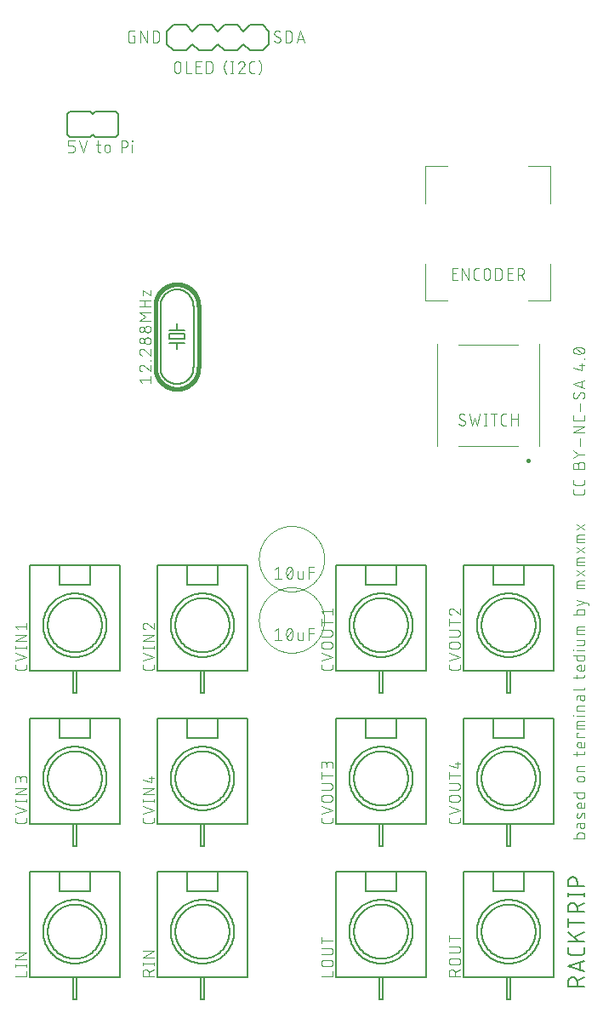
<source format=gbr>
G04 EAGLE Gerber RS-274X export*
G75*
%MOMM*%
%FSLAX34Y34*%
%LPD*%
%INSilkscreen Top*%
%IPPOS*%
%AMOC8*
5,1,8,0,0,1.08239X$1,22.5*%
G01*
%ADD10C,0.101600*%
%ADD11C,0.152400*%
%ADD12C,0.050000*%
%ADD13C,0.406400*%
%ADD14C,0.100000*%
%ADD15C,0.300000*%
%ADD16C,0.300000*%
%ADD17C,0.127000*%


D10*
X155504Y634556D02*
X152908Y637801D01*
X164592Y637801D01*
X164592Y634556D02*
X164592Y641047D01*
X155829Y652477D02*
X155722Y652475D01*
X155616Y652469D01*
X155510Y652459D01*
X155404Y652446D01*
X155298Y652428D01*
X155194Y652407D01*
X155090Y652382D01*
X154987Y652353D01*
X154886Y652321D01*
X154786Y652284D01*
X154687Y652244D01*
X154589Y652201D01*
X154493Y652154D01*
X154399Y652103D01*
X154307Y652049D01*
X154217Y651992D01*
X154129Y651932D01*
X154044Y651868D01*
X153961Y651801D01*
X153880Y651731D01*
X153802Y651659D01*
X153726Y651583D01*
X153654Y651505D01*
X153584Y651424D01*
X153517Y651341D01*
X153453Y651256D01*
X153393Y651168D01*
X153336Y651078D01*
X153282Y650986D01*
X153231Y650892D01*
X153184Y650796D01*
X153141Y650698D01*
X153101Y650599D01*
X153064Y650499D01*
X153032Y650398D01*
X153003Y650295D01*
X152978Y650191D01*
X152957Y650087D01*
X152939Y649981D01*
X152926Y649875D01*
X152916Y649769D01*
X152910Y649663D01*
X152908Y649556D01*
X152910Y649435D01*
X152916Y649314D01*
X152926Y649194D01*
X152939Y649073D01*
X152957Y648954D01*
X152978Y648834D01*
X153003Y648716D01*
X153032Y648599D01*
X153065Y648482D01*
X153101Y648367D01*
X153142Y648253D01*
X153185Y648140D01*
X153233Y648028D01*
X153284Y647919D01*
X153339Y647811D01*
X153397Y647704D01*
X153458Y647600D01*
X153523Y647498D01*
X153591Y647398D01*
X153662Y647300D01*
X153736Y647204D01*
X153813Y647111D01*
X153894Y647021D01*
X153977Y646933D01*
X154063Y646848D01*
X154152Y646765D01*
X154243Y646686D01*
X154337Y646609D01*
X154433Y646536D01*
X154531Y646466D01*
X154632Y646399D01*
X154735Y646335D01*
X154840Y646275D01*
X154947Y646217D01*
X155055Y646164D01*
X155165Y646114D01*
X155277Y646068D01*
X155390Y646025D01*
X155505Y645986D01*
X158101Y651502D02*
X158023Y651581D01*
X157943Y651657D01*
X157860Y651730D01*
X157774Y651800D01*
X157687Y651867D01*
X157596Y651931D01*
X157504Y651991D01*
X157410Y652049D01*
X157313Y652103D01*
X157215Y652153D01*
X157115Y652200D01*
X157014Y652244D01*
X156911Y652284D01*
X156806Y652320D01*
X156701Y652352D01*
X156594Y652381D01*
X156487Y652406D01*
X156378Y652428D01*
X156269Y652445D01*
X156160Y652459D01*
X156050Y652468D01*
X155939Y652474D01*
X155829Y652476D01*
X158101Y651503D02*
X164592Y645986D01*
X164592Y652477D01*
X164592Y656908D02*
X163943Y656908D01*
X163943Y657557D01*
X164592Y657557D01*
X164592Y656908D01*
X155829Y668479D02*
X155722Y668477D01*
X155616Y668471D01*
X155510Y668461D01*
X155404Y668448D01*
X155298Y668430D01*
X155194Y668409D01*
X155090Y668384D01*
X154987Y668355D01*
X154886Y668323D01*
X154786Y668286D01*
X154687Y668246D01*
X154589Y668203D01*
X154493Y668156D01*
X154399Y668105D01*
X154307Y668051D01*
X154217Y667994D01*
X154129Y667934D01*
X154044Y667870D01*
X153961Y667803D01*
X153880Y667733D01*
X153802Y667661D01*
X153726Y667585D01*
X153654Y667507D01*
X153584Y667426D01*
X153517Y667343D01*
X153453Y667258D01*
X153393Y667170D01*
X153336Y667080D01*
X153282Y666988D01*
X153231Y666894D01*
X153184Y666798D01*
X153141Y666700D01*
X153101Y666601D01*
X153064Y666501D01*
X153032Y666400D01*
X153003Y666297D01*
X152978Y666193D01*
X152957Y666089D01*
X152939Y665983D01*
X152926Y665877D01*
X152916Y665771D01*
X152910Y665665D01*
X152908Y665558D01*
X152910Y665437D01*
X152916Y665316D01*
X152926Y665196D01*
X152939Y665075D01*
X152957Y664956D01*
X152978Y664836D01*
X153003Y664718D01*
X153032Y664601D01*
X153065Y664484D01*
X153101Y664369D01*
X153142Y664255D01*
X153185Y664142D01*
X153233Y664030D01*
X153284Y663921D01*
X153339Y663813D01*
X153397Y663706D01*
X153458Y663602D01*
X153523Y663500D01*
X153591Y663400D01*
X153662Y663302D01*
X153736Y663206D01*
X153813Y663113D01*
X153894Y663023D01*
X153977Y662935D01*
X154063Y662850D01*
X154152Y662767D01*
X154243Y662688D01*
X154337Y662611D01*
X154433Y662538D01*
X154531Y662468D01*
X154632Y662401D01*
X154735Y662337D01*
X154840Y662277D01*
X154947Y662219D01*
X155055Y662166D01*
X155165Y662116D01*
X155277Y662070D01*
X155390Y662027D01*
X155505Y661988D01*
X158101Y667504D02*
X158023Y667583D01*
X157943Y667659D01*
X157860Y667732D01*
X157774Y667802D01*
X157687Y667869D01*
X157596Y667933D01*
X157504Y667993D01*
X157410Y668051D01*
X157313Y668105D01*
X157215Y668155D01*
X157115Y668202D01*
X157014Y668246D01*
X156911Y668286D01*
X156806Y668322D01*
X156701Y668354D01*
X156594Y668383D01*
X156487Y668408D01*
X156378Y668430D01*
X156269Y668447D01*
X156160Y668461D01*
X156050Y668470D01*
X155939Y668476D01*
X155829Y668478D01*
X158101Y667505D02*
X164592Y661988D01*
X164592Y668479D01*
X161346Y673417D02*
X161233Y673419D01*
X161120Y673425D01*
X161007Y673435D01*
X160894Y673449D01*
X160782Y673466D01*
X160671Y673488D01*
X160561Y673513D01*
X160451Y673543D01*
X160343Y673576D01*
X160236Y673613D01*
X160130Y673653D01*
X160026Y673698D01*
X159923Y673746D01*
X159822Y673797D01*
X159723Y673852D01*
X159626Y673910D01*
X159531Y673972D01*
X159438Y674037D01*
X159348Y674105D01*
X159260Y674176D01*
X159174Y674251D01*
X159091Y674328D01*
X159011Y674408D01*
X158934Y674491D01*
X158859Y674577D01*
X158788Y674665D01*
X158720Y674755D01*
X158655Y674848D01*
X158593Y674943D01*
X158535Y675040D01*
X158480Y675139D01*
X158429Y675240D01*
X158381Y675343D01*
X158336Y675447D01*
X158296Y675553D01*
X158259Y675660D01*
X158226Y675768D01*
X158196Y675878D01*
X158171Y675988D01*
X158149Y676099D01*
X158132Y676211D01*
X158118Y676324D01*
X158108Y676437D01*
X158102Y676550D01*
X158100Y676663D01*
X158102Y676776D01*
X158108Y676889D01*
X158118Y677002D01*
X158132Y677115D01*
X158149Y677227D01*
X158171Y677338D01*
X158196Y677448D01*
X158226Y677558D01*
X158259Y677666D01*
X158296Y677773D01*
X158336Y677879D01*
X158381Y677983D01*
X158429Y678086D01*
X158480Y678187D01*
X158535Y678286D01*
X158593Y678383D01*
X158655Y678478D01*
X158720Y678571D01*
X158788Y678661D01*
X158859Y678749D01*
X158934Y678835D01*
X159011Y678918D01*
X159091Y678998D01*
X159174Y679075D01*
X159260Y679150D01*
X159348Y679221D01*
X159438Y679289D01*
X159531Y679354D01*
X159626Y679416D01*
X159723Y679474D01*
X159822Y679529D01*
X159923Y679580D01*
X160026Y679628D01*
X160130Y679673D01*
X160236Y679713D01*
X160343Y679750D01*
X160451Y679783D01*
X160561Y679813D01*
X160671Y679838D01*
X160782Y679860D01*
X160894Y679877D01*
X161007Y679891D01*
X161120Y679901D01*
X161233Y679907D01*
X161346Y679909D01*
X161459Y679907D01*
X161572Y679901D01*
X161685Y679891D01*
X161798Y679877D01*
X161910Y679860D01*
X162021Y679838D01*
X162131Y679813D01*
X162241Y679783D01*
X162349Y679750D01*
X162456Y679713D01*
X162562Y679673D01*
X162666Y679628D01*
X162769Y679580D01*
X162870Y679529D01*
X162969Y679474D01*
X163066Y679416D01*
X163161Y679354D01*
X163254Y679289D01*
X163344Y679221D01*
X163432Y679150D01*
X163518Y679075D01*
X163601Y678998D01*
X163681Y678918D01*
X163758Y678835D01*
X163833Y678749D01*
X163904Y678661D01*
X163972Y678571D01*
X164037Y678478D01*
X164099Y678383D01*
X164157Y678286D01*
X164212Y678187D01*
X164263Y678086D01*
X164311Y677983D01*
X164356Y677879D01*
X164396Y677773D01*
X164433Y677666D01*
X164466Y677558D01*
X164496Y677448D01*
X164521Y677338D01*
X164543Y677227D01*
X164560Y677115D01*
X164574Y677002D01*
X164584Y676889D01*
X164590Y676776D01*
X164592Y676663D01*
X164590Y676550D01*
X164584Y676437D01*
X164574Y676324D01*
X164560Y676211D01*
X164543Y676099D01*
X164521Y675988D01*
X164496Y675878D01*
X164466Y675768D01*
X164433Y675660D01*
X164396Y675553D01*
X164356Y675447D01*
X164311Y675343D01*
X164263Y675240D01*
X164212Y675139D01*
X164157Y675040D01*
X164099Y674943D01*
X164037Y674848D01*
X163972Y674755D01*
X163904Y674665D01*
X163833Y674577D01*
X163758Y674491D01*
X163681Y674408D01*
X163601Y674328D01*
X163518Y674251D01*
X163432Y674176D01*
X163344Y674105D01*
X163254Y674037D01*
X163161Y673972D01*
X163066Y673910D01*
X162969Y673852D01*
X162870Y673797D01*
X162769Y673746D01*
X162666Y673698D01*
X162562Y673653D01*
X162456Y673613D01*
X162349Y673576D01*
X162241Y673543D01*
X162131Y673513D01*
X162021Y673488D01*
X161910Y673466D01*
X161798Y673449D01*
X161685Y673435D01*
X161572Y673425D01*
X161459Y673419D01*
X161346Y673417D01*
X155504Y674067D02*
X155403Y674069D01*
X155303Y674075D01*
X155203Y674085D01*
X155103Y674098D01*
X155004Y674116D01*
X154905Y674137D01*
X154808Y674162D01*
X154711Y674191D01*
X154616Y674224D01*
X154522Y674260D01*
X154430Y674300D01*
X154339Y674343D01*
X154250Y674390D01*
X154163Y674440D01*
X154077Y674494D01*
X153994Y674551D01*
X153914Y674611D01*
X153835Y674674D01*
X153759Y674741D01*
X153686Y674810D01*
X153616Y674882D01*
X153548Y674956D01*
X153483Y675033D01*
X153422Y675113D01*
X153363Y675195D01*
X153308Y675279D01*
X153256Y675365D01*
X153207Y675453D01*
X153162Y675543D01*
X153120Y675635D01*
X153082Y675728D01*
X153048Y675823D01*
X153017Y675918D01*
X152990Y676015D01*
X152967Y676113D01*
X152947Y676212D01*
X152932Y676312D01*
X152920Y676412D01*
X152912Y676512D01*
X152908Y676613D01*
X152908Y676713D01*
X152912Y676814D01*
X152920Y676914D01*
X152932Y677014D01*
X152947Y677114D01*
X152967Y677213D01*
X152990Y677311D01*
X153017Y677408D01*
X153048Y677503D01*
X153082Y677598D01*
X153120Y677691D01*
X153162Y677783D01*
X153207Y677873D01*
X153256Y677961D01*
X153308Y678047D01*
X153363Y678131D01*
X153422Y678213D01*
X153483Y678293D01*
X153548Y678370D01*
X153616Y678444D01*
X153686Y678516D01*
X153759Y678585D01*
X153835Y678652D01*
X153914Y678715D01*
X153994Y678775D01*
X154077Y678832D01*
X154163Y678886D01*
X154250Y678936D01*
X154339Y678983D01*
X154430Y679026D01*
X154522Y679066D01*
X154616Y679102D01*
X154711Y679135D01*
X154808Y679164D01*
X154905Y679189D01*
X155004Y679210D01*
X155103Y679228D01*
X155203Y679241D01*
X155303Y679251D01*
X155403Y679257D01*
X155504Y679259D01*
X155605Y679257D01*
X155705Y679251D01*
X155805Y679241D01*
X155905Y679228D01*
X156004Y679210D01*
X156103Y679189D01*
X156200Y679164D01*
X156297Y679135D01*
X156392Y679102D01*
X156486Y679066D01*
X156578Y679026D01*
X156669Y678983D01*
X156758Y678936D01*
X156845Y678886D01*
X156931Y678832D01*
X157014Y678775D01*
X157094Y678715D01*
X157173Y678652D01*
X157249Y678585D01*
X157322Y678516D01*
X157392Y678444D01*
X157460Y678370D01*
X157525Y678293D01*
X157586Y678213D01*
X157645Y678131D01*
X157700Y678047D01*
X157752Y677961D01*
X157801Y677873D01*
X157846Y677783D01*
X157888Y677691D01*
X157926Y677598D01*
X157960Y677503D01*
X157991Y677408D01*
X158018Y677311D01*
X158041Y677213D01*
X158061Y677114D01*
X158076Y677014D01*
X158088Y676914D01*
X158096Y676814D01*
X158100Y676713D01*
X158100Y676613D01*
X158096Y676512D01*
X158088Y676412D01*
X158076Y676312D01*
X158061Y676212D01*
X158041Y676113D01*
X158018Y676015D01*
X157991Y675918D01*
X157960Y675823D01*
X157926Y675728D01*
X157888Y675635D01*
X157846Y675543D01*
X157801Y675453D01*
X157752Y675365D01*
X157700Y675279D01*
X157645Y675195D01*
X157586Y675113D01*
X157525Y675033D01*
X157460Y674956D01*
X157392Y674882D01*
X157322Y674810D01*
X157249Y674741D01*
X157173Y674674D01*
X157094Y674611D01*
X157014Y674551D01*
X156931Y674494D01*
X156845Y674440D01*
X156758Y674390D01*
X156669Y674343D01*
X156578Y674300D01*
X156486Y674260D01*
X156392Y674224D01*
X156297Y674191D01*
X156200Y674162D01*
X156103Y674137D01*
X156004Y674116D01*
X155905Y674098D01*
X155805Y674085D01*
X155705Y674075D01*
X155605Y674069D01*
X155504Y674067D01*
X161346Y684847D02*
X161233Y684849D01*
X161120Y684855D01*
X161007Y684865D01*
X160894Y684879D01*
X160782Y684896D01*
X160671Y684918D01*
X160561Y684943D01*
X160451Y684973D01*
X160343Y685006D01*
X160236Y685043D01*
X160130Y685083D01*
X160026Y685128D01*
X159923Y685176D01*
X159822Y685227D01*
X159723Y685282D01*
X159626Y685340D01*
X159531Y685402D01*
X159438Y685467D01*
X159348Y685535D01*
X159260Y685606D01*
X159174Y685681D01*
X159091Y685758D01*
X159011Y685838D01*
X158934Y685921D01*
X158859Y686007D01*
X158788Y686095D01*
X158720Y686185D01*
X158655Y686278D01*
X158593Y686373D01*
X158535Y686470D01*
X158480Y686569D01*
X158429Y686670D01*
X158381Y686773D01*
X158336Y686877D01*
X158296Y686983D01*
X158259Y687090D01*
X158226Y687198D01*
X158196Y687308D01*
X158171Y687418D01*
X158149Y687529D01*
X158132Y687641D01*
X158118Y687754D01*
X158108Y687867D01*
X158102Y687980D01*
X158100Y688093D01*
X158102Y688206D01*
X158108Y688319D01*
X158118Y688432D01*
X158132Y688545D01*
X158149Y688657D01*
X158171Y688768D01*
X158196Y688878D01*
X158226Y688988D01*
X158259Y689096D01*
X158296Y689203D01*
X158336Y689309D01*
X158381Y689413D01*
X158429Y689516D01*
X158480Y689617D01*
X158535Y689716D01*
X158593Y689813D01*
X158655Y689908D01*
X158720Y690001D01*
X158788Y690091D01*
X158859Y690179D01*
X158934Y690265D01*
X159011Y690348D01*
X159091Y690428D01*
X159174Y690505D01*
X159260Y690580D01*
X159348Y690651D01*
X159438Y690719D01*
X159531Y690784D01*
X159626Y690846D01*
X159723Y690904D01*
X159822Y690959D01*
X159923Y691010D01*
X160026Y691058D01*
X160130Y691103D01*
X160236Y691143D01*
X160343Y691180D01*
X160451Y691213D01*
X160561Y691243D01*
X160671Y691268D01*
X160782Y691290D01*
X160894Y691307D01*
X161007Y691321D01*
X161120Y691331D01*
X161233Y691337D01*
X161346Y691339D01*
X161459Y691337D01*
X161572Y691331D01*
X161685Y691321D01*
X161798Y691307D01*
X161910Y691290D01*
X162021Y691268D01*
X162131Y691243D01*
X162241Y691213D01*
X162349Y691180D01*
X162456Y691143D01*
X162562Y691103D01*
X162666Y691058D01*
X162769Y691010D01*
X162870Y690959D01*
X162969Y690904D01*
X163066Y690846D01*
X163161Y690784D01*
X163254Y690719D01*
X163344Y690651D01*
X163432Y690580D01*
X163518Y690505D01*
X163601Y690428D01*
X163681Y690348D01*
X163758Y690265D01*
X163833Y690179D01*
X163904Y690091D01*
X163972Y690001D01*
X164037Y689908D01*
X164099Y689813D01*
X164157Y689716D01*
X164212Y689617D01*
X164263Y689516D01*
X164311Y689413D01*
X164356Y689309D01*
X164396Y689203D01*
X164433Y689096D01*
X164466Y688988D01*
X164496Y688878D01*
X164521Y688768D01*
X164543Y688657D01*
X164560Y688545D01*
X164574Y688432D01*
X164584Y688319D01*
X164590Y688206D01*
X164592Y688093D01*
X164590Y687980D01*
X164584Y687867D01*
X164574Y687754D01*
X164560Y687641D01*
X164543Y687529D01*
X164521Y687418D01*
X164496Y687308D01*
X164466Y687198D01*
X164433Y687090D01*
X164396Y686983D01*
X164356Y686877D01*
X164311Y686773D01*
X164263Y686670D01*
X164212Y686569D01*
X164157Y686470D01*
X164099Y686373D01*
X164037Y686278D01*
X163972Y686185D01*
X163904Y686095D01*
X163833Y686007D01*
X163758Y685921D01*
X163681Y685838D01*
X163601Y685758D01*
X163518Y685681D01*
X163432Y685606D01*
X163344Y685535D01*
X163254Y685467D01*
X163161Y685402D01*
X163066Y685340D01*
X162969Y685282D01*
X162870Y685227D01*
X162769Y685176D01*
X162666Y685128D01*
X162562Y685083D01*
X162456Y685043D01*
X162349Y685006D01*
X162241Y684973D01*
X162131Y684943D01*
X162021Y684918D01*
X161910Y684896D01*
X161798Y684879D01*
X161685Y684865D01*
X161572Y684855D01*
X161459Y684849D01*
X161346Y684847D01*
X155504Y685497D02*
X155403Y685499D01*
X155303Y685505D01*
X155203Y685515D01*
X155103Y685528D01*
X155004Y685546D01*
X154905Y685567D01*
X154808Y685592D01*
X154711Y685621D01*
X154616Y685654D01*
X154522Y685690D01*
X154430Y685730D01*
X154339Y685773D01*
X154250Y685820D01*
X154163Y685870D01*
X154077Y685924D01*
X153994Y685981D01*
X153914Y686041D01*
X153835Y686104D01*
X153759Y686171D01*
X153686Y686240D01*
X153616Y686312D01*
X153548Y686386D01*
X153483Y686463D01*
X153422Y686543D01*
X153363Y686625D01*
X153308Y686709D01*
X153256Y686795D01*
X153207Y686883D01*
X153162Y686973D01*
X153120Y687065D01*
X153082Y687158D01*
X153048Y687253D01*
X153017Y687348D01*
X152990Y687445D01*
X152967Y687543D01*
X152947Y687642D01*
X152932Y687742D01*
X152920Y687842D01*
X152912Y687942D01*
X152908Y688043D01*
X152908Y688143D01*
X152912Y688244D01*
X152920Y688344D01*
X152932Y688444D01*
X152947Y688544D01*
X152967Y688643D01*
X152990Y688741D01*
X153017Y688838D01*
X153048Y688933D01*
X153082Y689028D01*
X153120Y689121D01*
X153162Y689213D01*
X153207Y689303D01*
X153256Y689391D01*
X153308Y689477D01*
X153363Y689561D01*
X153422Y689643D01*
X153483Y689723D01*
X153548Y689800D01*
X153616Y689874D01*
X153686Y689946D01*
X153759Y690015D01*
X153835Y690082D01*
X153914Y690145D01*
X153994Y690205D01*
X154077Y690262D01*
X154163Y690316D01*
X154250Y690366D01*
X154339Y690413D01*
X154430Y690456D01*
X154522Y690496D01*
X154616Y690532D01*
X154711Y690565D01*
X154808Y690594D01*
X154905Y690619D01*
X155004Y690640D01*
X155103Y690658D01*
X155203Y690671D01*
X155303Y690681D01*
X155403Y690687D01*
X155504Y690689D01*
X155605Y690687D01*
X155705Y690681D01*
X155805Y690671D01*
X155905Y690658D01*
X156004Y690640D01*
X156103Y690619D01*
X156200Y690594D01*
X156297Y690565D01*
X156392Y690532D01*
X156486Y690496D01*
X156578Y690456D01*
X156669Y690413D01*
X156758Y690366D01*
X156845Y690316D01*
X156931Y690262D01*
X157014Y690205D01*
X157094Y690145D01*
X157173Y690082D01*
X157249Y690015D01*
X157322Y689946D01*
X157392Y689874D01*
X157460Y689800D01*
X157525Y689723D01*
X157586Y689643D01*
X157645Y689561D01*
X157700Y689477D01*
X157752Y689391D01*
X157801Y689303D01*
X157846Y689213D01*
X157888Y689121D01*
X157926Y689028D01*
X157960Y688933D01*
X157991Y688838D01*
X158018Y688741D01*
X158041Y688643D01*
X158061Y688544D01*
X158076Y688444D01*
X158088Y688344D01*
X158096Y688244D01*
X158100Y688143D01*
X158100Y688043D01*
X158096Y687942D01*
X158088Y687842D01*
X158076Y687742D01*
X158061Y687642D01*
X158041Y687543D01*
X158018Y687445D01*
X157991Y687348D01*
X157960Y687253D01*
X157926Y687158D01*
X157888Y687065D01*
X157846Y686973D01*
X157801Y686883D01*
X157752Y686795D01*
X157700Y686709D01*
X157645Y686625D01*
X157586Y686543D01*
X157525Y686463D01*
X157460Y686386D01*
X157392Y686312D01*
X157322Y686240D01*
X157249Y686171D01*
X157173Y686104D01*
X157094Y686041D01*
X157014Y685981D01*
X156931Y685924D01*
X156845Y685870D01*
X156758Y685820D01*
X156669Y685773D01*
X156578Y685730D01*
X156486Y685690D01*
X156392Y685654D01*
X156297Y685621D01*
X156200Y685592D01*
X156103Y685567D01*
X156004Y685546D01*
X155905Y685528D01*
X155805Y685515D01*
X155705Y685505D01*
X155605Y685499D01*
X155504Y685497D01*
X152908Y696771D02*
X164592Y696771D01*
X159399Y700666D02*
X152908Y696771D01*
X159399Y700666D02*
X152908Y704561D01*
X164592Y704561D01*
X164592Y710374D02*
X152908Y710374D01*
X158101Y710374D02*
X158101Y716866D01*
X152908Y716866D02*
X164592Y716866D01*
X156803Y721692D02*
X156803Y726884D01*
X164592Y721692D01*
X164592Y726884D01*
X464534Y737108D02*
X469726Y737108D01*
X464534Y737108D02*
X464534Y748792D01*
X469726Y748792D01*
X468428Y743599D02*
X464534Y743599D01*
X474417Y748792D02*
X474417Y737108D01*
X480908Y737108D02*
X474417Y748792D01*
X480908Y748792D02*
X480908Y737108D01*
X488791Y737108D02*
X491388Y737108D01*
X488791Y737108D02*
X488692Y737110D01*
X488592Y737116D01*
X488493Y737125D01*
X488395Y737138D01*
X488297Y737155D01*
X488199Y737176D01*
X488103Y737201D01*
X488008Y737229D01*
X487914Y737261D01*
X487821Y737296D01*
X487729Y737335D01*
X487639Y737378D01*
X487551Y737423D01*
X487464Y737473D01*
X487380Y737525D01*
X487297Y737581D01*
X487217Y737639D01*
X487139Y737701D01*
X487064Y737766D01*
X486991Y737834D01*
X486921Y737904D01*
X486853Y737977D01*
X486788Y738052D01*
X486726Y738130D01*
X486668Y738210D01*
X486612Y738293D01*
X486560Y738377D01*
X486510Y738464D01*
X486465Y738552D01*
X486422Y738642D01*
X486383Y738734D01*
X486348Y738827D01*
X486316Y738921D01*
X486288Y739016D01*
X486263Y739112D01*
X486242Y739210D01*
X486225Y739308D01*
X486212Y739406D01*
X486203Y739505D01*
X486197Y739605D01*
X486195Y739704D01*
X486195Y746196D01*
X486197Y746295D01*
X486203Y746395D01*
X486212Y746494D01*
X486225Y746592D01*
X486242Y746690D01*
X486263Y746788D01*
X486288Y746884D01*
X486316Y746979D01*
X486348Y747073D01*
X486383Y747166D01*
X486422Y747258D01*
X486465Y747348D01*
X486510Y747436D01*
X486560Y747523D01*
X486612Y747607D01*
X486668Y747690D01*
X486726Y747770D01*
X486788Y747848D01*
X486853Y747923D01*
X486921Y747996D01*
X486991Y748066D01*
X487064Y748134D01*
X487139Y748199D01*
X487217Y748261D01*
X487297Y748319D01*
X487380Y748375D01*
X487464Y748427D01*
X487551Y748477D01*
X487639Y748522D01*
X487729Y748565D01*
X487821Y748604D01*
X487913Y748639D01*
X488008Y748671D01*
X488103Y748699D01*
X488199Y748724D01*
X488297Y748745D01*
X488395Y748762D01*
X488493Y748775D01*
X488592Y748784D01*
X488692Y748790D01*
X488791Y748792D01*
X491388Y748792D01*
X495753Y745546D02*
X495753Y740354D01*
X495752Y745546D02*
X495754Y745659D01*
X495760Y745772D01*
X495770Y745885D01*
X495784Y745998D01*
X495801Y746110D01*
X495823Y746221D01*
X495848Y746331D01*
X495878Y746441D01*
X495911Y746549D01*
X495948Y746656D01*
X495988Y746762D01*
X496033Y746866D01*
X496081Y746969D01*
X496132Y747070D01*
X496187Y747169D01*
X496245Y747266D01*
X496307Y747361D01*
X496372Y747454D01*
X496440Y747544D01*
X496511Y747632D01*
X496586Y747718D01*
X496663Y747801D01*
X496743Y747881D01*
X496826Y747958D01*
X496912Y748033D01*
X497000Y748104D01*
X497090Y748172D01*
X497183Y748237D01*
X497278Y748299D01*
X497375Y748357D01*
X497474Y748412D01*
X497575Y748463D01*
X497678Y748511D01*
X497782Y748556D01*
X497888Y748596D01*
X497995Y748633D01*
X498103Y748666D01*
X498213Y748696D01*
X498323Y748721D01*
X498434Y748743D01*
X498546Y748760D01*
X498659Y748774D01*
X498772Y748784D01*
X498885Y748790D01*
X498998Y748792D01*
X499111Y748790D01*
X499224Y748784D01*
X499337Y748774D01*
X499450Y748760D01*
X499562Y748743D01*
X499673Y748721D01*
X499783Y748696D01*
X499893Y748666D01*
X500001Y748633D01*
X500108Y748596D01*
X500214Y748556D01*
X500318Y748511D01*
X500421Y748463D01*
X500522Y748412D01*
X500621Y748357D01*
X500718Y748299D01*
X500813Y748237D01*
X500906Y748172D01*
X500996Y748104D01*
X501084Y748033D01*
X501170Y747958D01*
X501253Y747881D01*
X501333Y747801D01*
X501410Y747718D01*
X501485Y747632D01*
X501556Y747544D01*
X501624Y747454D01*
X501689Y747361D01*
X501751Y747266D01*
X501809Y747169D01*
X501864Y747070D01*
X501915Y746969D01*
X501963Y746866D01*
X502008Y746762D01*
X502048Y746656D01*
X502085Y746549D01*
X502118Y746441D01*
X502148Y746331D01*
X502173Y746221D01*
X502195Y746110D01*
X502212Y745998D01*
X502226Y745885D01*
X502236Y745772D01*
X502242Y745659D01*
X502244Y745546D01*
X502244Y740354D01*
X502242Y740241D01*
X502236Y740128D01*
X502226Y740015D01*
X502212Y739902D01*
X502195Y739790D01*
X502173Y739679D01*
X502148Y739569D01*
X502118Y739459D01*
X502085Y739351D01*
X502048Y739244D01*
X502008Y739138D01*
X501963Y739034D01*
X501915Y738931D01*
X501864Y738830D01*
X501809Y738731D01*
X501751Y738634D01*
X501689Y738539D01*
X501624Y738446D01*
X501556Y738356D01*
X501485Y738268D01*
X501410Y738182D01*
X501333Y738099D01*
X501253Y738019D01*
X501170Y737942D01*
X501084Y737867D01*
X500996Y737796D01*
X500906Y737728D01*
X500813Y737663D01*
X500718Y737601D01*
X500621Y737543D01*
X500522Y737488D01*
X500421Y737437D01*
X500318Y737389D01*
X500214Y737344D01*
X500108Y737304D01*
X500001Y737267D01*
X499893Y737234D01*
X499783Y737204D01*
X499673Y737179D01*
X499562Y737157D01*
X499450Y737140D01*
X499337Y737126D01*
X499224Y737116D01*
X499111Y737110D01*
X498998Y737108D01*
X498885Y737110D01*
X498772Y737116D01*
X498659Y737126D01*
X498546Y737140D01*
X498434Y737157D01*
X498323Y737179D01*
X498213Y737204D01*
X498103Y737234D01*
X497995Y737267D01*
X497888Y737304D01*
X497782Y737344D01*
X497678Y737389D01*
X497575Y737437D01*
X497474Y737488D01*
X497375Y737543D01*
X497278Y737601D01*
X497183Y737663D01*
X497090Y737728D01*
X497000Y737796D01*
X496912Y737867D01*
X496826Y737942D01*
X496743Y738019D01*
X496663Y738099D01*
X496586Y738182D01*
X496511Y738268D01*
X496440Y738356D01*
X496372Y738446D01*
X496307Y738539D01*
X496245Y738634D01*
X496187Y738731D01*
X496132Y738830D01*
X496081Y738931D01*
X496033Y739034D01*
X495988Y739138D01*
X495948Y739244D01*
X495911Y739351D01*
X495878Y739459D01*
X495848Y739569D01*
X495823Y739679D01*
X495801Y739790D01*
X495784Y739902D01*
X495770Y740015D01*
X495760Y740128D01*
X495754Y740241D01*
X495752Y740354D01*
X507564Y737108D02*
X507564Y748792D01*
X510809Y748792D01*
X510922Y748790D01*
X511035Y748784D01*
X511148Y748774D01*
X511261Y748760D01*
X511373Y748743D01*
X511484Y748721D01*
X511594Y748696D01*
X511704Y748666D01*
X511812Y748633D01*
X511919Y748596D01*
X512025Y748556D01*
X512129Y748511D01*
X512232Y748463D01*
X512333Y748412D01*
X512432Y748357D01*
X512529Y748299D01*
X512624Y748237D01*
X512717Y748172D01*
X512807Y748104D01*
X512895Y748033D01*
X512981Y747958D01*
X513064Y747881D01*
X513144Y747801D01*
X513221Y747718D01*
X513296Y747632D01*
X513367Y747544D01*
X513435Y747454D01*
X513500Y747361D01*
X513562Y747266D01*
X513620Y747169D01*
X513675Y747070D01*
X513726Y746969D01*
X513774Y746866D01*
X513819Y746762D01*
X513859Y746656D01*
X513896Y746549D01*
X513929Y746441D01*
X513959Y746331D01*
X513984Y746221D01*
X514006Y746110D01*
X514023Y745998D01*
X514037Y745885D01*
X514047Y745772D01*
X514053Y745659D01*
X514055Y745546D01*
X514055Y740354D01*
X514053Y740241D01*
X514047Y740128D01*
X514037Y740015D01*
X514023Y739902D01*
X514006Y739790D01*
X513984Y739679D01*
X513959Y739569D01*
X513929Y739459D01*
X513896Y739351D01*
X513859Y739244D01*
X513819Y739138D01*
X513774Y739034D01*
X513726Y738931D01*
X513675Y738830D01*
X513620Y738731D01*
X513562Y738634D01*
X513500Y738539D01*
X513435Y738446D01*
X513367Y738356D01*
X513296Y738268D01*
X513221Y738182D01*
X513144Y738099D01*
X513064Y738019D01*
X512981Y737942D01*
X512895Y737867D01*
X512807Y737796D01*
X512717Y737728D01*
X512624Y737663D01*
X512529Y737601D01*
X512432Y737543D01*
X512333Y737488D01*
X512232Y737437D01*
X512129Y737389D01*
X512025Y737344D01*
X511919Y737304D01*
X511812Y737267D01*
X511704Y737234D01*
X511594Y737204D01*
X511484Y737179D01*
X511373Y737157D01*
X511261Y737140D01*
X511148Y737126D01*
X511035Y737116D01*
X510922Y737110D01*
X510809Y737108D01*
X507564Y737108D01*
X519778Y737108D02*
X524971Y737108D01*
X519778Y737108D02*
X519778Y748792D01*
X524971Y748792D01*
X523673Y743599D02*
X519778Y743599D01*
X529735Y748792D02*
X529735Y737108D01*
X529735Y748792D02*
X532981Y748792D01*
X533094Y748790D01*
X533207Y748784D01*
X533320Y748774D01*
X533433Y748760D01*
X533545Y748743D01*
X533656Y748721D01*
X533766Y748696D01*
X533876Y748666D01*
X533984Y748633D01*
X534091Y748596D01*
X534197Y748556D01*
X534301Y748511D01*
X534404Y748463D01*
X534505Y748412D01*
X534604Y748357D01*
X534701Y748299D01*
X534796Y748237D01*
X534889Y748172D01*
X534979Y748104D01*
X535067Y748033D01*
X535153Y747958D01*
X535236Y747881D01*
X535316Y747801D01*
X535393Y747718D01*
X535468Y747632D01*
X535539Y747544D01*
X535607Y747454D01*
X535672Y747361D01*
X535734Y747266D01*
X535792Y747169D01*
X535847Y747070D01*
X535898Y746969D01*
X535946Y746866D01*
X535991Y746762D01*
X536031Y746656D01*
X536068Y746549D01*
X536101Y746441D01*
X536131Y746331D01*
X536156Y746221D01*
X536178Y746110D01*
X536195Y745998D01*
X536209Y745885D01*
X536219Y745772D01*
X536225Y745659D01*
X536227Y745546D01*
X536225Y745433D01*
X536219Y745320D01*
X536209Y745207D01*
X536195Y745094D01*
X536178Y744982D01*
X536156Y744871D01*
X536131Y744761D01*
X536101Y744651D01*
X536068Y744543D01*
X536031Y744436D01*
X535991Y744330D01*
X535946Y744226D01*
X535898Y744123D01*
X535847Y744022D01*
X535792Y743923D01*
X535734Y743826D01*
X535672Y743731D01*
X535607Y743638D01*
X535539Y743548D01*
X535468Y743460D01*
X535393Y743374D01*
X535316Y743291D01*
X535236Y743211D01*
X535153Y743134D01*
X535067Y743059D01*
X534979Y742988D01*
X534889Y742920D01*
X534796Y742855D01*
X534701Y742793D01*
X534604Y742735D01*
X534505Y742680D01*
X534404Y742629D01*
X534301Y742581D01*
X534197Y742536D01*
X534091Y742496D01*
X533984Y742459D01*
X533876Y742426D01*
X533766Y742396D01*
X533656Y742371D01*
X533545Y742349D01*
X533433Y742332D01*
X533320Y742318D01*
X533207Y742308D01*
X533094Y742302D01*
X532981Y742300D01*
X532981Y742301D02*
X529735Y742301D01*
X533630Y742301D02*
X536227Y737108D01*
X477527Y594924D02*
X477525Y594825D01*
X477519Y594725D01*
X477510Y594626D01*
X477497Y594528D01*
X477480Y594430D01*
X477459Y594332D01*
X477434Y594236D01*
X477406Y594141D01*
X477374Y594047D01*
X477339Y593954D01*
X477300Y593862D01*
X477257Y593772D01*
X477212Y593684D01*
X477162Y593597D01*
X477110Y593513D01*
X477054Y593430D01*
X476996Y593350D01*
X476934Y593272D01*
X476869Y593197D01*
X476801Y593124D01*
X476731Y593054D01*
X476658Y592986D01*
X476583Y592921D01*
X476505Y592859D01*
X476425Y592801D01*
X476342Y592745D01*
X476258Y592693D01*
X476171Y592643D01*
X476083Y592598D01*
X475993Y592555D01*
X475901Y592516D01*
X475808Y592481D01*
X475714Y592449D01*
X475619Y592421D01*
X475523Y592396D01*
X475425Y592375D01*
X475327Y592358D01*
X475229Y592345D01*
X475130Y592336D01*
X475030Y592330D01*
X474931Y592328D01*
X474787Y592330D01*
X474642Y592336D01*
X474498Y592345D01*
X474355Y592358D01*
X474211Y592375D01*
X474068Y592396D01*
X473926Y592421D01*
X473785Y592449D01*
X473644Y592481D01*
X473504Y592517D01*
X473365Y592556D01*
X473227Y592599D01*
X473091Y592646D01*
X472955Y592696D01*
X472821Y592750D01*
X472689Y592807D01*
X472558Y592868D01*
X472429Y592932D01*
X472301Y593000D01*
X472175Y593070D01*
X472051Y593145D01*
X471930Y593222D01*
X471810Y593303D01*
X471692Y593386D01*
X471577Y593473D01*
X471464Y593563D01*
X471353Y593656D01*
X471245Y593751D01*
X471139Y593850D01*
X471036Y593951D01*
X471361Y601416D02*
X471363Y601515D01*
X471369Y601615D01*
X471378Y601714D01*
X471391Y601812D01*
X471408Y601910D01*
X471429Y602008D01*
X471454Y602104D01*
X471482Y602199D01*
X471514Y602293D01*
X471549Y602386D01*
X471588Y602478D01*
X471631Y602568D01*
X471676Y602656D01*
X471726Y602743D01*
X471778Y602827D01*
X471834Y602910D01*
X471892Y602990D01*
X471954Y603068D01*
X472019Y603143D01*
X472087Y603216D01*
X472157Y603286D01*
X472230Y603354D01*
X472305Y603419D01*
X472383Y603481D01*
X472463Y603539D01*
X472546Y603595D01*
X472630Y603647D01*
X472717Y603697D01*
X472805Y603742D01*
X472895Y603785D01*
X472987Y603824D01*
X473080Y603859D01*
X473174Y603891D01*
X473269Y603919D01*
X473366Y603944D01*
X473463Y603965D01*
X473561Y603982D01*
X473659Y603995D01*
X473758Y604004D01*
X473858Y604010D01*
X473957Y604012D01*
X474093Y604010D01*
X474229Y604004D01*
X474365Y603995D01*
X474501Y603982D01*
X474636Y603964D01*
X474770Y603944D01*
X474904Y603919D01*
X475038Y603891D01*
X475170Y603858D01*
X475301Y603823D01*
X475432Y603783D01*
X475561Y603740D01*
X475689Y603694D01*
X475815Y603643D01*
X475941Y603590D01*
X476064Y603532D01*
X476186Y603472D01*
X476306Y603408D01*
X476425Y603340D01*
X476541Y603270D01*
X476655Y603196D01*
X476768Y603119D01*
X476878Y603038D01*
X472659Y599144D02*
X472573Y599197D01*
X472489Y599254D01*
X472407Y599313D01*
X472327Y599376D01*
X472250Y599442D01*
X472175Y599510D01*
X472103Y599582D01*
X472034Y599656D01*
X471968Y599733D01*
X471905Y599812D01*
X471845Y599894D01*
X471788Y599978D01*
X471734Y600064D01*
X471684Y600152D01*
X471637Y600242D01*
X471593Y600333D01*
X471554Y600427D01*
X471517Y600521D01*
X471485Y600617D01*
X471456Y600715D01*
X471431Y600813D01*
X471410Y600912D01*
X471392Y601012D01*
X471379Y601112D01*
X471369Y601213D01*
X471363Y601315D01*
X471361Y601416D01*
X476229Y597196D02*
X476315Y597143D01*
X476399Y597086D01*
X476481Y597027D01*
X476561Y596964D01*
X476638Y596898D01*
X476713Y596830D01*
X476785Y596758D01*
X476854Y596684D01*
X476920Y596607D01*
X476983Y596528D01*
X477043Y596446D01*
X477100Y596362D01*
X477154Y596276D01*
X477204Y596188D01*
X477251Y596098D01*
X477295Y596007D01*
X477334Y595913D01*
X477371Y595819D01*
X477403Y595723D01*
X477432Y595625D01*
X477457Y595527D01*
X477478Y595428D01*
X477496Y595328D01*
X477509Y595228D01*
X477519Y595127D01*
X477525Y595025D01*
X477527Y594924D01*
X476229Y597196D02*
X472659Y599144D01*
X481662Y604012D02*
X484258Y592328D01*
X486855Y600117D01*
X489451Y592328D01*
X492047Y604012D01*
X497523Y604012D02*
X497523Y592328D01*
X498821Y592328D02*
X496224Y592328D01*
X496224Y604012D02*
X498821Y604012D01*
X505905Y604012D02*
X505905Y592328D01*
X502659Y604012D02*
X509150Y604012D01*
X515890Y592328D02*
X518487Y592328D01*
X515890Y592328D02*
X515791Y592330D01*
X515691Y592336D01*
X515592Y592345D01*
X515494Y592358D01*
X515396Y592375D01*
X515298Y592396D01*
X515202Y592421D01*
X515107Y592449D01*
X515013Y592481D01*
X514920Y592516D01*
X514828Y592555D01*
X514738Y592598D01*
X514650Y592643D01*
X514563Y592693D01*
X514479Y592745D01*
X514396Y592801D01*
X514316Y592859D01*
X514238Y592921D01*
X514163Y592986D01*
X514090Y593054D01*
X514020Y593124D01*
X513952Y593197D01*
X513887Y593272D01*
X513825Y593350D01*
X513767Y593430D01*
X513711Y593513D01*
X513659Y593597D01*
X513609Y593684D01*
X513564Y593772D01*
X513521Y593862D01*
X513482Y593954D01*
X513447Y594047D01*
X513415Y594141D01*
X513387Y594236D01*
X513362Y594332D01*
X513341Y594430D01*
X513324Y594528D01*
X513311Y594626D01*
X513302Y594725D01*
X513296Y594825D01*
X513294Y594924D01*
X513294Y601416D01*
X513296Y601515D01*
X513302Y601615D01*
X513311Y601714D01*
X513324Y601812D01*
X513341Y601910D01*
X513362Y602008D01*
X513387Y602104D01*
X513415Y602199D01*
X513447Y602293D01*
X513482Y602386D01*
X513521Y602478D01*
X513564Y602568D01*
X513609Y602656D01*
X513659Y602743D01*
X513711Y602827D01*
X513767Y602910D01*
X513825Y602990D01*
X513887Y603068D01*
X513952Y603143D01*
X514020Y603216D01*
X514090Y603286D01*
X514163Y603354D01*
X514238Y603419D01*
X514316Y603481D01*
X514396Y603539D01*
X514479Y603595D01*
X514563Y603647D01*
X514650Y603697D01*
X514738Y603742D01*
X514828Y603785D01*
X514920Y603824D01*
X515012Y603859D01*
X515107Y603891D01*
X515202Y603919D01*
X515298Y603944D01*
X515396Y603965D01*
X515494Y603982D01*
X515592Y603995D01*
X515691Y604004D01*
X515791Y604010D01*
X515890Y604012D01*
X518487Y604012D01*
X523233Y604012D02*
X523233Y592328D01*
X523233Y598819D02*
X529724Y598819D01*
X529724Y604012D02*
X529724Y592328D01*
X187735Y946094D02*
X187735Y951286D01*
X187734Y951286D02*
X187736Y951399D01*
X187742Y951512D01*
X187752Y951625D01*
X187766Y951738D01*
X187783Y951850D01*
X187805Y951961D01*
X187830Y952071D01*
X187860Y952181D01*
X187893Y952289D01*
X187930Y952396D01*
X187970Y952502D01*
X188015Y952606D01*
X188063Y952709D01*
X188114Y952810D01*
X188169Y952909D01*
X188227Y953006D01*
X188289Y953101D01*
X188354Y953194D01*
X188422Y953284D01*
X188493Y953372D01*
X188568Y953458D01*
X188645Y953541D01*
X188725Y953621D01*
X188808Y953698D01*
X188894Y953773D01*
X188982Y953844D01*
X189072Y953912D01*
X189165Y953977D01*
X189260Y954039D01*
X189357Y954097D01*
X189456Y954152D01*
X189557Y954203D01*
X189660Y954251D01*
X189764Y954296D01*
X189870Y954336D01*
X189977Y954373D01*
X190085Y954406D01*
X190195Y954436D01*
X190305Y954461D01*
X190416Y954483D01*
X190528Y954500D01*
X190641Y954514D01*
X190754Y954524D01*
X190867Y954530D01*
X190980Y954532D01*
X191093Y954530D01*
X191206Y954524D01*
X191319Y954514D01*
X191432Y954500D01*
X191544Y954483D01*
X191655Y954461D01*
X191765Y954436D01*
X191875Y954406D01*
X191983Y954373D01*
X192090Y954336D01*
X192196Y954296D01*
X192300Y954251D01*
X192403Y954203D01*
X192504Y954152D01*
X192603Y954097D01*
X192700Y954039D01*
X192795Y953977D01*
X192888Y953912D01*
X192978Y953844D01*
X193066Y953773D01*
X193152Y953698D01*
X193235Y953621D01*
X193315Y953541D01*
X193392Y953458D01*
X193467Y953372D01*
X193538Y953284D01*
X193606Y953194D01*
X193671Y953101D01*
X193733Y953006D01*
X193791Y952909D01*
X193846Y952810D01*
X193897Y952709D01*
X193945Y952606D01*
X193990Y952502D01*
X194030Y952396D01*
X194067Y952289D01*
X194100Y952181D01*
X194130Y952071D01*
X194155Y951961D01*
X194177Y951850D01*
X194194Y951738D01*
X194208Y951625D01*
X194218Y951512D01*
X194224Y951399D01*
X194226Y951286D01*
X194226Y946094D01*
X194224Y945981D01*
X194218Y945868D01*
X194208Y945755D01*
X194194Y945642D01*
X194177Y945530D01*
X194155Y945419D01*
X194130Y945309D01*
X194100Y945199D01*
X194067Y945091D01*
X194030Y944984D01*
X193990Y944878D01*
X193945Y944774D01*
X193897Y944671D01*
X193846Y944570D01*
X193791Y944471D01*
X193733Y944374D01*
X193671Y944279D01*
X193606Y944186D01*
X193538Y944096D01*
X193467Y944008D01*
X193392Y943922D01*
X193315Y943839D01*
X193235Y943759D01*
X193152Y943682D01*
X193066Y943607D01*
X192978Y943536D01*
X192888Y943468D01*
X192795Y943403D01*
X192700Y943341D01*
X192603Y943283D01*
X192504Y943228D01*
X192403Y943177D01*
X192300Y943129D01*
X192196Y943084D01*
X192090Y943044D01*
X191983Y943007D01*
X191875Y942974D01*
X191765Y942944D01*
X191655Y942919D01*
X191544Y942897D01*
X191432Y942880D01*
X191319Y942866D01*
X191206Y942856D01*
X191093Y942850D01*
X190980Y942848D01*
X190867Y942850D01*
X190754Y942856D01*
X190641Y942866D01*
X190528Y942880D01*
X190416Y942897D01*
X190305Y942919D01*
X190195Y942944D01*
X190085Y942974D01*
X189977Y943007D01*
X189870Y943044D01*
X189764Y943084D01*
X189660Y943129D01*
X189557Y943177D01*
X189456Y943228D01*
X189357Y943283D01*
X189260Y943341D01*
X189165Y943403D01*
X189072Y943468D01*
X188982Y943536D01*
X188894Y943607D01*
X188808Y943682D01*
X188725Y943759D01*
X188645Y943839D01*
X188568Y943922D01*
X188493Y944008D01*
X188422Y944096D01*
X188354Y944186D01*
X188289Y944279D01*
X188227Y944374D01*
X188169Y944471D01*
X188114Y944570D01*
X188063Y944671D01*
X188015Y944774D01*
X187970Y944878D01*
X187930Y944984D01*
X187893Y945091D01*
X187860Y945199D01*
X187830Y945309D01*
X187805Y945419D01*
X187783Y945530D01*
X187766Y945642D01*
X187752Y945755D01*
X187742Y945868D01*
X187736Y945981D01*
X187734Y946094D01*
X199568Y942848D02*
X199568Y954532D01*
X199568Y942848D02*
X204761Y942848D01*
X209474Y942848D02*
X214667Y942848D01*
X209474Y942848D02*
X209474Y954532D01*
X214667Y954532D01*
X213369Y949339D02*
X209474Y949339D01*
X219358Y954532D02*
X219358Y942848D01*
X219358Y954532D02*
X222603Y954532D01*
X222716Y954530D01*
X222829Y954524D01*
X222942Y954514D01*
X223055Y954500D01*
X223167Y954483D01*
X223278Y954461D01*
X223388Y954436D01*
X223498Y954406D01*
X223606Y954373D01*
X223713Y954336D01*
X223819Y954296D01*
X223923Y954251D01*
X224026Y954203D01*
X224127Y954152D01*
X224226Y954097D01*
X224323Y954039D01*
X224418Y953977D01*
X224511Y953912D01*
X224601Y953844D01*
X224689Y953773D01*
X224775Y953698D01*
X224858Y953621D01*
X224938Y953541D01*
X225015Y953458D01*
X225090Y953372D01*
X225161Y953284D01*
X225229Y953194D01*
X225294Y953101D01*
X225356Y953006D01*
X225414Y952909D01*
X225469Y952810D01*
X225520Y952709D01*
X225568Y952606D01*
X225613Y952502D01*
X225653Y952396D01*
X225690Y952289D01*
X225723Y952181D01*
X225753Y952071D01*
X225778Y951961D01*
X225800Y951850D01*
X225817Y951738D01*
X225831Y951625D01*
X225841Y951512D01*
X225847Y951399D01*
X225849Y951286D01*
X225849Y946094D01*
X225847Y945981D01*
X225841Y945868D01*
X225831Y945755D01*
X225817Y945642D01*
X225800Y945530D01*
X225778Y945419D01*
X225753Y945309D01*
X225723Y945199D01*
X225690Y945091D01*
X225653Y944984D01*
X225613Y944878D01*
X225568Y944774D01*
X225520Y944671D01*
X225469Y944570D01*
X225414Y944471D01*
X225356Y944374D01*
X225294Y944279D01*
X225229Y944186D01*
X225161Y944096D01*
X225090Y944008D01*
X225015Y943922D01*
X224938Y943839D01*
X224858Y943759D01*
X224775Y943682D01*
X224689Y943607D01*
X224601Y943536D01*
X224511Y943468D01*
X224418Y943403D01*
X224323Y943341D01*
X224226Y943283D01*
X224127Y943228D01*
X224026Y943177D01*
X223923Y943129D01*
X223819Y943084D01*
X223713Y943044D01*
X223606Y943007D01*
X223498Y942974D01*
X223388Y942944D01*
X223278Y942919D01*
X223167Y942897D01*
X223055Y942880D01*
X222942Y942866D01*
X222829Y942856D01*
X222716Y942850D01*
X222603Y942848D01*
X219358Y942848D01*
X237337Y948690D02*
X237340Y948957D01*
X237350Y949225D01*
X237366Y949491D01*
X237388Y949758D01*
X237417Y950024D01*
X237453Y950289D01*
X237494Y950553D01*
X237542Y950816D01*
X237596Y951078D01*
X237657Y951338D01*
X237724Y951597D01*
X237797Y951854D01*
X237876Y952110D01*
X237961Y952363D01*
X238053Y952614D01*
X238150Y952863D01*
X238253Y953110D01*
X238363Y953354D01*
X238478Y953595D01*
X238599Y953834D01*
X238725Y954069D01*
X238857Y954302D01*
X238995Y954531D01*
X239138Y954756D01*
X239287Y954979D01*
X239441Y955197D01*
X239600Y955412D01*
X239764Y955623D01*
X239933Y955830D01*
X237337Y948690D02*
X237340Y948423D01*
X237350Y948155D01*
X237366Y947889D01*
X237388Y947622D01*
X237417Y947356D01*
X237453Y947091D01*
X237494Y946827D01*
X237542Y946564D01*
X237596Y946302D01*
X237657Y946042D01*
X237724Y945783D01*
X237797Y945526D01*
X237876Y945271D01*
X237961Y945017D01*
X238053Y944766D01*
X238150Y944517D01*
X238253Y944270D01*
X238363Y944026D01*
X238478Y943785D01*
X238599Y943546D01*
X238725Y943311D01*
X238857Y943078D01*
X238995Y942849D01*
X239138Y942624D01*
X239287Y942401D01*
X239441Y942183D01*
X239600Y941968D01*
X239764Y941757D01*
X239933Y941550D01*
X245463Y942848D02*
X245463Y954532D01*
X244165Y942848D02*
X246762Y942848D01*
X246762Y954532D02*
X244165Y954532D01*
X254932Y954532D02*
X255039Y954530D01*
X255145Y954524D01*
X255251Y954514D01*
X255357Y954501D01*
X255463Y954483D01*
X255567Y954462D01*
X255671Y954437D01*
X255774Y954408D01*
X255875Y954376D01*
X255975Y954339D01*
X256074Y954299D01*
X256172Y954256D01*
X256268Y954209D01*
X256362Y954158D01*
X256454Y954104D01*
X256544Y954047D01*
X256632Y953987D01*
X256717Y953923D01*
X256800Y953856D01*
X256881Y953786D01*
X256959Y953714D01*
X257035Y953638D01*
X257107Y953560D01*
X257177Y953479D01*
X257244Y953396D01*
X257308Y953311D01*
X257368Y953223D01*
X257425Y953133D01*
X257479Y953041D01*
X257530Y952947D01*
X257577Y952851D01*
X257620Y952753D01*
X257660Y952654D01*
X257697Y952554D01*
X257729Y952453D01*
X257758Y952350D01*
X257783Y952246D01*
X257804Y952142D01*
X257822Y952036D01*
X257835Y951930D01*
X257845Y951824D01*
X257851Y951718D01*
X257853Y951611D01*
X254932Y954532D02*
X254811Y954530D01*
X254690Y954524D01*
X254570Y954514D01*
X254449Y954501D01*
X254330Y954483D01*
X254210Y954462D01*
X254092Y954437D01*
X253975Y954408D01*
X253858Y954375D01*
X253743Y954339D01*
X253629Y954298D01*
X253516Y954255D01*
X253404Y954207D01*
X253295Y954156D01*
X253187Y954101D01*
X253080Y954043D01*
X252976Y953982D01*
X252874Y953917D01*
X252774Y953849D01*
X252676Y953778D01*
X252580Y953704D01*
X252487Y953627D01*
X252397Y953546D01*
X252309Y953463D01*
X252224Y953377D01*
X252141Y953288D01*
X252062Y953197D01*
X251985Y953103D01*
X251912Y953007D01*
X251842Y952909D01*
X251775Y952808D01*
X251711Y952705D01*
X251651Y952600D01*
X251594Y952493D01*
X251540Y952385D01*
X251490Y952275D01*
X251444Y952163D01*
X251401Y952050D01*
X251362Y951935D01*
X256879Y949339D02*
X256958Y949416D01*
X257034Y949497D01*
X257107Y949580D01*
X257177Y949665D01*
X257244Y949753D01*
X257308Y949843D01*
X257368Y949935D01*
X257425Y950030D01*
X257479Y950126D01*
X257530Y950224D01*
X257577Y950324D01*
X257621Y950426D01*
X257661Y950529D01*
X257697Y950633D01*
X257729Y950739D01*
X257758Y950845D01*
X257783Y950953D01*
X257805Y951061D01*
X257822Y951171D01*
X257836Y951280D01*
X257845Y951390D01*
X257851Y951501D01*
X257853Y951611D01*
X256879Y949339D02*
X251362Y942848D01*
X257853Y942848D01*
X265355Y942848D02*
X267951Y942848D01*
X265355Y942848D02*
X265256Y942850D01*
X265156Y942856D01*
X265057Y942865D01*
X264959Y942878D01*
X264861Y942895D01*
X264763Y942916D01*
X264667Y942941D01*
X264572Y942969D01*
X264478Y943001D01*
X264385Y943036D01*
X264293Y943075D01*
X264203Y943118D01*
X264115Y943163D01*
X264028Y943213D01*
X263944Y943265D01*
X263861Y943321D01*
X263781Y943379D01*
X263703Y943441D01*
X263628Y943506D01*
X263555Y943574D01*
X263485Y943644D01*
X263417Y943717D01*
X263352Y943792D01*
X263290Y943870D01*
X263232Y943950D01*
X263176Y944033D01*
X263124Y944117D01*
X263074Y944204D01*
X263029Y944292D01*
X262986Y944382D01*
X262947Y944474D01*
X262912Y944567D01*
X262880Y944661D01*
X262852Y944756D01*
X262827Y944852D01*
X262806Y944950D01*
X262789Y945048D01*
X262776Y945146D01*
X262767Y945245D01*
X262761Y945345D01*
X262759Y945444D01*
X262759Y951936D01*
X262761Y952035D01*
X262767Y952135D01*
X262776Y952234D01*
X262789Y952332D01*
X262806Y952430D01*
X262827Y952528D01*
X262852Y952624D01*
X262880Y952719D01*
X262912Y952813D01*
X262947Y952906D01*
X262986Y952998D01*
X263029Y953088D01*
X263074Y953176D01*
X263124Y953263D01*
X263176Y953347D01*
X263232Y953430D01*
X263290Y953510D01*
X263352Y953588D01*
X263417Y953663D01*
X263485Y953736D01*
X263555Y953806D01*
X263628Y953874D01*
X263703Y953939D01*
X263781Y954001D01*
X263861Y954059D01*
X263944Y954115D01*
X264028Y954167D01*
X264115Y954217D01*
X264203Y954262D01*
X264293Y954305D01*
X264385Y954344D01*
X264477Y954379D01*
X264572Y954411D01*
X264667Y954439D01*
X264763Y954464D01*
X264861Y954485D01*
X264959Y954502D01*
X265057Y954515D01*
X265156Y954524D01*
X265256Y954530D01*
X265355Y954532D01*
X267951Y954532D01*
X274545Y948690D02*
X274542Y948423D01*
X274532Y948155D01*
X274516Y947889D01*
X274494Y947622D01*
X274465Y947356D01*
X274429Y947091D01*
X274388Y946827D01*
X274340Y946564D01*
X274286Y946302D01*
X274225Y946042D01*
X274158Y945783D01*
X274085Y945526D01*
X274006Y945271D01*
X273921Y945017D01*
X273829Y944766D01*
X273732Y944517D01*
X273629Y944270D01*
X273519Y944026D01*
X273404Y943785D01*
X273283Y943546D01*
X273157Y943311D01*
X273025Y943078D01*
X272887Y942849D01*
X272744Y942624D01*
X272595Y942401D01*
X272441Y942183D01*
X272282Y941968D01*
X272118Y941757D01*
X271949Y941550D01*
X274545Y948690D02*
X274542Y948957D01*
X274532Y949225D01*
X274516Y949491D01*
X274494Y949758D01*
X274465Y950024D01*
X274429Y950289D01*
X274388Y950553D01*
X274340Y950816D01*
X274286Y951078D01*
X274225Y951338D01*
X274158Y951597D01*
X274085Y951854D01*
X274006Y952110D01*
X273921Y952363D01*
X273829Y952614D01*
X273732Y952863D01*
X273629Y953110D01*
X273519Y953354D01*
X273404Y953595D01*
X273283Y953834D01*
X273157Y954069D01*
X273025Y954302D01*
X272887Y954531D01*
X272744Y954756D01*
X272595Y954979D01*
X272441Y955197D01*
X272282Y955412D01*
X272118Y955623D01*
X271949Y955830D01*
X148534Y979819D02*
X146586Y979819D01*
X148534Y979819D02*
X148534Y973328D01*
X144639Y973328D01*
X144540Y973330D01*
X144440Y973336D01*
X144341Y973345D01*
X144243Y973358D01*
X144145Y973375D01*
X144047Y973396D01*
X143951Y973421D01*
X143856Y973449D01*
X143762Y973481D01*
X143669Y973516D01*
X143577Y973555D01*
X143487Y973598D01*
X143399Y973643D01*
X143312Y973693D01*
X143228Y973745D01*
X143145Y973801D01*
X143065Y973859D01*
X142987Y973921D01*
X142912Y973986D01*
X142839Y974054D01*
X142769Y974124D01*
X142701Y974197D01*
X142636Y974272D01*
X142574Y974350D01*
X142516Y974430D01*
X142460Y974513D01*
X142408Y974597D01*
X142358Y974684D01*
X142313Y974772D01*
X142270Y974862D01*
X142231Y974954D01*
X142196Y975047D01*
X142164Y975141D01*
X142136Y975236D01*
X142111Y975332D01*
X142090Y975430D01*
X142073Y975528D01*
X142060Y975626D01*
X142051Y975725D01*
X142045Y975825D01*
X142043Y975924D01*
X142043Y982416D01*
X142045Y982515D01*
X142051Y982615D01*
X142060Y982714D01*
X142073Y982812D01*
X142090Y982910D01*
X142111Y983008D01*
X142136Y983104D01*
X142164Y983199D01*
X142196Y983293D01*
X142231Y983386D01*
X142270Y983478D01*
X142313Y983568D01*
X142358Y983656D01*
X142408Y983743D01*
X142460Y983827D01*
X142516Y983910D01*
X142574Y983990D01*
X142636Y984068D01*
X142701Y984143D01*
X142769Y984216D01*
X142839Y984286D01*
X142912Y984354D01*
X142987Y984419D01*
X143065Y984481D01*
X143145Y984539D01*
X143228Y984595D01*
X143312Y984647D01*
X143399Y984697D01*
X143487Y984742D01*
X143577Y984785D01*
X143669Y984824D01*
X143761Y984859D01*
X143856Y984891D01*
X143951Y984919D01*
X144047Y984944D01*
X144145Y984965D01*
X144243Y984982D01*
X144341Y984995D01*
X144440Y985004D01*
X144540Y985010D01*
X144639Y985012D01*
X148534Y985012D01*
X154234Y985012D02*
X154234Y973328D01*
X160726Y973328D02*
X154234Y985012D01*
X160726Y985012D02*
X160726Y973328D01*
X166426Y973328D02*
X166426Y985012D01*
X169672Y985012D01*
X169785Y985010D01*
X169898Y985004D01*
X170011Y984994D01*
X170124Y984980D01*
X170236Y984963D01*
X170347Y984941D01*
X170457Y984916D01*
X170567Y984886D01*
X170675Y984853D01*
X170782Y984816D01*
X170888Y984776D01*
X170992Y984731D01*
X171095Y984683D01*
X171196Y984632D01*
X171295Y984577D01*
X171392Y984519D01*
X171487Y984457D01*
X171580Y984392D01*
X171670Y984324D01*
X171758Y984253D01*
X171844Y984178D01*
X171927Y984101D01*
X172007Y984021D01*
X172084Y983938D01*
X172159Y983852D01*
X172230Y983764D01*
X172298Y983674D01*
X172363Y983581D01*
X172425Y983486D01*
X172483Y983389D01*
X172538Y983290D01*
X172589Y983189D01*
X172637Y983086D01*
X172682Y982982D01*
X172722Y982876D01*
X172759Y982769D01*
X172792Y982661D01*
X172822Y982551D01*
X172847Y982441D01*
X172869Y982330D01*
X172886Y982218D01*
X172900Y982105D01*
X172910Y981992D01*
X172916Y981879D01*
X172918Y981766D01*
X172918Y976574D01*
X172916Y976461D01*
X172910Y976348D01*
X172900Y976235D01*
X172886Y976122D01*
X172869Y976010D01*
X172847Y975899D01*
X172822Y975789D01*
X172792Y975679D01*
X172759Y975571D01*
X172722Y975464D01*
X172682Y975358D01*
X172637Y975254D01*
X172589Y975151D01*
X172538Y975050D01*
X172483Y974951D01*
X172425Y974854D01*
X172363Y974759D01*
X172298Y974666D01*
X172230Y974576D01*
X172159Y974488D01*
X172084Y974402D01*
X172007Y974319D01*
X171927Y974239D01*
X171844Y974162D01*
X171758Y974087D01*
X171670Y974016D01*
X171580Y973948D01*
X171487Y973883D01*
X171392Y973821D01*
X171295Y973763D01*
X171196Y973708D01*
X171095Y973657D01*
X170992Y973609D01*
X170888Y973564D01*
X170782Y973524D01*
X170675Y973487D01*
X170567Y973454D01*
X170457Y973424D01*
X170347Y973399D01*
X170236Y973377D01*
X170124Y973360D01*
X170011Y973346D01*
X169898Y973336D01*
X169785Y973330D01*
X169672Y973328D01*
X166426Y973328D01*
X290964Y973328D02*
X291063Y973330D01*
X291163Y973336D01*
X291262Y973345D01*
X291360Y973358D01*
X291458Y973375D01*
X291556Y973396D01*
X291652Y973421D01*
X291747Y973449D01*
X291841Y973481D01*
X291934Y973516D01*
X292026Y973555D01*
X292116Y973598D01*
X292204Y973643D01*
X292291Y973693D01*
X292375Y973745D01*
X292458Y973801D01*
X292538Y973859D01*
X292616Y973921D01*
X292691Y973986D01*
X292764Y974054D01*
X292834Y974124D01*
X292902Y974197D01*
X292967Y974272D01*
X293029Y974350D01*
X293087Y974430D01*
X293143Y974513D01*
X293195Y974597D01*
X293245Y974684D01*
X293290Y974772D01*
X293333Y974862D01*
X293372Y974954D01*
X293407Y975047D01*
X293439Y975141D01*
X293467Y975236D01*
X293492Y975332D01*
X293513Y975430D01*
X293530Y975528D01*
X293543Y975626D01*
X293552Y975725D01*
X293558Y975825D01*
X293560Y975924D01*
X290964Y973328D02*
X290820Y973330D01*
X290675Y973336D01*
X290531Y973345D01*
X290388Y973358D01*
X290244Y973375D01*
X290101Y973396D01*
X289959Y973421D01*
X289818Y973449D01*
X289677Y973481D01*
X289537Y973517D01*
X289398Y973556D01*
X289260Y973599D01*
X289124Y973646D01*
X288988Y973696D01*
X288854Y973750D01*
X288722Y973807D01*
X288591Y973868D01*
X288462Y973932D01*
X288334Y974000D01*
X288208Y974070D01*
X288084Y974145D01*
X287963Y974222D01*
X287843Y974303D01*
X287725Y974386D01*
X287610Y974473D01*
X287497Y974563D01*
X287386Y974656D01*
X287278Y974751D01*
X287172Y974850D01*
X287069Y974951D01*
X287394Y982416D02*
X287396Y982515D01*
X287402Y982615D01*
X287411Y982714D01*
X287424Y982812D01*
X287441Y982910D01*
X287462Y983008D01*
X287487Y983104D01*
X287515Y983199D01*
X287547Y983293D01*
X287582Y983386D01*
X287621Y983478D01*
X287664Y983568D01*
X287709Y983656D01*
X287759Y983743D01*
X287811Y983827D01*
X287867Y983910D01*
X287925Y983990D01*
X287987Y984068D01*
X288052Y984143D01*
X288120Y984216D01*
X288190Y984286D01*
X288263Y984354D01*
X288338Y984419D01*
X288416Y984481D01*
X288496Y984539D01*
X288579Y984595D01*
X288663Y984647D01*
X288750Y984697D01*
X288838Y984742D01*
X288928Y984785D01*
X289020Y984824D01*
X289113Y984859D01*
X289207Y984891D01*
X289302Y984919D01*
X289399Y984944D01*
X289496Y984965D01*
X289594Y984982D01*
X289692Y984995D01*
X289791Y985004D01*
X289891Y985010D01*
X289990Y985012D01*
X290126Y985010D01*
X290262Y985004D01*
X290398Y984995D01*
X290534Y984982D01*
X290669Y984964D01*
X290803Y984944D01*
X290937Y984919D01*
X291071Y984891D01*
X291203Y984858D01*
X291334Y984823D01*
X291465Y984783D01*
X291594Y984740D01*
X291722Y984694D01*
X291848Y984643D01*
X291974Y984590D01*
X292097Y984532D01*
X292219Y984472D01*
X292339Y984408D01*
X292458Y984340D01*
X292574Y984270D01*
X292688Y984196D01*
X292801Y984119D01*
X292911Y984038D01*
X288692Y980144D02*
X288606Y980197D01*
X288522Y980254D01*
X288440Y980313D01*
X288360Y980376D01*
X288283Y980442D01*
X288208Y980510D01*
X288136Y980582D01*
X288067Y980656D01*
X288001Y980733D01*
X287938Y980812D01*
X287878Y980894D01*
X287821Y980978D01*
X287767Y981064D01*
X287717Y981152D01*
X287670Y981242D01*
X287626Y981333D01*
X287587Y981427D01*
X287550Y981521D01*
X287518Y981617D01*
X287489Y981715D01*
X287464Y981813D01*
X287443Y981912D01*
X287425Y982012D01*
X287412Y982112D01*
X287402Y982213D01*
X287396Y982315D01*
X287394Y982416D01*
X292263Y978196D02*
X292349Y978143D01*
X292433Y978086D01*
X292515Y978027D01*
X292595Y977964D01*
X292672Y977898D01*
X292747Y977830D01*
X292819Y977758D01*
X292888Y977684D01*
X292954Y977607D01*
X293017Y977528D01*
X293077Y977446D01*
X293134Y977362D01*
X293188Y977276D01*
X293238Y977188D01*
X293285Y977098D01*
X293329Y977007D01*
X293368Y976913D01*
X293405Y976819D01*
X293437Y976723D01*
X293466Y976625D01*
X293491Y976527D01*
X293512Y976428D01*
X293530Y976328D01*
X293543Y976228D01*
X293553Y976127D01*
X293559Y976025D01*
X293561Y975924D01*
X292262Y978196D02*
X288692Y980144D01*
X298499Y985012D02*
X298499Y973328D01*
X298499Y985012D02*
X301745Y985012D01*
X301858Y985010D01*
X301971Y985004D01*
X302084Y984994D01*
X302197Y984980D01*
X302309Y984963D01*
X302420Y984941D01*
X302530Y984916D01*
X302640Y984886D01*
X302748Y984853D01*
X302855Y984816D01*
X302961Y984776D01*
X303065Y984731D01*
X303168Y984683D01*
X303269Y984632D01*
X303368Y984577D01*
X303465Y984519D01*
X303560Y984457D01*
X303653Y984392D01*
X303743Y984324D01*
X303831Y984253D01*
X303917Y984178D01*
X304000Y984101D01*
X304080Y984021D01*
X304157Y983938D01*
X304232Y983852D01*
X304303Y983764D01*
X304371Y983674D01*
X304436Y983581D01*
X304498Y983486D01*
X304556Y983389D01*
X304611Y983290D01*
X304662Y983189D01*
X304710Y983086D01*
X304755Y982982D01*
X304795Y982876D01*
X304832Y982769D01*
X304865Y982661D01*
X304895Y982551D01*
X304920Y982441D01*
X304942Y982330D01*
X304959Y982218D01*
X304973Y982105D01*
X304983Y981992D01*
X304989Y981879D01*
X304991Y981766D01*
X304991Y976574D01*
X304989Y976461D01*
X304983Y976348D01*
X304973Y976235D01*
X304959Y976122D01*
X304942Y976010D01*
X304920Y975899D01*
X304895Y975789D01*
X304865Y975679D01*
X304832Y975571D01*
X304795Y975464D01*
X304755Y975358D01*
X304710Y975254D01*
X304662Y975151D01*
X304611Y975050D01*
X304556Y974951D01*
X304498Y974854D01*
X304436Y974759D01*
X304371Y974666D01*
X304303Y974576D01*
X304232Y974488D01*
X304157Y974402D01*
X304080Y974319D01*
X304000Y974239D01*
X303917Y974162D01*
X303831Y974087D01*
X303743Y974016D01*
X303653Y973948D01*
X303560Y973883D01*
X303465Y973821D01*
X303368Y973763D01*
X303269Y973708D01*
X303168Y973657D01*
X303065Y973609D01*
X302961Y973564D01*
X302855Y973524D01*
X302748Y973487D01*
X302640Y973454D01*
X302530Y973424D01*
X302420Y973399D01*
X302309Y973377D01*
X302197Y973360D01*
X302084Y973346D01*
X301971Y973336D01*
X301858Y973330D01*
X301745Y973328D01*
X298499Y973328D01*
X309661Y973328D02*
X313556Y985012D01*
X317451Y973328D01*
X316477Y976249D02*
X310635Y976249D01*
X291023Y390652D02*
X287778Y388056D01*
X291023Y390652D02*
X291023Y378968D01*
X287778Y378968D02*
X294269Y378968D01*
X299208Y384810D02*
X299211Y385040D01*
X299219Y385270D01*
X299233Y385499D01*
X299252Y385728D01*
X299277Y385957D01*
X299307Y386184D01*
X299342Y386412D01*
X299383Y386638D01*
X299429Y386863D01*
X299481Y387087D01*
X299538Y387309D01*
X299600Y387531D01*
X299668Y387750D01*
X299741Y387968D01*
X299819Y388185D01*
X299902Y388399D01*
X299990Y388611D01*
X300083Y388821D01*
X300182Y389029D01*
X300181Y389029D02*
X300214Y389119D01*
X300250Y389208D01*
X300290Y389296D01*
X300334Y389381D01*
X300381Y389465D01*
X300431Y389547D01*
X300485Y389627D01*
X300541Y389704D01*
X300601Y389780D01*
X300664Y389853D01*
X300729Y389923D01*
X300798Y389991D01*
X300869Y390055D01*
X300942Y390117D01*
X301018Y390176D01*
X301096Y390232D01*
X301177Y390285D01*
X301259Y390334D01*
X301343Y390380D01*
X301430Y390423D01*
X301517Y390462D01*
X301607Y390498D01*
X301697Y390530D01*
X301789Y390558D01*
X301882Y390583D01*
X301976Y390604D01*
X302070Y390621D01*
X302165Y390635D01*
X302261Y390644D01*
X302357Y390650D01*
X302453Y390652D01*
X302549Y390650D01*
X302645Y390644D01*
X302741Y390635D01*
X302836Y390621D01*
X302930Y390604D01*
X303024Y390583D01*
X303117Y390558D01*
X303209Y390530D01*
X303299Y390498D01*
X303389Y390462D01*
X303476Y390423D01*
X303563Y390380D01*
X303647Y390334D01*
X303729Y390285D01*
X303810Y390232D01*
X303888Y390176D01*
X303964Y390117D01*
X304037Y390055D01*
X304108Y389991D01*
X304177Y389923D01*
X304242Y389853D01*
X304305Y389780D01*
X304365Y389704D01*
X304421Y389627D01*
X304475Y389547D01*
X304525Y389465D01*
X304572Y389381D01*
X304616Y389296D01*
X304656Y389208D01*
X304692Y389119D01*
X304725Y389029D01*
X304824Y388822D01*
X304917Y388612D01*
X305005Y388399D01*
X305088Y388185D01*
X305166Y387969D01*
X305239Y387751D01*
X305307Y387531D01*
X305369Y387310D01*
X305426Y387087D01*
X305478Y386863D01*
X305524Y386638D01*
X305565Y386412D01*
X305600Y386185D01*
X305630Y385957D01*
X305655Y385728D01*
X305674Y385499D01*
X305688Y385270D01*
X305696Y385040D01*
X305699Y384810D01*
X299207Y384810D02*
X299210Y384580D01*
X299218Y384350D01*
X299232Y384121D01*
X299251Y383892D01*
X299276Y383663D01*
X299306Y383435D01*
X299341Y383208D01*
X299382Y382982D01*
X299428Y382757D01*
X299480Y382533D01*
X299537Y382310D01*
X299599Y382089D01*
X299667Y381869D01*
X299740Y381651D01*
X299818Y381435D01*
X299901Y381221D01*
X299989Y381009D01*
X300082Y380798D01*
X300181Y380591D01*
X300214Y380501D01*
X300250Y380412D01*
X300291Y380324D01*
X300334Y380239D01*
X300381Y380155D01*
X300431Y380073D01*
X300485Y379993D01*
X300541Y379916D01*
X300601Y379840D01*
X300664Y379767D01*
X300729Y379697D01*
X300798Y379629D01*
X300869Y379565D01*
X300942Y379503D01*
X301018Y379444D01*
X301096Y379388D01*
X301177Y379335D01*
X301259Y379286D01*
X301343Y379240D01*
X301430Y379197D01*
X301517Y379158D01*
X301607Y379122D01*
X301697Y379090D01*
X301789Y379062D01*
X301882Y379037D01*
X301976Y379016D01*
X302070Y378999D01*
X302165Y378985D01*
X302261Y378976D01*
X302357Y378970D01*
X302453Y378968D01*
X304725Y380591D02*
X304824Y380798D01*
X304917Y381009D01*
X305005Y381221D01*
X305088Y381435D01*
X305166Y381651D01*
X305239Y381869D01*
X305307Y382089D01*
X305369Y382310D01*
X305426Y382533D01*
X305478Y382757D01*
X305524Y382982D01*
X305565Y383208D01*
X305600Y383435D01*
X305630Y383663D01*
X305655Y383892D01*
X305674Y384121D01*
X305688Y384350D01*
X305696Y384580D01*
X305699Y384810D01*
X304725Y380591D02*
X304692Y380501D01*
X304656Y380412D01*
X304616Y380324D01*
X304572Y380239D01*
X304525Y380155D01*
X304475Y380073D01*
X304421Y379993D01*
X304365Y379916D01*
X304305Y379840D01*
X304242Y379767D01*
X304177Y379697D01*
X304108Y379629D01*
X304037Y379565D01*
X303964Y379503D01*
X303888Y379444D01*
X303810Y379388D01*
X303729Y379335D01*
X303647Y379286D01*
X303563Y379240D01*
X303476Y379197D01*
X303389Y379158D01*
X303299Y379122D01*
X303209Y379090D01*
X303117Y379062D01*
X303024Y379037D01*
X302930Y379016D01*
X302836Y378999D01*
X302741Y378985D01*
X302645Y378976D01*
X302549Y378970D01*
X302453Y378968D01*
X299857Y381564D02*
X305050Y388056D01*
X310906Y386757D02*
X310906Y380915D01*
X310908Y380828D01*
X310914Y380740D01*
X310924Y380654D01*
X310937Y380567D01*
X310955Y380482D01*
X310976Y380397D01*
X311001Y380313D01*
X311030Y380231D01*
X311063Y380150D01*
X311099Y380070D01*
X311138Y379992D01*
X311182Y379916D01*
X311228Y379842D01*
X311278Y379771D01*
X311331Y379701D01*
X311387Y379634D01*
X311446Y379570D01*
X311508Y379508D01*
X311572Y379449D01*
X311639Y379393D01*
X311709Y379340D01*
X311780Y379290D01*
X311854Y379244D01*
X311930Y379200D01*
X312008Y379161D01*
X312088Y379125D01*
X312169Y379092D01*
X312251Y379063D01*
X312335Y379038D01*
X312420Y379017D01*
X312505Y378999D01*
X312592Y378986D01*
X312678Y378976D01*
X312766Y378970D01*
X312853Y378968D01*
X316099Y378968D01*
X316099Y386757D01*
X321709Y390652D02*
X321709Y378968D01*
X321709Y390652D02*
X326902Y390652D01*
X326902Y385459D02*
X321709Y385459D01*
X287778Y449016D02*
X291023Y451612D01*
X291023Y439928D01*
X287778Y439928D02*
X294269Y439928D01*
X299208Y445770D02*
X299211Y446000D01*
X299219Y446230D01*
X299233Y446459D01*
X299252Y446688D01*
X299277Y446917D01*
X299307Y447144D01*
X299342Y447372D01*
X299383Y447598D01*
X299429Y447823D01*
X299481Y448047D01*
X299538Y448269D01*
X299600Y448491D01*
X299668Y448710D01*
X299741Y448928D01*
X299819Y449145D01*
X299902Y449359D01*
X299990Y449571D01*
X300083Y449781D01*
X300182Y449989D01*
X300181Y449989D02*
X300214Y450079D01*
X300250Y450168D01*
X300290Y450256D01*
X300334Y450341D01*
X300381Y450425D01*
X300431Y450507D01*
X300485Y450587D01*
X300541Y450664D01*
X300601Y450740D01*
X300664Y450813D01*
X300729Y450883D01*
X300798Y450951D01*
X300869Y451015D01*
X300942Y451077D01*
X301018Y451136D01*
X301096Y451192D01*
X301177Y451245D01*
X301259Y451294D01*
X301343Y451340D01*
X301430Y451383D01*
X301517Y451422D01*
X301607Y451458D01*
X301697Y451490D01*
X301789Y451518D01*
X301882Y451543D01*
X301976Y451564D01*
X302070Y451581D01*
X302165Y451595D01*
X302261Y451604D01*
X302357Y451610D01*
X302453Y451612D01*
X302549Y451610D01*
X302645Y451604D01*
X302741Y451595D01*
X302836Y451581D01*
X302930Y451564D01*
X303024Y451543D01*
X303117Y451518D01*
X303209Y451490D01*
X303299Y451458D01*
X303389Y451422D01*
X303476Y451383D01*
X303563Y451340D01*
X303647Y451294D01*
X303729Y451245D01*
X303810Y451192D01*
X303888Y451136D01*
X303964Y451077D01*
X304037Y451015D01*
X304108Y450951D01*
X304177Y450883D01*
X304242Y450813D01*
X304305Y450740D01*
X304365Y450664D01*
X304421Y450587D01*
X304475Y450507D01*
X304525Y450425D01*
X304572Y450341D01*
X304616Y450256D01*
X304656Y450168D01*
X304692Y450079D01*
X304725Y449989D01*
X304824Y449782D01*
X304917Y449572D01*
X305005Y449359D01*
X305088Y449145D01*
X305166Y448929D01*
X305239Y448711D01*
X305307Y448491D01*
X305369Y448270D01*
X305426Y448047D01*
X305478Y447823D01*
X305524Y447598D01*
X305565Y447372D01*
X305600Y447145D01*
X305630Y446917D01*
X305655Y446688D01*
X305674Y446459D01*
X305688Y446230D01*
X305696Y446000D01*
X305699Y445770D01*
X299207Y445770D02*
X299210Y445540D01*
X299218Y445310D01*
X299232Y445081D01*
X299251Y444852D01*
X299276Y444623D01*
X299306Y444395D01*
X299341Y444168D01*
X299382Y443942D01*
X299428Y443717D01*
X299480Y443493D01*
X299537Y443270D01*
X299599Y443049D01*
X299667Y442829D01*
X299740Y442611D01*
X299818Y442395D01*
X299901Y442181D01*
X299989Y441969D01*
X300082Y441758D01*
X300181Y441551D01*
X300214Y441461D01*
X300250Y441372D01*
X300291Y441284D01*
X300334Y441199D01*
X300381Y441115D01*
X300431Y441033D01*
X300485Y440953D01*
X300541Y440876D01*
X300601Y440800D01*
X300664Y440727D01*
X300729Y440657D01*
X300798Y440589D01*
X300869Y440525D01*
X300942Y440463D01*
X301018Y440404D01*
X301096Y440348D01*
X301177Y440295D01*
X301259Y440246D01*
X301343Y440200D01*
X301430Y440157D01*
X301517Y440118D01*
X301607Y440082D01*
X301697Y440050D01*
X301789Y440022D01*
X301882Y439997D01*
X301976Y439976D01*
X302070Y439959D01*
X302165Y439945D01*
X302261Y439936D01*
X302357Y439930D01*
X302453Y439928D01*
X304725Y441551D02*
X304824Y441758D01*
X304917Y441969D01*
X305005Y442181D01*
X305088Y442395D01*
X305166Y442611D01*
X305239Y442829D01*
X305307Y443049D01*
X305369Y443270D01*
X305426Y443493D01*
X305478Y443717D01*
X305524Y443942D01*
X305565Y444168D01*
X305600Y444395D01*
X305630Y444623D01*
X305655Y444852D01*
X305674Y445081D01*
X305688Y445310D01*
X305696Y445540D01*
X305699Y445770D01*
X304725Y441551D02*
X304692Y441461D01*
X304656Y441372D01*
X304616Y441284D01*
X304572Y441199D01*
X304525Y441115D01*
X304475Y441033D01*
X304421Y440953D01*
X304365Y440876D01*
X304305Y440800D01*
X304242Y440727D01*
X304177Y440657D01*
X304108Y440589D01*
X304037Y440525D01*
X303964Y440463D01*
X303888Y440404D01*
X303810Y440348D01*
X303729Y440295D01*
X303647Y440246D01*
X303563Y440200D01*
X303476Y440157D01*
X303389Y440118D01*
X303299Y440082D01*
X303209Y440050D01*
X303117Y440022D01*
X303024Y439997D01*
X302930Y439976D01*
X302836Y439959D01*
X302741Y439945D01*
X302645Y439936D01*
X302549Y439930D01*
X302453Y439928D01*
X299857Y442524D02*
X305050Y449016D01*
X310906Y447717D02*
X310906Y441875D01*
X310908Y441788D01*
X310914Y441700D01*
X310924Y441614D01*
X310937Y441527D01*
X310955Y441442D01*
X310976Y441357D01*
X311001Y441273D01*
X311030Y441191D01*
X311063Y441110D01*
X311099Y441030D01*
X311138Y440952D01*
X311182Y440876D01*
X311228Y440802D01*
X311278Y440731D01*
X311331Y440661D01*
X311387Y440594D01*
X311446Y440530D01*
X311508Y440468D01*
X311572Y440409D01*
X311639Y440353D01*
X311709Y440300D01*
X311780Y440250D01*
X311854Y440204D01*
X311930Y440160D01*
X312008Y440121D01*
X312088Y440085D01*
X312169Y440052D01*
X312251Y440023D01*
X312335Y439998D01*
X312420Y439977D01*
X312505Y439959D01*
X312592Y439946D01*
X312678Y439936D01*
X312766Y439930D01*
X312853Y439928D01*
X316099Y439928D01*
X316099Y447717D01*
X321709Y451612D02*
X321709Y439928D01*
X321709Y451612D02*
X326902Y451612D01*
X326902Y446419D02*
X321709Y446419D01*
X86311Y864108D02*
X82416Y864108D01*
X86311Y864108D02*
X86410Y864110D01*
X86510Y864116D01*
X86609Y864125D01*
X86707Y864138D01*
X86805Y864155D01*
X86903Y864176D01*
X86999Y864201D01*
X87094Y864229D01*
X87188Y864261D01*
X87281Y864296D01*
X87373Y864335D01*
X87463Y864378D01*
X87551Y864423D01*
X87638Y864473D01*
X87722Y864525D01*
X87805Y864581D01*
X87885Y864639D01*
X87963Y864701D01*
X88038Y864766D01*
X88111Y864834D01*
X88181Y864904D01*
X88249Y864977D01*
X88314Y865052D01*
X88376Y865130D01*
X88434Y865210D01*
X88490Y865293D01*
X88542Y865377D01*
X88592Y865464D01*
X88637Y865552D01*
X88680Y865642D01*
X88719Y865734D01*
X88754Y865827D01*
X88786Y865921D01*
X88814Y866016D01*
X88839Y866112D01*
X88860Y866210D01*
X88877Y866308D01*
X88890Y866406D01*
X88899Y866505D01*
X88905Y866605D01*
X88907Y866704D01*
X88907Y868003D01*
X88905Y868102D01*
X88899Y868202D01*
X88890Y868301D01*
X88877Y868399D01*
X88860Y868497D01*
X88839Y868595D01*
X88814Y868691D01*
X88786Y868786D01*
X88754Y868880D01*
X88719Y868973D01*
X88680Y869065D01*
X88637Y869155D01*
X88592Y869243D01*
X88542Y869330D01*
X88490Y869414D01*
X88434Y869497D01*
X88376Y869577D01*
X88314Y869655D01*
X88249Y869730D01*
X88181Y869803D01*
X88111Y869873D01*
X88038Y869941D01*
X87963Y870006D01*
X87885Y870068D01*
X87805Y870126D01*
X87722Y870182D01*
X87638Y870234D01*
X87551Y870284D01*
X87463Y870329D01*
X87373Y870372D01*
X87281Y870411D01*
X87188Y870446D01*
X87094Y870478D01*
X86999Y870506D01*
X86903Y870531D01*
X86805Y870552D01*
X86707Y870569D01*
X86609Y870582D01*
X86510Y870591D01*
X86410Y870597D01*
X86311Y870599D01*
X82416Y870599D01*
X82416Y875792D01*
X88907Y875792D01*
X93197Y875792D02*
X97092Y864108D01*
X100986Y875792D01*
X110292Y871897D02*
X114186Y871897D01*
X111590Y875792D02*
X111590Y866055D01*
X111592Y865968D01*
X111598Y865880D01*
X111608Y865794D01*
X111621Y865707D01*
X111639Y865622D01*
X111660Y865537D01*
X111685Y865453D01*
X111714Y865371D01*
X111747Y865290D01*
X111783Y865210D01*
X111822Y865132D01*
X111866Y865056D01*
X111912Y864982D01*
X111962Y864911D01*
X112015Y864841D01*
X112071Y864774D01*
X112130Y864710D01*
X112192Y864648D01*
X112256Y864589D01*
X112323Y864533D01*
X112393Y864480D01*
X112464Y864430D01*
X112538Y864384D01*
X112614Y864340D01*
X112692Y864301D01*
X112772Y864265D01*
X112853Y864232D01*
X112935Y864203D01*
X113019Y864178D01*
X113104Y864157D01*
X113189Y864139D01*
X113276Y864126D01*
X113362Y864116D01*
X113450Y864110D01*
X113537Y864108D01*
X114186Y864108D01*
X118498Y866704D02*
X118498Y869301D01*
X118499Y869301D02*
X118501Y869402D01*
X118507Y869502D01*
X118517Y869602D01*
X118530Y869702D01*
X118548Y869801D01*
X118569Y869900D01*
X118594Y869997D01*
X118623Y870094D01*
X118656Y870189D01*
X118692Y870283D01*
X118732Y870375D01*
X118775Y870466D01*
X118822Y870555D01*
X118872Y870642D01*
X118926Y870728D01*
X118983Y870811D01*
X119043Y870891D01*
X119106Y870970D01*
X119173Y871046D01*
X119242Y871119D01*
X119314Y871189D01*
X119388Y871257D01*
X119465Y871322D01*
X119545Y871383D01*
X119627Y871442D01*
X119711Y871497D01*
X119797Y871549D01*
X119885Y871598D01*
X119975Y871643D01*
X120067Y871685D01*
X120160Y871723D01*
X120255Y871757D01*
X120350Y871788D01*
X120447Y871815D01*
X120545Y871838D01*
X120644Y871858D01*
X120744Y871873D01*
X120844Y871885D01*
X120944Y871893D01*
X121045Y871897D01*
X121145Y871897D01*
X121246Y871893D01*
X121346Y871885D01*
X121446Y871873D01*
X121546Y871858D01*
X121645Y871838D01*
X121743Y871815D01*
X121840Y871788D01*
X121935Y871757D01*
X122030Y871723D01*
X122123Y871685D01*
X122215Y871643D01*
X122305Y871598D01*
X122393Y871549D01*
X122479Y871497D01*
X122563Y871442D01*
X122645Y871383D01*
X122725Y871322D01*
X122802Y871257D01*
X122876Y871189D01*
X122948Y871119D01*
X123017Y871046D01*
X123084Y870970D01*
X123147Y870891D01*
X123207Y870811D01*
X123264Y870728D01*
X123318Y870642D01*
X123368Y870555D01*
X123415Y870466D01*
X123458Y870375D01*
X123498Y870283D01*
X123534Y870189D01*
X123567Y870094D01*
X123596Y869997D01*
X123621Y869900D01*
X123642Y869801D01*
X123660Y869702D01*
X123673Y869602D01*
X123683Y869502D01*
X123689Y869402D01*
X123691Y869301D01*
X123691Y866704D01*
X123689Y866603D01*
X123683Y866503D01*
X123673Y866403D01*
X123660Y866303D01*
X123642Y866204D01*
X123621Y866105D01*
X123596Y866008D01*
X123567Y865911D01*
X123534Y865816D01*
X123498Y865722D01*
X123458Y865630D01*
X123415Y865539D01*
X123368Y865450D01*
X123318Y865363D01*
X123264Y865277D01*
X123207Y865194D01*
X123147Y865114D01*
X123084Y865035D01*
X123017Y864959D01*
X122948Y864886D01*
X122876Y864816D01*
X122802Y864748D01*
X122725Y864683D01*
X122645Y864622D01*
X122563Y864563D01*
X122479Y864508D01*
X122393Y864456D01*
X122305Y864407D01*
X122215Y864362D01*
X122123Y864320D01*
X122030Y864282D01*
X121935Y864248D01*
X121840Y864217D01*
X121743Y864190D01*
X121645Y864167D01*
X121546Y864147D01*
X121446Y864132D01*
X121346Y864120D01*
X121246Y864112D01*
X121145Y864108D01*
X121045Y864108D01*
X120944Y864112D01*
X120844Y864120D01*
X120744Y864132D01*
X120644Y864147D01*
X120545Y864167D01*
X120447Y864190D01*
X120350Y864217D01*
X120255Y864248D01*
X120160Y864282D01*
X120067Y864320D01*
X119975Y864362D01*
X119885Y864407D01*
X119797Y864456D01*
X119711Y864508D01*
X119627Y864563D01*
X119545Y864622D01*
X119465Y864683D01*
X119388Y864748D01*
X119314Y864816D01*
X119242Y864886D01*
X119173Y864959D01*
X119106Y865035D01*
X119043Y865114D01*
X118983Y865194D01*
X118926Y865277D01*
X118872Y865363D01*
X118822Y865450D01*
X118775Y865539D01*
X118732Y865630D01*
X118692Y865722D01*
X118656Y865816D01*
X118623Y865911D01*
X118594Y866008D01*
X118569Y866105D01*
X118548Y866204D01*
X118530Y866303D01*
X118517Y866403D01*
X118507Y866503D01*
X118501Y866603D01*
X118499Y866704D01*
X135163Y864108D02*
X135163Y875792D01*
X138409Y875792D01*
X138522Y875790D01*
X138635Y875784D01*
X138748Y875774D01*
X138861Y875760D01*
X138973Y875743D01*
X139084Y875721D01*
X139194Y875696D01*
X139304Y875666D01*
X139412Y875633D01*
X139519Y875596D01*
X139625Y875556D01*
X139729Y875511D01*
X139832Y875463D01*
X139933Y875412D01*
X140032Y875357D01*
X140129Y875299D01*
X140224Y875237D01*
X140317Y875172D01*
X140407Y875104D01*
X140495Y875033D01*
X140581Y874958D01*
X140664Y874881D01*
X140744Y874801D01*
X140821Y874718D01*
X140896Y874632D01*
X140967Y874544D01*
X141035Y874454D01*
X141100Y874361D01*
X141162Y874266D01*
X141220Y874169D01*
X141275Y874070D01*
X141326Y873969D01*
X141374Y873866D01*
X141419Y873762D01*
X141459Y873656D01*
X141496Y873549D01*
X141529Y873441D01*
X141559Y873331D01*
X141584Y873221D01*
X141606Y873110D01*
X141623Y872998D01*
X141637Y872885D01*
X141647Y872772D01*
X141653Y872659D01*
X141655Y872546D01*
X141653Y872433D01*
X141647Y872320D01*
X141637Y872207D01*
X141623Y872094D01*
X141606Y871982D01*
X141584Y871871D01*
X141559Y871761D01*
X141529Y871651D01*
X141496Y871543D01*
X141459Y871436D01*
X141419Y871330D01*
X141374Y871226D01*
X141326Y871123D01*
X141275Y871022D01*
X141220Y870923D01*
X141162Y870826D01*
X141100Y870731D01*
X141035Y870638D01*
X140967Y870548D01*
X140896Y870460D01*
X140821Y870374D01*
X140744Y870291D01*
X140664Y870211D01*
X140581Y870134D01*
X140495Y870059D01*
X140407Y869988D01*
X140317Y869920D01*
X140224Y869855D01*
X140129Y869793D01*
X140032Y869735D01*
X139933Y869680D01*
X139832Y869629D01*
X139729Y869581D01*
X139625Y869536D01*
X139519Y869496D01*
X139412Y869459D01*
X139304Y869426D01*
X139194Y869396D01*
X139084Y869371D01*
X138973Y869349D01*
X138861Y869332D01*
X138748Y869318D01*
X138635Y869308D01*
X138522Y869302D01*
X138409Y869300D01*
X138409Y869301D02*
X135163Y869301D01*
X145859Y871897D02*
X145859Y864108D01*
X145535Y875143D02*
X145535Y875792D01*
X146184Y875792D01*
X146184Y875143D01*
X145535Y875143D01*
X596392Y528917D02*
X596392Y526321D01*
X596390Y526222D01*
X596384Y526122D01*
X596375Y526023D01*
X596362Y525925D01*
X596345Y525827D01*
X596324Y525729D01*
X596299Y525633D01*
X596271Y525538D01*
X596239Y525444D01*
X596204Y525351D01*
X596165Y525259D01*
X596122Y525169D01*
X596077Y525081D01*
X596027Y524994D01*
X595975Y524910D01*
X595919Y524827D01*
X595861Y524747D01*
X595799Y524669D01*
X595734Y524594D01*
X595666Y524521D01*
X595596Y524451D01*
X595523Y524383D01*
X595448Y524318D01*
X595370Y524256D01*
X595290Y524198D01*
X595207Y524142D01*
X595123Y524090D01*
X595036Y524040D01*
X594948Y523995D01*
X594858Y523952D01*
X594766Y523913D01*
X594673Y523878D01*
X594579Y523846D01*
X594484Y523818D01*
X594388Y523793D01*
X594290Y523772D01*
X594192Y523755D01*
X594094Y523742D01*
X593995Y523733D01*
X593895Y523727D01*
X593796Y523725D01*
X593796Y523724D02*
X587304Y523724D01*
X587205Y523726D01*
X587105Y523732D01*
X587006Y523741D01*
X586908Y523754D01*
X586810Y523772D01*
X586712Y523792D01*
X586616Y523817D01*
X586520Y523845D01*
X586426Y523877D01*
X586333Y523912D01*
X586242Y523951D01*
X586152Y523994D01*
X586063Y524039D01*
X585977Y524089D01*
X585892Y524141D01*
X585810Y524197D01*
X585730Y524256D01*
X585652Y524317D01*
X585576Y524382D01*
X585503Y524450D01*
X585433Y524520D01*
X585365Y524593D01*
X585300Y524669D01*
X585239Y524747D01*
X585180Y524827D01*
X585124Y524909D01*
X585072Y524994D01*
X585023Y525080D01*
X584977Y525169D01*
X584934Y525259D01*
X584895Y525350D01*
X584860Y525443D01*
X584828Y525537D01*
X584800Y525633D01*
X584775Y525729D01*
X584755Y525827D01*
X584737Y525925D01*
X584724Y526023D01*
X584715Y526122D01*
X584709Y526221D01*
X584707Y526321D01*
X584708Y526321D02*
X584708Y528917D01*
X596392Y535846D02*
X596392Y538442D01*
X596392Y535846D02*
X596390Y535747D01*
X596384Y535647D01*
X596375Y535548D01*
X596362Y535450D01*
X596345Y535352D01*
X596324Y535254D01*
X596299Y535158D01*
X596271Y535063D01*
X596239Y534969D01*
X596204Y534876D01*
X596165Y534784D01*
X596122Y534694D01*
X596077Y534606D01*
X596027Y534519D01*
X595975Y534435D01*
X595919Y534352D01*
X595861Y534272D01*
X595799Y534194D01*
X595734Y534119D01*
X595666Y534046D01*
X595596Y533976D01*
X595523Y533908D01*
X595448Y533843D01*
X595370Y533781D01*
X595290Y533723D01*
X595207Y533667D01*
X595123Y533615D01*
X595036Y533565D01*
X594948Y533520D01*
X594858Y533477D01*
X594766Y533438D01*
X594673Y533403D01*
X594579Y533371D01*
X594484Y533343D01*
X594388Y533318D01*
X594290Y533297D01*
X594192Y533280D01*
X594094Y533267D01*
X593995Y533258D01*
X593895Y533252D01*
X593796Y533250D01*
X593796Y533249D02*
X587304Y533249D01*
X587205Y533251D01*
X587105Y533257D01*
X587006Y533266D01*
X586908Y533279D01*
X586810Y533297D01*
X586712Y533317D01*
X586616Y533342D01*
X586520Y533370D01*
X586426Y533402D01*
X586333Y533437D01*
X586242Y533476D01*
X586152Y533519D01*
X586063Y533564D01*
X585977Y533614D01*
X585892Y533666D01*
X585810Y533722D01*
X585730Y533781D01*
X585652Y533842D01*
X585576Y533907D01*
X585503Y533975D01*
X585433Y534045D01*
X585365Y534118D01*
X585300Y534194D01*
X585239Y534272D01*
X585180Y534352D01*
X585124Y534434D01*
X585072Y534519D01*
X585023Y534605D01*
X584977Y534694D01*
X584934Y534784D01*
X584895Y534875D01*
X584860Y534968D01*
X584828Y535062D01*
X584800Y535158D01*
X584775Y535254D01*
X584755Y535352D01*
X584737Y535450D01*
X584724Y535548D01*
X584715Y535647D01*
X584709Y535746D01*
X584707Y535846D01*
X584708Y535846D02*
X584708Y538442D01*
X589901Y549454D02*
X589901Y552700D01*
X589900Y552700D02*
X589902Y552813D01*
X589908Y552926D01*
X589918Y553039D01*
X589932Y553152D01*
X589949Y553264D01*
X589971Y553375D01*
X589996Y553485D01*
X590026Y553595D01*
X590059Y553703D01*
X590096Y553810D01*
X590136Y553916D01*
X590181Y554020D01*
X590229Y554123D01*
X590280Y554224D01*
X590335Y554323D01*
X590393Y554420D01*
X590455Y554515D01*
X590520Y554608D01*
X590588Y554698D01*
X590659Y554786D01*
X590734Y554872D01*
X590811Y554955D01*
X590891Y555035D01*
X590974Y555112D01*
X591060Y555187D01*
X591148Y555258D01*
X591238Y555326D01*
X591331Y555391D01*
X591426Y555453D01*
X591523Y555511D01*
X591622Y555566D01*
X591723Y555617D01*
X591826Y555665D01*
X591930Y555710D01*
X592036Y555750D01*
X592143Y555787D01*
X592251Y555820D01*
X592361Y555850D01*
X592471Y555875D01*
X592582Y555897D01*
X592694Y555914D01*
X592807Y555928D01*
X592920Y555938D01*
X593033Y555944D01*
X593146Y555946D01*
X593259Y555944D01*
X593372Y555938D01*
X593485Y555928D01*
X593598Y555914D01*
X593710Y555897D01*
X593821Y555875D01*
X593931Y555850D01*
X594041Y555820D01*
X594149Y555787D01*
X594256Y555750D01*
X594362Y555710D01*
X594466Y555665D01*
X594569Y555617D01*
X594670Y555566D01*
X594769Y555511D01*
X594866Y555453D01*
X594961Y555391D01*
X595054Y555326D01*
X595144Y555258D01*
X595232Y555187D01*
X595318Y555112D01*
X595401Y555035D01*
X595481Y554955D01*
X595558Y554872D01*
X595633Y554786D01*
X595704Y554698D01*
X595772Y554608D01*
X595837Y554515D01*
X595899Y554420D01*
X595957Y554323D01*
X596012Y554224D01*
X596063Y554123D01*
X596111Y554020D01*
X596156Y553916D01*
X596196Y553810D01*
X596233Y553703D01*
X596266Y553595D01*
X596296Y553485D01*
X596321Y553375D01*
X596343Y553264D01*
X596360Y553152D01*
X596374Y553039D01*
X596384Y552926D01*
X596390Y552813D01*
X596392Y552700D01*
X596392Y549454D01*
X584708Y549454D01*
X584708Y552700D01*
X584710Y552801D01*
X584716Y552901D01*
X584726Y553001D01*
X584739Y553101D01*
X584757Y553200D01*
X584778Y553299D01*
X584803Y553396D01*
X584832Y553493D01*
X584865Y553588D01*
X584901Y553682D01*
X584941Y553774D01*
X584984Y553865D01*
X585031Y553954D01*
X585081Y554041D01*
X585135Y554127D01*
X585192Y554210D01*
X585252Y554290D01*
X585315Y554369D01*
X585382Y554445D01*
X585451Y554518D01*
X585523Y554588D01*
X585597Y554656D01*
X585674Y554721D01*
X585754Y554782D01*
X585836Y554841D01*
X585920Y554896D01*
X586006Y554948D01*
X586094Y554997D01*
X586184Y555042D01*
X586276Y555084D01*
X586369Y555122D01*
X586464Y555156D01*
X586559Y555187D01*
X586656Y555214D01*
X586754Y555237D01*
X586853Y555257D01*
X586953Y555272D01*
X587053Y555284D01*
X587153Y555292D01*
X587254Y555296D01*
X587354Y555296D01*
X587455Y555292D01*
X587555Y555284D01*
X587655Y555272D01*
X587755Y555257D01*
X587854Y555237D01*
X587952Y555214D01*
X588049Y555187D01*
X588144Y555156D01*
X588239Y555122D01*
X588332Y555084D01*
X588424Y555042D01*
X588514Y554997D01*
X588602Y554948D01*
X588688Y554896D01*
X588772Y554841D01*
X588854Y554782D01*
X588934Y554721D01*
X589011Y554656D01*
X589085Y554588D01*
X589157Y554518D01*
X589226Y554445D01*
X589293Y554369D01*
X589356Y554290D01*
X589416Y554210D01*
X589473Y554127D01*
X589527Y554041D01*
X589577Y553954D01*
X589624Y553865D01*
X589667Y553774D01*
X589707Y553682D01*
X589743Y553588D01*
X589776Y553493D01*
X589805Y553396D01*
X589830Y553299D01*
X589851Y553200D01*
X589869Y553101D01*
X589882Y553001D01*
X589892Y552901D01*
X589898Y552801D01*
X589900Y552700D01*
X584708Y559685D02*
X590225Y563579D01*
X584708Y567474D01*
X590225Y563579D02*
X596392Y563579D01*
X591848Y571877D02*
X591848Y579666D01*
X596392Y585099D02*
X584708Y585099D01*
X596392Y591590D01*
X584708Y591590D01*
X596392Y599473D02*
X596392Y602069D01*
X596392Y599473D02*
X596390Y599374D01*
X596384Y599274D01*
X596375Y599175D01*
X596362Y599077D01*
X596345Y598979D01*
X596324Y598881D01*
X596299Y598785D01*
X596271Y598690D01*
X596239Y598596D01*
X596204Y598503D01*
X596165Y598411D01*
X596122Y598321D01*
X596077Y598233D01*
X596027Y598146D01*
X595975Y598062D01*
X595919Y597979D01*
X595861Y597899D01*
X595799Y597821D01*
X595734Y597746D01*
X595666Y597673D01*
X595596Y597603D01*
X595523Y597535D01*
X595448Y597470D01*
X595370Y597408D01*
X595290Y597350D01*
X595207Y597294D01*
X595123Y597242D01*
X595036Y597192D01*
X594948Y597147D01*
X594858Y597104D01*
X594766Y597065D01*
X594673Y597030D01*
X594579Y596998D01*
X594484Y596970D01*
X594388Y596945D01*
X594290Y596924D01*
X594192Y596907D01*
X594094Y596894D01*
X593995Y596885D01*
X593895Y596879D01*
X593796Y596877D01*
X593796Y596876D02*
X587304Y596876D01*
X587205Y596878D01*
X587105Y596884D01*
X587006Y596893D01*
X586908Y596906D01*
X586810Y596924D01*
X586712Y596944D01*
X586616Y596969D01*
X586520Y596997D01*
X586426Y597029D01*
X586333Y597064D01*
X586242Y597103D01*
X586152Y597146D01*
X586063Y597191D01*
X585977Y597241D01*
X585892Y597293D01*
X585810Y597349D01*
X585730Y597408D01*
X585652Y597469D01*
X585576Y597534D01*
X585503Y597602D01*
X585433Y597672D01*
X585365Y597745D01*
X585300Y597821D01*
X585239Y597899D01*
X585180Y597979D01*
X585124Y598061D01*
X585072Y598146D01*
X585023Y598232D01*
X584977Y598321D01*
X584934Y598411D01*
X584895Y598502D01*
X584860Y598595D01*
X584828Y598689D01*
X584800Y598785D01*
X584775Y598881D01*
X584755Y598979D01*
X584737Y599077D01*
X584724Y599175D01*
X584715Y599274D01*
X584709Y599373D01*
X584707Y599473D01*
X584708Y599473D02*
X584708Y602069D01*
X591848Y606547D02*
X591848Y614337D01*
X596392Y622902D02*
X596390Y623001D01*
X596384Y623101D01*
X596375Y623200D01*
X596362Y623298D01*
X596345Y623396D01*
X596324Y623494D01*
X596299Y623590D01*
X596271Y623685D01*
X596239Y623779D01*
X596204Y623872D01*
X596165Y623964D01*
X596122Y624054D01*
X596077Y624142D01*
X596027Y624229D01*
X595975Y624313D01*
X595919Y624396D01*
X595861Y624476D01*
X595799Y624554D01*
X595734Y624629D01*
X595666Y624702D01*
X595596Y624772D01*
X595523Y624840D01*
X595448Y624905D01*
X595370Y624967D01*
X595290Y625025D01*
X595207Y625081D01*
X595123Y625133D01*
X595036Y625183D01*
X594948Y625228D01*
X594858Y625271D01*
X594766Y625310D01*
X594673Y625345D01*
X594579Y625377D01*
X594484Y625405D01*
X594388Y625430D01*
X594290Y625451D01*
X594192Y625468D01*
X594094Y625481D01*
X593995Y625490D01*
X593895Y625496D01*
X593796Y625498D01*
X596392Y622902D02*
X596390Y622758D01*
X596384Y622613D01*
X596375Y622469D01*
X596362Y622326D01*
X596345Y622182D01*
X596324Y622039D01*
X596299Y621897D01*
X596271Y621756D01*
X596239Y621615D01*
X596203Y621475D01*
X596164Y621336D01*
X596121Y621198D01*
X596074Y621062D01*
X596024Y620926D01*
X595970Y620792D01*
X595913Y620660D01*
X595852Y620529D01*
X595788Y620400D01*
X595720Y620272D01*
X595650Y620146D01*
X595575Y620022D01*
X595498Y619901D01*
X595417Y619781D01*
X595334Y619663D01*
X595247Y619548D01*
X595157Y619435D01*
X595064Y619324D01*
X594969Y619216D01*
X594870Y619110D01*
X594769Y619007D01*
X587304Y619333D02*
X587205Y619335D01*
X587105Y619341D01*
X587006Y619350D01*
X586908Y619363D01*
X586810Y619380D01*
X586712Y619401D01*
X586616Y619426D01*
X586521Y619454D01*
X586427Y619486D01*
X586334Y619521D01*
X586242Y619560D01*
X586152Y619603D01*
X586064Y619648D01*
X585977Y619698D01*
X585893Y619750D01*
X585810Y619806D01*
X585730Y619864D01*
X585652Y619926D01*
X585577Y619991D01*
X585504Y620059D01*
X585434Y620129D01*
X585366Y620202D01*
X585301Y620277D01*
X585239Y620355D01*
X585181Y620435D01*
X585125Y620518D01*
X585073Y620602D01*
X585023Y620689D01*
X584978Y620777D01*
X584935Y620867D01*
X584896Y620959D01*
X584861Y621052D01*
X584829Y621146D01*
X584801Y621241D01*
X584776Y621337D01*
X584755Y621435D01*
X584738Y621533D01*
X584725Y621631D01*
X584716Y621730D01*
X584710Y621830D01*
X584708Y621929D01*
X584710Y622065D01*
X584716Y622201D01*
X584725Y622337D01*
X584738Y622473D01*
X584756Y622608D01*
X584776Y622742D01*
X584801Y622876D01*
X584829Y623010D01*
X584862Y623142D01*
X584897Y623273D01*
X584937Y623404D01*
X584980Y623533D01*
X585026Y623661D01*
X585077Y623787D01*
X585130Y623913D01*
X585188Y624036D01*
X585248Y624158D01*
X585312Y624278D01*
X585380Y624397D01*
X585450Y624513D01*
X585524Y624627D01*
X585601Y624740D01*
X585682Y624850D01*
X589576Y620630D02*
X589523Y620544D01*
X589466Y620460D01*
X589407Y620378D01*
X589344Y620298D01*
X589278Y620221D01*
X589210Y620146D01*
X589138Y620074D01*
X589064Y620005D01*
X588987Y619939D01*
X588908Y619876D01*
X588826Y619816D01*
X588742Y619759D01*
X588656Y619705D01*
X588568Y619655D01*
X588478Y619608D01*
X588387Y619564D01*
X588293Y619525D01*
X588199Y619488D01*
X588103Y619456D01*
X588005Y619427D01*
X587907Y619402D01*
X587808Y619381D01*
X587708Y619363D01*
X587608Y619350D01*
X587507Y619340D01*
X587405Y619334D01*
X587304Y619332D01*
X591524Y624201D02*
X591577Y624287D01*
X591634Y624371D01*
X591693Y624453D01*
X591756Y624533D01*
X591822Y624610D01*
X591890Y624685D01*
X591962Y624757D01*
X592036Y624826D01*
X592113Y624892D01*
X592192Y624955D01*
X592274Y625015D01*
X592358Y625072D01*
X592444Y625126D01*
X592532Y625176D01*
X592622Y625223D01*
X592713Y625267D01*
X592807Y625306D01*
X592901Y625343D01*
X592997Y625375D01*
X593095Y625404D01*
X593193Y625429D01*
X593292Y625450D01*
X593392Y625468D01*
X593492Y625481D01*
X593593Y625491D01*
X593695Y625497D01*
X593796Y625499D01*
X591524Y624200D02*
X589576Y620630D01*
X596392Y629407D02*
X584708Y633302D01*
X596392Y637197D01*
X593471Y636223D02*
X593471Y630381D01*
X593796Y647583D02*
X584708Y650179D01*
X593796Y647583D02*
X593796Y654074D01*
X596392Y652126D02*
X591199Y652126D01*
X595743Y658505D02*
X596392Y658505D01*
X595743Y658505D02*
X595743Y659154D01*
X596392Y659154D01*
X596392Y658505D01*
X590550Y663584D02*
X590320Y663587D01*
X590090Y663595D01*
X589861Y663609D01*
X589632Y663628D01*
X589403Y663653D01*
X589175Y663683D01*
X588948Y663718D01*
X588722Y663759D01*
X588497Y663805D01*
X588273Y663857D01*
X588050Y663914D01*
X587829Y663976D01*
X587609Y664044D01*
X587391Y664117D01*
X587175Y664195D01*
X586961Y664278D01*
X586749Y664366D01*
X586538Y664459D01*
X586331Y664558D01*
X586241Y664591D01*
X586152Y664627D01*
X586064Y664667D01*
X585979Y664711D01*
X585895Y664758D01*
X585813Y664808D01*
X585733Y664862D01*
X585656Y664918D01*
X585580Y664978D01*
X585507Y665041D01*
X585437Y665106D01*
X585369Y665175D01*
X585305Y665246D01*
X585243Y665319D01*
X585184Y665395D01*
X585128Y665473D01*
X585075Y665554D01*
X585026Y665636D01*
X584980Y665720D01*
X584937Y665807D01*
X584898Y665894D01*
X584862Y665984D01*
X584830Y666074D01*
X584802Y666166D01*
X584777Y666259D01*
X584756Y666353D01*
X584739Y666447D01*
X584725Y666542D01*
X584716Y666638D01*
X584710Y666734D01*
X584708Y666830D01*
X584710Y666926D01*
X584716Y667022D01*
X584725Y667118D01*
X584739Y667213D01*
X584756Y667307D01*
X584777Y667401D01*
X584802Y667494D01*
X584830Y667586D01*
X584862Y667676D01*
X584898Y667766D01*
X584937Y667854D01*
X584980Y667940D01*
X585026Y668024D01*
X585075Y668106D01*
X585128Y668187D01*
X585184Y668265D01*
X585243Y668341D01*
X585305Y668414D01*
X585369Y668485D01*
X585437Y668554D01*
X585507Y668619D01*
X585580Y668682D01*
X585656Y668742D01*
X585733Y668798D01*
X585813Y668852D01*
X585895Y668902D01*
X585979Y668949D01*
X586064Y668993D01*
X586152Y669033D01*
X586241Y669069D01*
X586331Y669102D01*
X586538Y669201D01*
X586749Y669294D01*
X586961Y669382D01*
X587175Y669465D01*
X587391Y669543D01*
X587609Y669616D01*
X587829Y669684D01*
X588050Y669746D01*
X588273Y669803D01*
X588497Y669855D01*
X588722Y669901D01*
X588948Y669942D01*
X589175Y669977D01*
X589403Y670007D01*
X589632Y670032D01*
X589861Y670051D01*
X590090Y670065D01*
X590320Y670073D01*
X590550Y670076D01*
X590550Y663584D02*
X590780Y663587D01*
X591010Y663595D01*
X591239Y663609D01*
X591468Y663628D01*
X591697Y663653D01*
X591925Y663683D01*
X592152Y663718D01*
X592378Y663759D01*
X592603Y663805D01*
X592827Y663857D01*
X593050Y663914D01*
X593271Y663976D01*
X593491Y664044D01*
X593709Y664117D01*
X593925Y664195D01*
X594139Y664278D01*
X594351Y664366D01*
X594562Y664459D01*
X594769Y664558D01*
X594859Y664591D01*
X594948Y664627D01*
X595036Y664668D01*
X595121Y664711D01*
X595205Y664758D01*
X595287Y664808D01*
X595367Y664862D01*
X595444Y664918D01*
X595520Y664978D01*
X595593Y665041D01*
X595663Y665106D01*
X595731Y665175D01*
X595795Y665246D01*
X595857Y665319D01*
X595916Y665395D01*
X595972Y665473D01*
X596025Y665554D01*
X596074Y665636D01*
X596120Y665720D01*
X596163Y665807D01*
X596202Y665894D01*
X596238Y665984D01*
X596270Y666074D01*
X596298Y666166D01*
X596323Y666259D01*
X596344Y666353D01*
X596361Y666447D01*
X596375Y666542D01*
X596384Y666638D01*
X596390Y666734D01*
X596392Y666830D01*
X594769Y669102D02*
X594562Y669201D01*
X594351Y669294D01*
X594139Y669382D01*
X593925Y669465D01*
X593709Y669543D01*
X593491Y669616D01*
X593271Y669684D01*
X593050Y669746D01*
X592827Y669803D01*
X592603Y669855D01*
X592378Y669901D01*
X592152Y669942D01*
X591925Y669977D01*
X591697Y670007D01*
X591468Y670032D01*
X591239Y670051D01*
X591010Y670065D01*
X590780Y670073D01*
X590550Y670076D01*
X594769Y669102D02*
X594859Y669069D01*
X594948Y669033D01*
X595036Y668993D01*
X595121Y668949D01*
X595205Y668902D01*
X595287Y668852D01*
X595367Y668798D01*
X595444Y668742D01*
X595520Y668682D01*
X595593Y668619D01*
X595663Y668554D01*
X595731Y668485D01*
X595795Y668414D01*
X595857Y668341D01*
X595916Y668265D01*
X595972Y668187D01*
X596025Y668106D01*
X596074Y668024D01*
X596120Y667940D01*
X596163Y667853D01*
X596202Y667766D01*
X596238Y667676D01*
X596270Y667586D01*
X596298Y667494D01*
X596323Y667401D01*
X596344Y667307D01*
X596361Y667213D01*
X596375Y667118D01*
X596384Y667022D01*
X596390Y666926D01*
X596392Y666830D01*
X593796Y664234D02*
X587304Y669426D01*
D11*
X579882Y34565D02*
X596138Y34565D01*
X579882Y34565D02*
X579882Y39081D01*
X579884Y39214D01*
X579890Y39346D01*
X579900Y39478D01*
X579913Y39610D01*
X579931Y39742D01*
X579952Y39872D01*
X579977Y40003D01*
X580006Y40132D01*
X580039Y40260D01*
X580075Y40388D01*
X580115Y40514D01*
X580159Y40639D01*
X580207Y40763D01*
X580258Y40885D01*
X580313Y41006D01*
X580371Y41125D01*
X580433Y41243D01*
X580498Y41358D01*
X580567Y41472D01*
X580638Y41583D01*
X580714Y41692D01*
X580792Y41799D01*
X580873Y41904D01*
X580958Y42006D01*
X581045Y42106D01*
X581135Y42203D01*
X581228Y42298D01*
X581324Y42389D01*
X581422Y42478D01*
X581523Y42564D01*
X581627Y42647D01*
X581733Y42727D01*
X581841Y42803D01*
X581951Y42877D01*
X582064Y42947D01*
X582178Y43014D01*
X582295Y43077D01*
X582413Y43137D01*
X582533Y43194D01*
X582655Y43247D01*
X582778Y43296D01*
X582902Y43342D01*
X583028Y43384D01*
X583155Y43422D01*
X583283Y43457D01*
X583412Y43488D01*
X583541Y43515D01*
X583672Y43538D01*
X583803Y43558D01*
X583935Y43573D01*
X584067Y43585D01*
X584199Y43593D01*
X584332Y43597D01*
X584464Y43597D01*
X584597Y43593D01*
X584729Y43585D01*
X584861Y43573D01*
X584993Y43558D01*
X585124Y43538D01*
X585255Y43515D01*
X585384Y43488D01*
X585513Y43457D01*
X585641Y43422D01*
X585768Y43384D01*
X585894Y43342D01*
X586018Y43296D01*
X586141Y43247D01*
X586263Y43194D01*
X586383Y43137D01*
X586501Y43077D01*
X586618Y43014D01*
X586732Y42947D01*
X586845Y42877D01*
X586955Y42803D01*
X587063Y42727D01*
X587169Y42647D01*
X587273Y42564D01*
X587374Y42478D01*
X587472Y42389D01*
X587568Y42298D01*
X587661Y42203D01*
X587751Y42106D01*
X587838Y42006D01*
X587923Y41904D01*
X588004Y41799D01*
X588082Y41692D01*
X588158Y41583D01*
X588229Y41472D01*
X588298Y41358D01*
X588363Y41243D01*
X588425Y41125D01*
X588483Y41006D01*
X588538Y40885D01*
X588589Y40763D01*
X588637Y40639D01*
X588681Y40514D01*
X588721Y40388D01*
X588757Y40260D01*
X588790Y40132D01*
X588819Y40003D01*
X588844Y39872D01*
X588865Y39742D01*
X588883Y39610D01*
X588896Y39478D01*
X588906Y39346D01*
X588912Y39214D01*
X588914Y39081D01*
X588913Y39081D02*
X588913Y34565D01*
X588913Y39984D02*
X596138Y43596D01*
X596138Y49202D02*
X579882Y54621D01*
X596138Y60039D01*
X592074Y58685D02*
X592074Y50557D01*
X596138Y69309D02*
X596138Y72922D01*
X596138Y69309D02*
X596136Y69191D01*
X596130Y69073D01*
X596121Y68955D01*
X596107Y68838D01*
X596090Y68721D01*
X596069Y68604D01*
X596044Y68489D01*
X596015Y68374D01*
X595982Y68260D01*
X595946Y68148D01*
X595906Y68037D01*
X595863Y67927D01*
X595816Y67818D01*
X595766Y67711D01*
X595711Y67606D01*
X595654Y67503D01*
X595593Y67402D01*
X595529Y67302D01*
X595462Y67205D01*
X595392Y67110D01*
X595318Y67018D01*
X595242Y66927D01*
X595162Y66840D01*
X595080Y66755D01*
X594995Y66673D01*
X594908Y66593D01*
X594817Y66517D01*
X594725Y66443D01*
X594630Y66373D01*
X594533Y66306D01*
X594433Y66242D01*
X594332Y66181D01*
X594229Y66124D01*
X594124Y66069D01*
X594017Y66019D01*
X593908Y65972D01*
X593798Y65929D01*
X593687Y65889D01*
X593575Y65853D01*
X593461Y65820D01*
X593346Y65791D01*
X593231Y65766D01*
X593114Y65745D01*
X592997Y65728D01*
X592880Y65714D01*
X592762Y65705D01*
X592644Y65699D01*
X592526Y65697D01*
X583494Y65697D01*
X583494Y65696D02*
X583376Y65698D01*
X583258Y65704D01*
X583140Y65713D01*
X583022Y65727D01*
X582905Y65744D01*
X582789Y65765D01*
X582674Y65790D01*
X582559Y65819D01*
X582445Y65852D01*
X582333Y65888D01*
X582221Y65928D01*
X582111Y65971D01*
X582003Y66018D01*
X581896Y66069D01*
X581791Y66123D01*
X581688Y66180D01*
X581586Y66241D01*
X581487Y66305D01*
X581390Y66372D01*
X581295Y66443D01*
X581202Y66516D01*
X581112Y66593D01*
X581024Y66672D01*
X580939Y66754D01*
X580857Y66839D01*
X580778Y66927D01*
X580701Y67017D01*
X580628Y67110D01*
X580557Y67204D01*
X580490Y67302D01*
X580426Y67401D01*
X580365Y67502D01*
X580308Y67606D01*
X580254Y67711D01*
X580203Y67818D01*
X580156Y67926D01*
X580113Y68036D01*
X580073Y68148D01*
X580037Y68260D01*
X580004Y68374D01*
X579975Y68489D01*
X579950Y68604D01*
X579929Y68720D01*
X579912Y68837D01*
X579898Y68955D01*
X579889Y69073D01*
X579883Y69191D01*
X579881Y69309D01*
X579882Y69309D02*
X579882Y72922D01*
X579882Y79494D02*
X596138Y79494D01*
X589816Y79494D02*
X579882Y88525D01*
X586204Y83107D02*
X596138Y88525D01*
X596138Y97867D02*
X579882Y97867D01*
X579882Y93351D02*
X579882Y102383D01*
X579882Y108553D02*
X596138Y108553D01*
X579882Y108553D02*
X579882Y113069D01*
X579884Y113202D01*
X579890Y113334D01*
X579900Y113466D01*
X579913Y113598D01*
X579931Y113730D01*
X579952Y113860D01*
X579977Y113991D01*
X580006Y114120D01*
X580039Y114248D01*
X580075Y114376D01*
X580115Y114502D01*
X580159Y114627D01*
X580207Y114751D01*
X580258Y114873D01*
X580313Y114994D01*
X580371Y115113D01*
X580433Y115231D01*
X580498Y115346D01*
X580567Y115460D01*
X580638Y115571D01*
X580714Y115680D01*
X580792Y115787D01*
X580873Y115892D01*
X580958Y115994D01*
X581045Y116094D01*
X581135Y116191D01*
X581228Y116286D01*
X581324Y116377D01*
X581422Y116466D01*
X581523Y116552D01*
X581627Y116635D01*
X581733Y116715D01*
X581841Y116791D01*
X581951Y116865D01*
X582064Y116935D01*
X582178Y117002D01*
X582295Y117065D01*
X582413Y117125D01*
X582533Y117182D01*
X582655Y117235D01*
X582778Y117284D01*
X582902Y117330D01*
X583028Y117372D01*
X583155Y117410D01*
X583283Y117445D01*
X583412Y117476D01*
X583541Y117503D01*
X583672Y117526D01*
X583803Y117546D01*
X583935Y117561D01*
X584067Y117573D01*
X584199Y117581D01*
X584332Y117585D01*
X584464Y117585D01*
X584597Y117581D01*
X584729Y117573D01*
X584861Y117561D01*
X584993Y117546D01*
X585124Y117526D01*
X585255Y117503D01*
X585384Y117476D01*
X585513Y117445D01*
X585641Y117410D01*
X585768Y117372D01*
X585894Y117330D01*
X586018Y117284D01*
X586141Y117235D01*
X586263Y117182D01*
X586383Y117125D01*
X586501Y117065D01*
X586618Y117002D01*
X586732Y116935D01*
X586845Y116865D01*
X586955Y116791D01*
X587063Y116715D01*
X587169Y116635D01*
X587273Y116552D01*
X587374Y116466D01*
X587472Y116377D01*
X587568Y116286D01*
X587661Y116191D01*
X587751Y116094D01*
X587838Y115994D01*
X587923Y115892D01*
X588004Y115787D01*
X588082Y115680D01*
X588158Y115571D01*
X588229Y115460D01*
X588298Y115346D01*
X588363Y115231D01*
X588425Y115113D01*
X588483Y114994D01*
X588538Y114873D01*
X588589Y114751D01*
X588637Y114627D01*
X588681Y114502D01*
X588721Y114376D01*
X588757Y114248D01*
X588790Y114120D01*
X588819Y113991D01*
X588844Y113860D01*
X588865Y113730D01*
X588883Y113598D01*
X588896Y113466D01*
X588906Y113334D01*
X588912Y113202D01*
X588914Y113069D01*
X588913Y113069D02*
X588913Y108553D01*
X588913Y113972D02*
X596138Y117584D01*
X596138Y125482D02*
X579882Y125482D01*
X596138Y123676D02*
X596138Y127288D01*
X579882Y127288D02*
X579882Y123676D01*
X579882Y134204D02*
X596138Y134204D01*
X579882Y134204D02*
X579882Y138719D01*
X579884Y138852D01*
X579890Y138984D01*
X579900Y139116D01*
X579913Y139248D01*
X579931Y139380D01*
X579952Y139510D01*
X579977Y139641D01*
X580006Y139770D01*
X580039Y139898D01*
X580075Y140026D01*
X580115Y140152D01*
X580159Y140277D01*
X580207Y140401D01*
X580258Y140523D01*
X580313Y140644D01*
X580371Y140763D01*
X580433Y140881D01*
X580498Y140996D01*
X580567Y141110D01*
X580638Y141221D01*
X580714Y141330D01*
X580792Y141437D01*
X580873Y141542D01*
X580958Y141644D01*
X581045Y141744D01*
X581135Y141841D01*
X581228Y141936D01*
X581324Y142027D01*
X581422Y142116D01*
X581523Y142202D01*
X581627Y142285D01*
X581733Y142365D01*
X581841Y142441D01*
X581951Y142515D01*
X582064Y142585D01*
X582178Y142652D01*
X582295Y142715D01*
X582413Y142775D01*
X582533Y142832D01*
X582655Y142885D01*
X582778Y142934D01*
X582902Y142980D01*
X583028Y143022D01*
X583155Y143060D01*
X583283Y143095D01*
X583412Y143126D01*
X583541Y143153D01*
X583672Y143176D01*
X583803Y143196D01*
X583935Y143211D01*
X584067Y143223D01*
X584199Y143231D01*
X584332Y143235D01*
X584464Y143235D01*
X584597Y143231D01*
X584729Y143223D01*
X584861Y143211D01*
X584993Y143196D01*
X585124Y143176D01*
X585255Y143153D01*
X585384Y143126D01*
X585513Y143095D01*
X585641Y143060D01*
X585768Y143022D01*
X585894Y142980D01*
X586018Y142934D01*
X586141Y142885D01*
X586263Y142832D01*
X586383Y142775D01*
X586501Y142715D01*
X586618Y142652D01*
X586732Y142585D01*
X586845Y142515D01*
X586955Y142441D01*
X587063Y142365D01*
X587169Y142285D01*
X587273Y142202D01*
X587374Y142116D01*
X587472Y142027D01*
X587568Y141936D01*
X587661Y141841D01*
X587751Y141744D01*
X587838Y141644D01*
X587923Y141542D01*
X588004Y141437D01*
X588082Y141330D01*
X588158Y141221D01*
X588229Y141110D01*
X588298Y140996D01*
X588363Y140881D01*
X588425Y140763D01*
X588483Y140644D01*
X588538Y140523D01*
X588589Y140401D01*
X588637Y140277D01*
X588681Y140152D01*
X588721Y140026D01*
X588757Y139898D01*
X588790Y139770D01*
X588819Y139641D01*
X588844Y139510D01*
X588865Y139380D01*
X588883Y139248D01*
X588896Y139116D01*
X588906Y138984D01*
X588912Y138852D01*
X588914Y138719D01*
X588913Y138719D02*
X588913Y134204D01*
D10*
X584708Y181901D02*
X596392Y181901D01*
X596392Y185146D01*
X596390Y185233D01*
X596384Y185321D01*
X596374Y185407D01*
X596361Y185494D01*
X596343Y185579D01*
X596322Y185664D01*
X596297Y185748D01*
X596268Y185830D01*
X596235Y185911D01*
X596199Y185991D01*
X596160Y186069D01*
X596116Y186145D01*
X596070Y186219D01*
X596020Y186290D01*
X595967Y186360D01*
X595911Y186427D01*
X595852Y186491D01*
X595790Y186553D01*
X595726Y186612D01*
X595659Y186668D01*
X595589Y186721D01*
X595518Y186771D01*
X595444Y186817D01*
X595368Y186861D01*
X595290Y186900D01*
X595210Y186936D01*
X595129Y186969D01*
X595047Y186998D01*
X594963Y187023D01*
X594878Y187044D01*
X594793Y187062D01*
X594706Y187075D01*
X594620Y187085D01*
X594532Y187091D01*
X594445Y187093D01*
X594445Y187094D02*
X590550Y187094D01*
X590550Y187093D02*
X590463Y187091D01*
X590375Y187085D01*
X590289Y187075D01*
X590202Y187062D01*
X590117Y187044D01*
X590032Y187023D01*
X589948Y186998D01*
X589866Y186969D01*
X589785Y186936D01*
X589705Y186900D01*
X589627Y186861D01*
X589551Y186817D01*
X589477Y186771D01*
X589406Y186721D01*
X589336Y186668D01*
X589269Y186612D01*
X589205Y186553D01*
X589143Y186491D01*
X589084Y186427D01*
X589028Y186360D01*
X588975Y186290D01*
X588925Y186219D01*
X588879Y186145D01*
X588835Y186069D01*
X588796Y185991D01*
X588760Y185911D01*
X588727Y185830D01*
X588698Y185748D01*
X588673Y185664D01*
X588652Y185579D01*
X588634Y185494D01*
X588621Y185407D01*
X588611Y185321D01*
X588605Y185233D01*
X588603Y185146D01*
X588603Y181901D01*
X591848Y193961D02*
X591848Y196882D01*
X591848Y193961D02*
X591850Y193867D01*
X591856Y193773D01*
X591865Y193680D01*
X591879Y193587D01*
X591896Y193495D01*
X591918Y193403D01*
X591942Y193313D01*
X591971Y193223D01*
X592003Y193135D01*
X592039Y193048D01*
X592079Y192963D01*
X592122Y192880D01*
X592168Y192798D01*
X592218Y192718D01*
X592271Y192641D01*
X592327Y192566D01*
X592386Y192493D01*
X592448Y192422D01*
X592513Y192354D01*
X592581Y192289D01*
X592652Y192227D01*
X592725Y192168D01*
X592800Y192112D01*
X592877Y192059D01*
X592957Y192009D01*
X593039Y191963D01*
X593122Y191920D01*
X593207Y191880D01*
X593294Y191844D01*
X593382Y191812D01*
X593472Y191783D01*
X593562Y191759D01*
X593654Y191737D01*
X593746Y191720D01*
X593839Y191706D01*
X593932Y191697D01*
X594026Y191691D01*
X594120Y191689D01*
X594214Y191691D01*
X594308Y191697D01*
X594401Y191706D01*
X594494Y191720D01*
X594586Y191737D01*
X594678Y191759D01*
X594768Y191783D01*
X594858Y191812D01*
X594946Y191844D01*
X595033Y191880D01*
X595118Y191920D01*
X595201Y191963D01*
X595283Y192009D01*
X595363Y192059D01*
X595440Y192112D01*
X595515Y192168D01*
X595588Y192227D01*
X595659Y192289D01*
X595727Y192354D01*
X595792Y192422D01*
X595854Y192493D01*
X595913Y192566D01*
X595969Y192641D01*
X596022Y192718D01*
X596072Y192798D01*
X596118Y192880D01*
X596161Y192963D01*
X596201Y193048D01*
X596237Y193135D01*
X596269Y193223D01*
X596298Y193313D01*
X596322Y193403D01*
X596344Y193495D01*
X596361Y193587D01*
X596375Y193680D01*
X596384Y193773D01*
X596390Y193867D01*
X596392Y193961D01*
X596392Y196882D01*
X590550Y196882D01*
X590550Y196881D02*
X590463Y196879D01*
X590375Y196873D01*
X590289Y196863D01*
X590202Y196850D01*
X590117Y196832D01*
X590032Y196811D01*
X589948Y196786D01*
X589866Y196757D01*
X589785Y196724D01*
X589705Y196688D01*
X589627Y196649D01*
X589551Y196605D01*
X589477Y196559D01*
X589406Y196509D01*
X589336Y196456D01*
X589269Y196400D01*
X589205Y196341D01*
X589143Y196279D01*
X589084Y196215D01*
X589028Y196148D01*
X588975Y196078D01*
X588925Y196007D01*
X588879Y195933D01*
X588835Y195857D01*
X588796Y195779D01*
X588760Y195699D01*
X588727Y195618D01*
X588698Y195536D01*
X588673Y195452D01*
X588652Y195367D01*
X588634Y195282D01*
X588621Y195195D01*
X588611Y195109D01*
X588605Y195021D01*
X588603Y194934D01*
X588603Y192338D01*
X591848Y203008D02*
X593146Y206254D01*
X591849Y203008D02*
X591816Y202933D01*
X591780Y202859D01*
X591741Y202787D01*
X591698Y202717D01*
X591652Y202650D01*
X591602Y202584D01*
X591550Y202522D01*
X591494Y202461D01*
X591436Y202404D01*
X591375Y202349D01*
X591311Y202298D01*
X591245Y202250D01*
X591176Y202205D01*
X591106Y202163D01*
X591033Y202125D01*
X590959Y202090D01*
X590883Y202059D01*
X590806Y202032D01*
X590727Y202009D01*
X590648Y201989D01*
X590567Y201974D01*
X590486Y201962D01*
X590404Y201954D01*
X590323Y201950D01*
X590241Y201951D01*
X590159Y201955D01*
X590077Y201963D01*
X589996Y201975D01*
X589916Y201991D01*
X589836Y202011D01*
X589758Y202035D01*
X589681Y202063D01*
X589605Y202094D01*
X589531Y202129D01*
X589459Y202167D01*
X589388Y202209D01*
X589320Y202255D01*
X589254Y202303D01*
X589191Y202355D01*
X589130Y202410D01*
X589072Y202468D01*
X589016Y202528D01*
X588964Y202591D01*
X588915Y202657D01*
X588869Y202725D01*
X588827Y202795D01*
X588787Y202867D01*
X588752Y202941D01*
X588720Y203016D01*
X588692Y203093D01*
X588668Y203171D01*
X588647Y203251D01*
X588630Y203331D01*
X588618Y203412D01*
X588609Y203493D01*
X588604Y203575D01*
X588603Y203657D01*
X588607Y203834D01*
X588616Y204011D01*
X588630Y204188D01*
X588647Y204365D01*
X588669Y204540D01*
X588694Y204716D01*
X588725Y204890D01*
X588759Y205064D01*
X588797Y205237D01*
X588840Y205409D01*
X588887Y205580D01*
X588937Y205750D01*
X588992Y205919D01*
X589051Y206086D01*
X589114Y206252D01*
X589181Y206416D01*
X589252Y206578D01*
X593146Y206254D02*
X593179Y206329D01*
X593215Y206403D01*
X593254Y206475D01*
X593297Y206545D01*
X593343Y206612D01*
X593393Y206678D01*
X593445Y206740D01*
X593501Y206801D01*
X593559Y206858D01*
X593620Y206913D01*
X593684Y206964D01*
X593750Y207012D01*
X593819Y207057D01*
X593889Y207099D01*
X593962Y207137D01*
X594036Y207172D01*
X594112Y207203D01*
X594189Y207230D01*
X594268Y207253D01*
X594348Y207273D01*
X594428Y207288D01*
X594509Y207300D01*
X594591Y207308D01*
X594672Y207312D01*
X594754Y207311D01*
X594836Y207307D01*
X594918Y207299D01*
X594999Y207287D01*
X595079Y207271D01*
X595159Y207251D01*
X595237Y207227D01*
X595314Y207199D01*
X595390Y207168D01*
X595464Y207133D01*
X595536Y207095D01*
X595607Y207053D01*
X595675Y207007D01*
X595741Y206959D01*
X595804Y206907D01*
X595865Y206852D01*
X595923Y206794D01*
X595979Y206734D01*
X596031Y206671D01*
X596080Y206605D01*
X596126Y206537D01*
X596168Y206467D01*
X596208Y206395D01*
X596243Y206321D01*
X596275Y206246D01*
X596303Y206169D01*
X596327Y206091D01*
X596348Y206011D01*
X596365Y205931D01*
X596377Y205850D01*
X596386Y205769D01*
X596391Y205687D01*
X596392Y205605D01*
X596385Y205345D01*
X596372Y205085D01*
X596353Y204825D01*
X596328Y204566D01*
X596296Y204307D01*
X596259Y204050D01*
X596215Y203793D01*
X596166Y203537D01*
X596110Y203283D01*
X596049Y203030D01*
X595981Y202779D01*
X595907Y202529D01*
X595828Y202281D01*
X595743Y202035D01*
X596392Y213888D02*
X596392Y217134D01*
X596392Y213888D02*
X596390Y213801D01*
X596384Y213713D01*
X596374Y213627D01*
X596361Y213540D01*
X596343Y213455D01*
X596322Y213370D01*
X596297Y213286D01*
X596268Y213204D01*
X596235Y213123D01*
X596199Y213043D01*
X596160Y212965D01*
X596116Y212889D01*
X596070Y212815D01*
X596020Y212744D01*
X595967Y212674D01*
X595911Y212607D01*
X595852Y212543D01*
X595790Y212481D01*
X595726Y212422D01*
X595659Y212366D01*
X595589Y212313D01*
X595518Y212263D01*
X595444Y212217D01*
X595368Y212173D01*
X595290Y212134D01*
X595210Y212098D01*
X595129Y212065D01*
X595047Y212036D01*
X594963Y212011D01*
X594878Y211990D01*
X594793Y211972D01*
X594706Y211959D01*
X594620Y211949D01*
X594532Y211943D01*
X594445Y211941D01*
X591199Y211941D01*
X591098Y211943D01*
X590998Y211949D01*
X590898Y211959D01*
X590798Y211972D01*
X590699Y211990D01*
X590600Y212011D01*
X590503Y212036D01*
X590406Y212065D01*
X590311Y212098D01*
X590217Y212134D01*
X590125Y212174D01*
X590034Y212217D01*
X589945Y212264D01*
X589858Y212314D01*
X589772Y212368D01*
X589689Y212425D01*
X589609Y212485D01*
X589530Y212548D01*
X589454Y212615D01*
X589381Y212684D01*
X589311Y212756D01*
X589243Y212830D01*
X589178Y212907D01*
X589117Y212987D01*
X589058Y213069D01*
X589003Y213153D01*
X588951Y213239D01*
X588902Y213327D01*
X588857Y213417D01*
X588815Y213509D01*
X588777Y213602D01*
X588743Y213697D01*
X588712Y213792D01*
X588685Y213889D01*
X588662Y213987D01*
X588642Y214086D01*
X588627Y214186D01*
X588615Y214286D01*
X588607Y214386D01*
X588603Y214487D01*
X588603Y214587D01*
X588607Y214688D01*
X588615Y214788D01*
X588627Y214888D01*
X588642Y214988D01*
X588662Y215087D01*
X588685Y215185D01*
X588712Y215282D01*
X588743Y215377D01*
X588777Y215472D01*
X588815Y215565D01*
X588857Y215657D01*
X588902Y215747D01*
X588951Y215835D01*
X589003Y215921D01*
X589058Y216005D01*
X589117Y216087D01*
X589178Y216167D01*
X589243Y216244D01*
X589311Y216318D01*
X589381Y216390D01*
X589454Y216459D01*
X589530Y216526D01*
X589609Y216589D01*
X589689Y216649D01*
X589772Y216706D01*
X589858Y216760D01*
X589945Y216810D01*
X590034Y216857D01*
X590125Y216900D01*
X590217Y216940D01*
X590311Y216976D01*
X590406Y217009D01*
X590503Y217038D01*
X590600Y217063D01*
X590699Y217084D01*
X590798Y217102D01*
X590898Y217115D01*
X590998Y217125D01*
X591098Y217131D01*
X591199Y217133D01*
X591199Y217134D02*
X592497Y217134D01*
X592497Y211941D01*
X596392Y226981D02*
X584708Y226981D01*
X596392Y226981D02*
X596392Y223735D01*
X596390Y223648D01*
X596384Y223560D01*
X596374Y223474D01*
X596361Y223387D01*
X596343Y223302D01*
X596322Y223217D01*
X596297Y223133D01*
X596268Y223051D01*
X596235Y222970D01*
X596199Y222890D01*
X596160Y222812D01*
X596116Y222736D01*
X596070Y222662D01*
X596020Y222591D01*
X595967Y222521D01*
X595911Y222454D01*
X595852Y222390D01*
X595790Y222328D01*
X595726Y222269D01*
X595659Y222213D01*
X595589Y222160D01*
X595518Y222110D01*
X595444Y222064D01*
X595368Y222020D01*
X595290Y221981D01*
X595210Y221945D01*
X595129Y221912D01*
X595047Y221883D01*
X594963Y221858D01*
X594878Y221837D01*
X594793Y221819D01*
X594706Y221806D01*
X594620Y221796D01*
X594532Y221790D01*
X594445Y221788D01*
X590550Y221788D01*
X590463Y221790D01*
X590375Y221796D01*
X590289Y221806D01*
X590202Y221819D01*
X590117Y221837D01*
X590032Y221858D01*
X589948Y221883D01*
X589866Y221912D01*
X589785Y221945D01*
X589705Y221981D01*
X589627Y222020D01*
X589551Y222064D01*
X589477Y222110D01*
X589406Y222160D01*
X589336Y222213D01*
X589269Y222269D01*
X589205Y222328D01*
X589143Y222390D01*
X589084Y222454D01*
X589028Y222521D01*
X588975Y222591D01*
X588925Y222662D01*
X588879Y222736D01*
X588835Y222812D01*
X588796Y222890D01*
X588760Y222970D01*
X588727Y223051D01*
X588698Y223133D01*
X588673Y223217D01*
X588652Y223302D01*
X588634Y223387D01*
X588621Y223474D01*
X588611Y223560D01*
X588605Y223648D01*
X588603Y223735D01*
X588603Y226981D01*
X591199Y238230D02*
X593796Y238230D01*
X591199Y238230D02*
X591098Y238232D01*
X590998Y238238D01*
X590898Y238248D01*
X590798Y238261D01*
X590699Y238279D01*
X590600Y238300D01*
X590503Y238325D01*
X590406Y238354D01*
X590311Y238387D01*
X590217Y238423D01*
X590125Y238463D01*
X590034Y238506D01*
X589945Y238553D01*
X589858Y238603D01*
X589772Y238657D01*
X589689Y238714D01*
X589609Y238774D01*
X589530Y238837D01*
X589454Y238904D01*
X589381Y238973D01*
X589311Y239045D01*
X589243Y239119D01*
X589178Y239196D01*
X589117Y239276D01*
X589058Y239358D01*
X589003Y239442D01*
X588951Y239528D01*
X588902Y239616D01*
X588857Y239706D01*
X588815Y239798D01*
X588777Y239891D01*
X588743Y239986D01*
X588712Y240081D01*
X588685Y240178D01*
X588662Y240276D01*
X588642Y240375D01*
X588627Y240475D01*
X588615Y240575D01*
X588607Y240675D01*
X588603Y240776D01*
X588603Y240876D01*
X588607Y240977D01*
X588615Y241077D01*
X588627Y241177D01*
X588642Y241277D01*
X588662Y241376D01*
X588685Y241474D01*
X588712Y241571D01*
X588743Y241666D01*
X588777Y241761D01*
X588815Y241854D01*
X588857Y241946D01*
X588902Y242036D01*
X588951Y242124D01*
X589003Y242210D01*
X589058Y242294D01*
X589117Y242376D01*
X589178Y242456D01*
X589243Y242533D01*
X589311Y242607D01*
X589381Y242679D01*
X589454Y242748D01*
X589530Y242815D01*
X589609Y242878D01*
X589689Y242938D01*
X589772Y242995D01*
X589858Y243049D01*
X589945Y243099D01*
X590034Y243146D01*
X590125Y243189D01*
X590217Y243229D01*
X590311Y243265D01*
X590406Y243298D01*
X590503Y243327D01*
X590600Y243352D01*
X590699Y243373D01*
X590798Y243391D01*
X590898Y243404D01*
X590998Y243414D01*
X591098Y243420D01*
X591199Y243422D01*
X591199Y243423D02*
X593796Y243423D01*
X593796Y243422D02*
X593897Y243420D01*
X593997Y243414D01*
X594097Y243404D01*
X594197Y243391D01*
X594296Y243373D01*
X594395Y243352D01*
X594492Y243327D01*
X594589Y243298D01*
X594684Y243265D01*
X594778Y243229D01*
X594870Y243189D01*
X594961Y243146D01*
X595050Y243099D01*
X595137Y243049D01*
X595223Y242995D01*
X595306Y242938D01*
X595386Y242878D01*
X595465Y242815D01*
X595541Y242748D01*
X595614Y242679D01*
X595684Y242607D01*
X595752Y242533D01*
X595817Y242456D01*
X595878Y242376D01*
X595937Y242294D01*
X595992Y242210D01*
X596044Y242124D01*
X596093Y242036D01*
X596138Y241946D01*
X596180Y241854D01*
X596218Y241761D01*
X596252Y241666D01*
X596283Y241571D01*
X596310Y241474D01*
X596333Y241376D01*
X596353Y241277D01*
X596368Y241177D01*
X596380Y241077D01*
X596388Y240977D01*
X596392Y240876D01*
X596392Y240776D01*
X596388Y240675D01*
X596380Y240575D01*
X596368Y240475D01*
X596353Y240375D01*
X596333Y240276D01*
X596310Y240178D01*
X596283Y240081D01*
X596252Y239986D01*
X596218Y239891D01*
X596180Y239798D01*
X596138Y239706D01*
X596093Y239616D01*
X596044Y239528D01*
X595992Y239442D01*
X595937Y239358D01*
X595878Y239276D01*
X595817Y239196D01*
X595752Y239119D01*
X595684Y239045D01*
X595614Y238973D01*
X595541Y238904D01*
X595465Y238837D01*
X595386Y238774D01*
X595306Y238714D01*
X595223Y238657D01*
X595137Y238603D01*
X595050Y238553D01*
X594961Y238506D01*
X594870Y238463D01*
X594778Y238423D01*
X594684Y238387D01*
X594589Y238354D01*
X594492Y238325D01*
X594395Y238300D01*
X594296Y238279D01*
X594197Y238261D01*
X594097Y238248D01*
X593997Y238238D01*
X593897Y238232D01*
X593796Y238230D01*
X596392Y248517D02*
X588603Y248517D01*
X588603Y251762D01*
X588605Y251849D01*
X588611Y251937D01*
X588621Y252023D01*
X588634Y252110D01*
X588652Y252195D01*
X588673Y252280D01*
X588698Y252364D01*
X588727Y252446D01*
X588760Y252527D01*
X588796Y252607D01*
X588835Y252685D01*
X588879Y252761D01*
X588925Y252835D01*
X588975Y252906D01*
X589028Y252976D01*
X589084Y253043D01*
X589143Y253107D01*
X589204Y253169D01*
X589269Y253228D01*
X589336Y253284D01*
X589406Y253337D01*
X589477Y253387D01*
X589551Y253433D01*
X589627Y253477D01*
X589705Y253516D01*
X589785Y253552D01*
X589866Y253585D01*
X589948Y253614D01*
X590032Y253639D01*
X590117Y253660D01*
X590202Y253678D01*
X590289Y253691D01*
X590375Y253701D01*
X590463Y253707D01*
X590550Y253709D01*
X590550Y253710D02*
X596392Y253710D01*
X588603Y263932D02*
X588603Y267827D01*
X584708Y265231D02*
X594445Y265231D01*
X594532Y265233D01*
X594620Y265239D01*
X594706Y265249D01*
X594793Y265262D01*
X594878Y265280D01*
X594963Y265301D01*
X595047Y265326D01*
X595129Y265355D01*
X595210Y265388D01*
X595290Y265424D01*
X595368Y265463D01*
X595444Y265507D01*
X595518Y265553D01*
X595589Y265603D01*
X595659Y265656D01*
X595726Y265712D01*
X595790Y265771D01*
X595852Y265833D01*
X595911Y265897D01*
X595967Y265964D01*
X596020Y266034D01*
X596070Y266105D01*
X596116Y266179D01*
X596160Y266255D01*
X596199Y266333D01*
X596235Y266413D01*
X596268Y266494D01*
X596297Y266576D01*
X596322Y266660D01*
X596343Y266745D01*
X596361Y266830D01*
X596374Y266917D01*
X596384Y267003D01*
X596390Y267091D01*
X596392Y267178D01*
X596392Y267827D01*
X596392Y274086D02*
X596392Y277332D01*
X596392Y274086D02*
X596390Y273999D01*
X596384Y273911D01*
X596374Y273825D01*
X596361Y273738D01*
X596343Y273653D01*
X596322Y273568D01*
X596297Y273484D01*
X596268Y273402D01*
X596235Y273321D01*
X596199Y273241D01*
X596160Y273163D01*
X596116Y273087D01*
X596070Y273013D01*
X596020Y272942D01*
X595967Y272872D01*
X595911Y272805D01*
X595852Y272741D01*
X595790Y272679D01*
X595726Y272620D01*
X595659Y272564D01*
X595589Y272511D01*
X595518Y272461D01*
X595444Y272415D01*
X595368Y272371D01*
X595290Y272332D01*
X595210Y272296D01*
X595129Y272263D01*
X595047Y272234D01*
X594963Y272209D01*
X594878Y272188D01*
X594793Y272170D01*
X594706Y272157D01*
X594620Y272147D01*
X594532Y272141D01*
X594445Y272139D01*
X591199Y272139D01*
X591098Y272141D01*
X590998Y272147D01*
X590898Y272157D01*
X590798Y272170D01*
X590699Y272188D01*
X590600Y272209D01*
X590503Y272234D01*
X590406Y272263D01*
X590311Y272296D01*
X590217Y272332D01*
X590125Y272372D01*
X590034Y272415D01*
X589945Y272462D01*
X589858Y272512D01*
X589772Y272566D01*
X589689Y272623D01*
X589609Y272683D01*
X589530Y272746D01*
X589454Y272813D01*
X589381Y272882D01*
X589311Y272954D01*
X589243Y273028D01*
X589178Y273105D01*
X589117Y273185D01*
X589058Y273267D01*
X589003Y273351D01*
X588951Y273437D01*
X588902Y273525D01*
X588857Y273615D01*
X588815Y273707D01*
X588777Y273800D01*
X588743Y273895D01*
X588712Y273990D01*
X588685Y274087D01*
X588662Y274185D01*
X588642Y274284D01*
X588627Y274384D01*
X588615Y274484D01*
X588607Y274584D01*
X588603Y274685D01*
X588603Y274785D01*
X588607Y274886D01*
X588615Y274986D01*
X588627Y275086D01*
X588642Y275186D01*
X588662Y275285D01*
X588685Y275383D01*
X588712Y275480D01*
X588743Y275575D01*
X588777Y275670D01*
X588815Y275763D01*
X588857Y275855D01*
X588902Y275945D01*
X588951Y276033D01*
X589003Y276119D01*
X589058Y276203D01*
X589117Y276285D01*
X589178Y276365D01*
X589243Y276442D01*
X589311Y276516D01*
X589381Y276588D01*
X589454Y276657D01*
X589530Y276724D01*
X589609Y276787D01*
X589689Y276847D01*
X589772Y276904D01*
X589858Y276958D01*
X589945Y277008D01*
X590034Y277055D01*
X590125Y277098D01*
X590217Y277138D01*
X590311Y277174D01*
X590406Y277207D01*
X590503Y277236D01*
X590600Y277261D01*
X590699Y277282D01*
X590798Y277300D01*
X590898Y277313D01*
X590998Y277323D01*
X591098Y277329D01*
X591199Y277331D01*
X591199Y277332D02*
X592497Y277332D01*
X592497Y272139D01*
X596392Y282492D02*
X588603Y282492D01*
X588603Y286387D01*
X589901Y286387D01*
X588603Y290652D02*
X596392Y290652D01*
X588603Y290652D02*
X588603Y296494D01*
X588605Y296581D01*
X588611Y296669D01*
X588621Y296755D01*
X588634Y296842D01*
X588652Y296927D01*
X588673Y297012D01*
X588698Y297096D01*
X588727Y297178D01*
X588760Y297259D01*
X588796Y297339D01*
X588835Y297417D01*
X588879Y297493D01*
X588925Y297567D01*
X588975Y297638D01*
X589028Y297708D01*
X589084Y297775D01*
X589143Y297839D01*
X589205Y297901D01*
X589269Y297960D01*
X589336Y298016D01*
X589406Y298069D01*
X589477Y298119D01*
X589551Y298165D01*
X589627Y298209D01*
X589705Y298248D01*
X589785Y298284D01*
X589866Y298317D01*
X589948Y298346D01*
X590032Y298371D01*
X590117Y298392D01*
X590202Y298410D01*
X590289Y298423D01*
X590375Y298433D01*
X590463Y298439D01*
X590550Y298441D01*
X590550Y298442D02*
X596392Y298442D01*
X596392Y294547D02*
X588603Y294547D01*
X588603Y303691D02*
X596392Y303691D01*
X585357Y303367D02*
X584708Y303367D01*
X584708Y304016D01*
X585357Y304016D01*
X585357Y303367D01*
X588603Y308715D02*
X596392Y308715D01*
X588603Y308715D02*
X588603Y311960D01*
X588605Y312047D01*
X588611Y312135D01*
X588621Y312221D01*
X588634Y312308D01*
X588652Y312393D01*
X588673Y312478D01*
X588698Y312562D01*
X588727Y312644D01*
X588760Y312725D01*
X588796Y312805D01*
X588835Y312883D01*
X588879Y312959D01*
X588925Y313033D01*
X588975Y313104D01*
X589028Y313174D01*
X589084Y313241D01*
X589143Y313305D01*
X589204Y313367D01*
X589269Y313426D01*
X589336Y313482D01*
X589406Y313535D01*
X589477Y313585D01*
X589551Y313631D01*
X589627Y313675D01*
X589705Y313714D01*
X589785Y313750D01*
X589866Y313783D01*
X589948Y313812D01*
X590032Y313837D01*
X590117Y313858D01*
X590202Y313876D01*
X590289Y313889D01*
X590375Y313899D01*
X590463Y313905D01*
X590550Y313907D01*
X590550Y313908D02*
X596392Y313908D01*
X591848Y321215D02*
X591848Y324136D01*
X591848Y321215D02*
X591850Y321121D01*
X591856Y321027D01*
X591865Y320934D01*
X591879Y320841D01*
X591896Y320749D01*
X591918Y320657D01*
X591942Y320567D01*
X591971Y320477D01*
X592003Y320389D01*
X592039Y320302D01*
X592079Y320217D01*
X592122Y320134D01*
X592168Y320052D01*
X592218Y319972D01*
X592271Y319895D01*
X592327Y319820D01*
X592386Y319747D01*
X592448Y319676D01*
X592513Y319608D01*
X592581Y319543D01*
X592652Y319481D01*
X592725Y319422D01*
X592800Y319366D01*
X592877Y319313D01*
X592957Y319263D01*
X593039Y319217D01*
X593122Y319174D01*
X593207Y319134D01*
X593294Y319098D01*
X593382Y319066D01*
X593472Y319037D01*
X593562Y319013D01*
X593654Y318991D01*
X593746Y318974D01*
X593839Y318960D01*
X593932Y318951D01*
X594026Y318945D01*
X594120Y318943D01*
X594214Y318945D01*
X594308Y318951D01*
X594401Y318960D01*
X594494Y318974D01*
X594586Y318991D01*
X594678Y319013D01*
X594768Y319037D01*
X594858Y319066D01*
X594946Y319098D01*
X595033Y319134D01*
X595118Y319174D01*
X595201Y319217D01*
X595283Y319263D01*
X595363Y319313D01*
X595440Y319366D01*
X595515Y319422D01*
X595588Y319481D01*
X595659Y319543D01*
X595727Y319608D01*
X595792Y319676D01*
X595854Y319747D01*
X595913Y319820D01*
X595969Y319895D01*
X596022Y319972D01*
X596072Y320052D01*
X596118Y320134D01*
X596161Y320217D01*
X596201Y320302D01*
X596237Y320389D01*
X596269Y320477D01*
X596298Y320567D01*
X596322Y320657D01*
X596344Y320749D01*
X596361Y320841D01*
X596375Y320934D01*
X596384Y321027D01*
X596390Y321121D01*
X596392Y321215D01*
X596392Y324136D01*
X590550Y324136D01*
X590550Y324135D02*
X590463Y324133D01*
X590375Y324127D01*
X590289Y324117D01*
X590202Y324104D01*
X590117Y324086D01*
X590032Y324065D01*
X589948Y324040D01*
X589866Y324011D01*
X589785Y323978D01*
X589705Y323942D01*
X589627Y323903D01*
X589551Y323859D01*
X589477Y323813D01*
X589406Y323763D01*
X589336Y323710D01*
X589269Y323654D01*
X589205Y323595D01*
X589143Y323533D01*
X589084Y323469D01*
X589028Y323402D01*
X588975Y323332D01*
X588925Y323261D01*
X588879Y323187D01*
X588835Y323111D01*
X588796Y323033D01*
X588760Y322953D01*
X588727Y322872D01*
X588698Y322790D01*
X588673Y322706D01*
X588652Y322621D01*
X588634Y322536D01*
X588621Y322449D01*
X588611Y322363D01*
X588605Y322275D01*
X588603Y322188D01*
X588603Y319592D01*
X584708Y329438D02*
X594445Y329438D01*
X594445Y329439D02*
X594532Y329441D01*
X594620Y329447D01*
X594706Y329457D01*
X594793Y329470D01*
X594878Y329488D01*
X594963Y329509D01*
X595047Y329534D01*
X595129Y329563D01*
X595210Y329596D01*
X595290Y329632D01*
X595368Y329671D01*
X595444Y329715D01*
X595518Y329761D01*
X595589Y329811D01*
X595659Y329864D01*
X595726Y329920D01*
X595790Y329979D01*
X595852Y330041D01*
X595911Y330105D01*
X595967Y330172D01*
X596020Y330242D01*
X596070Y330313D01*
X596116Y330387D01*
X596160Y330463D01*
X596199Y330541D01*
X596235Y330621D01*
X596268Y330702D01*
X596297Y330784D01*
X596322Y330868D01*
X596343Y330953D01*
X596361Y331038D01*
X596374Y331125D01*
X596384Y331211D01*
X596390Y331299D01*
X596392Y331386D01*
X588603Y340513D02*
X588603Y344408D01*
X584708Y341812D02*
X594445Y341812D01*
X594532Y341814D01*
X594620Y341820D01*
X594706Y341830D01*
X594793Y341843D01*
X594878Y341861D01*
X594963Y341882D01*
X595047Y341907D01*
X595129Y341936D01*
X595210Y341969D01*
X595290Y342005D01*
X595368Y342044D01*
X595444Y342088D01*
X595518Y342134D01*
X595589Y342184D01*
X595659Y342237D01*
X595726Y342293D01*
X595790Y342352D01*
X595852Y342414D01*
X595911Y342478D01*
X595967Y342545D01*
X596020Y342615D01*
X596070Y342686D01*
X596116Y342760D01*
X596160Y342836D01*
X596199Y342914D01*
X596235Y342994D01*
X596268Y343075D01*
X596297Y343157D01*
X596322Y343241D01*
X596343Y343326D01*
X596361Y343411D01*
X596374Y343498D01*
X596384Y343584D01*
X596390Y343672D01*
X596392Y343759D01*
X596392Y344408D01*
X596392Y350667D02*
X596392Y353912D01*
X596392Y350667D02*
X596390Y350580D01*
X596384Y350492D01*
X596374Y350406D01*
X596361Y350319D01*
X596343Y350234D01*
X596322Y350149D01*
X596297Y350065D01*
X596268Y349983D01*
X596235Y349902D01*
X596199Y349822D01*
X596160Y349744D01*
X596116Y349668D01*
X596070Y349594D01*
X596020Y349523D01*
X595967Y349453D01*
X595911Y349386D01*
X595852Y349322D01*
X595790Y349260D01*
X595726Y349201D01*
X595659Y349145D01*
X595589Y349092D01*
X595518Y349042D01*
X595444Y348996D01*
X595368Y348952D01*
X595290Y348913D01*
X595210Y348877D01*
X595129Y348844D01*
X595047Y348815D01*
X594963Y348790D01*
X594878Y348769D01*
X594793Y348751D01*
X594706Y348738D01*
X594620Y348728D01*
X594532Y348722D01*
X594445Y348720D01*
X591199Y348720D01*
X591098Y348722D01*
X590998Y348728D01*
X590898Y348738D01*
X590798Y348751D01*
X590699Y348769D01*
X590600Y348790D01*
X590503Y348815D01*
X590406Y348844D01*
X590311Y348877D01*
X590217Y348913D01*
X590125Y348953D01*
X590034Y348996D01*
X589945Y349043D01*
X589858Y349093D01*
X589772Y349147D01*
X589689Y349204D01*
X589609Y349264D01*
X589530Y349327D01*
X589454Y349394D01*
X589381Y349463D01*
X589311Y349535D01*
X589243Y349609D01*
X589178Y349686D01*
X589117Y349766D01*
X589058Y349848D01*
X589003Y349932D01*
X588951Y350018D01*
X588902Y350106D01*
X588857Y350196D01*
X588815Y350288D01*
X588777Y350381D01*
X588743Y350476D01*
X588712Y350571D01*
X588685Y350668D01*
X588662Y350766D01*
X588642Y350865D01*
X588627Y350965D01*
X588615Y351065D01*
X588607Y351165D01*
X588603Y351266D01*
X588603Y351366D01*
X588607Y351467D01*
X588615Y351567D01*
X588627Y351667D01*
X588642Y351767D01*
X588662Y351866D01*
X588685Y351964D01*
X588712Y352061D01*
X588743Y352156D01*
X588777Y352251D01*
X588815Y352344D01*
X588857Y352436D01*
X588902Y352526D01*
X588951Y352614D01*
X589003Y352700D01*
X589058Y352784D01*
X589117Y352866D01*
X589178Y352946D01*
X589243Y353023D01*
X589311Y353097D01*
X589381Y353169D01*
X589454Y353238D01*
X589530Y353305D01*
X589609Y353368D01*
X589689Y353428D01*
X589772Y353485D01*
X589858Y353539D01*
X589945Y353589D01*
X590034Y353636D01*
X590125Y353679D01*
X590217Y353719D01*
X590311Y353755D01*
X590406Y353788D01*
X590503Y353817D01*
X590600Y353842D01*
X590699Y353863D01*
X590798Y353881D01*
X590898Y353894D01*
X590998Y353904D01*
X591098Y353910D01*
X591199Y353912D01*
X592497Y353912D01*
X592497Y348720D01*
X596392Y363760D02*
X584708Y363760D01*
X596392Y363760D02*
X596392Y360514D01*
X596390Y360427D01*
X596384Y360339D01*
X596374Y360253D01*
X596361Y360166D01*
X596343Y360081D01*
X596322Y359996D01*
X596297Y359912D01*
X596268Y359830D01*
X596235Y359749D01*
X596199Y359669D01*
X596160Y359591D01*
X596116Y359515D01*
X596070Y359441D01*
X596020Y359370D01*
X595967Y359300D01*
X595911Y359233D01*
X595852Y359169D01*
X595790Y359107D01*
X595726Y359048D01*
X595659Y358992D01*
X595589Y358939D01*
X595518Y358889D01*
X595444Y358843D01*
X595368Y358799D01*
X595290Y358760D01*
X595210Y358724D01*
X595129Y358691D01*
X595047Y358662D01*
X594963Y358637D01*
X594878Y358616D01*
X594793Y358598D01*
X594706Y358585D01*
X594620Y358575D01*
X594532Y358569D01*
X594445Y358567D01*
X590550Y358567D01*
X590463Y358569D01*
X590375Y358575D01*
X590289Y358585D01*
X590202Y358598D01*
X590117Y358616D01*
X590032Y358637D01*
X589948Y358662D01*
X589866Y358691D01*
X589785Y358724D01*
X589705Y358760D01*
X589627Y358799D01*
X589551Y358843D01*
X589477Y358889D01*
X589406Y358939D01*
X589336Y358992D01*
X589269Y359048D01*
X589205Y359107D01*
X589143Y359169D01*
X589084Y359233D01*
X589028Y359300D01*
X588975Y359370D01*
X588925Y359441D01*
X588879Y359515D01*
X588835Y359591D01*
X588796Y359669D01*
X588760Y359749D01*
X588727Y359830D01*
X588698Y359912D01*
X588673Y359996D01*
X588652Y360081D01*
X588634Y360166D01*
X588621Y360253D01*
X588611Y360339D01*
X588605Y360427D01*
X588603Y360514D01*
X588603Y363760D01*
X588603Y368842D02*
X596392Y368842D01*
X585357Y368517D02*
X584708Y368517D01*
X584708Y369167D01*
X585357Y369167D01*
X585357Y368517D01*
X588603Y373866D02*
X594445Y373866D01*
X594532Y373868D01*
X594620Y373874D01*
X594706Y373884D01*
X594793Y373897D01*
X594878Y373915D01*
X594963Y373936D01*
X595047Y373961D01*
X595129Y373990D01*
X595210Y374023D01*
X595290Y374059D01*
X595368Y374098D01*
X595444Y374142D01*
X595518Y374188D01*
X595589Y374238D01*
X595659Y374291D01*
X595726Y374347D01*
X595790Y374406D01*
X595852Y374468D01*
X595911Y374532D01*
X595967Y374599D01*
X596020Y374669D01*
X596070Y374740D01*
X596116Y374814D01*
X596160Y374890D01*
X596199Y374968D01*
X596235Y375048D01*
X596268Y375129D01*
X596297Y375211D01*
X596322Y375295D01*
X596343Y375380D01*
X596361Y375465D01*
X596374Y375552D01*
X596384Y375638D01*
X596390Y375726D01*
X596392Y375813D01*
X596392Y379058D01*
X588603Y379058D01*
X588603Y384759D02*
X596392Y384759D01*
X588603Y384759D02*
X588603Y390601D01*
X588605Y390688D01*
X588611Y390776D01*
X588621Y390862D01*
X588634Y390949D01*
X588652Y391034D01*
X588673Y391119D01*
X588698Y391203D01*
X588727Y391285D01*
X588760Y391366D01*
X588796Y391446D01*
X588835Y391524D01*
X588879Y391600D01*
X588925Y391674D01*
X588975Y391745D01*
X589028Y391815D01*
X589084Y391882D01*
X589143Y391946D01*
X589205Y392008D01*
X589269Y392067D01*
X589336Y392123D01*
X589406Y392176D01*
X589477Y392226D01*
X589551Y392272D01*
X589627Y392316D01*
X589705Y392355D01*
X589785Y392391D01*
X589866Y392424D01*
X589948Y392453D01*
X590032Y392478D01*
X590117Y392499D01*
X590202Y392517D01*
X590289Y392530D01*
X590375Y392540D01*
X590463Y392546D01*
X590550Y392548D01*
X590550Y392549D02*
X596392Y392549D01*
X596392Y388654D02*
X588603Y388654D01*
X584708Y404404D02*
X596392Y404404D01*
X596392Y407650D01*
X596390Y407737D01*
X596384Y407825D01*
X596374Y407911D01*
X596361Y407998D01*
X596343Y408083D01*
X596322Y408168D01*
X596297Y408252D01*
X596268Y408334D01*
X596235Y408415D01*
X596199Y408495D01*
X596160Y408573D01*
X596116Y408649D01*
X596070Y408723D01*
X596020Y408794D01*
X595967Y408864D01*
X595911Y408931D01*
X595852Y408995D01*
X595790Y409057D01*
X595726Y409116D01*
X595659Y409172D01*
X595589Y409225D01*
X595518Y409275D01*
X595444Y409321D01*
X595368Y409365D01*
X595290Y409404D01*
X595210Y409440D01*
X595129Y409473D01*
X595047Y409502D01*
X594963Y409527D01*
X594878Y409548D01*
X594793Y409566D01*
X594706Y409579D01*
X594620Y409589D01*
X594532Y409595D01*
X594445Y409597D01*
X590550Y409597D01*
X590463Y409595D01*
X590375Y409589D01*
X590289Y409579D01*
X590202Y409566D01*
X590117Y409548D01*
X590032Y409527D01*
X589948Y409502D01*
X589866Y409473D01*
X589785Y409440D01*
X589705Y409404D01*
X589627Y409365D01*
X589551Y409321D01*
X589477Y409275D01*
X589406Y409225D01*
X589336Y409172D01*
X589269Y409116D01*
X589205Y409057D01*
X589143Y408995D01*
X589084Y408931D01*
X589028Y408864D01*
X588975Y408794D01*
X588925Y408723D01*
X588879Y408649D01*
X588835Y408573D01*
X588796Y408495D01*
X588760Y408415D01*
X588727Y408334D01*
X588698Y408252D01*
X588673Y408168D01*
X588652Y408083D01*
X588634Y407998D01*
X588621Y407911D01*
X588611Y407825D01*
X588605Y407737D01*
X588603Y407650D01*
X588603Y404404D01*
X600287Y413870D02*
X600287Y415169D01*
X588603Y419063D01*
X588603Y413870D02*
X596392Y416467D01*
X596392Y430098D02*
X588603Y430098D01*
X588603Y435940D01*
X588605Y436027D01*
X588611Y436115D01*
X588621Y436201D01*
X588634Y436288D01*
X588652Y436373D01*
X588673Y436458D01*
X588698Y436542D01*
X588727Y436624D01*
X588760Y436705D01*
X588796Y436785D01*
X588835Y436863D01*
X588879Y436939D01*
X588925Y437013D01*
X588975Y437084D01*
X589028Y437154D01*
X589084Y437221D01*
X589143Y437285D01*
X589205Y437347D01*
X589269Y437406D01*
X589336Y437462D01*
X589406Y437515D01*
X589477Y437565D01*
X589551Y437611D01*
X589627Y437655D01*
X589705Y437694D01*
X589785Y437730D01*
X589866Y437763D01*
X589948Y437792D01*
X590032Y437817D01*
X590117Y437838D01*
X590202Y437856D01*
X590289Y437869D01*
X590375Y437879D01*
X590463Y437885D01*
X590550Y437887D01*
X590550Y437888D02*
X596392Y437888D01*
X596392Y433993D02*
X588603Y433993D01*
X596392Y442826D02*
X588603Y448019D01*
X588603Y442826D02*
X596392Y448019D01*
X596392Y452958D02*
X588603Y452958D01*
X588603Y458800D01*
X588605Y458887D01*
X588611Y458975D01*
X588621Y459061D01*
X588634Y459148D01*
X588652Y459233D01*
X588673Y459318D01*
X588698Y459402D01*
X588727Y459484D01*
X588760Y459565D01*
X588796Y459645D01*
X588835Y459723D01*
X588879Y459799D01*
X588925Y459873D01*
X588975Y459944D01*
X589028Y460014D01*
X589084Y460081D01*
X589143Y460145D01*
X589205Y460207D01*
X589269Y460266D01*
X589336Y460322D01*
X589406Y460375D01*
X589477Y460425D01*
X589551Y460471D01*
X589627Y460515D01*
X589705Y460554D01*
X589785Y460590D01*
X589866Y460623D01*
X589948Y460652D01*
X590032Y460677D01*
X590117Y460698D01*
X590202Y460716D01*
X590289Y460729D01*
X590375Y460739D01*
X590463Y460745D01*
X590550Y460747D01*
X590550Y460748D02*
X596392Y460748D01*
X596392Y456853D02*
X588603Y456853D01*
X596392Y465686D02*
X588603Y470879D01*
X588603Y465686D02*
X596392Y470879D01*
X596392Y475818D02*
X588603Y475818D01*
X588603Y481660D01*
X588605Y481747D01*
X588611Y481835D01*
X588621Y481921D01*
X588634Y482008D01*
X588652Y482093D01*
X588673Y482178D01*
X588698Y482262D01*
X588727Y482344D01*
X588760Y482425D01*
X588796Y482505D01*
X588835Y482583D01*
X588879Y482659D01*
X588925Y482733D01*
X588975Y482804D01*
X589028Y482874D01*
X589084Y482941D01*
X589143Y483005D01*
X589205Y483067D01*
X589269Y483126D01*
X589336Y483182D01*
X589406Y483235D01*
X589477Y483285D01*
X589551Y483331D01*
X589627Y483375D01*
X589705Y483414D01*
X589785Y483450D01*
X589866Y483483D01*
X589948Y483512D01*
X590032Y483537D01*
X590117Y483558D01*
X590202Y483576D01*
X590289Y483589D01*
X590375Y483599D01*
X590463Y483605D01*
X590550Y483607D01*
X590550Y483608D02*
X596392Y483608D01*
X596392Y479713D02*
X588603Y479713D01*
X596392Y488546D02*
X588603Y493739D01*
X588603Y488546D02*
X596392Y493739D01*
D12*
X272140Y398780D02*
X272150Y399578D01*
X272179Y400375D01*
X272228Y401171D01*
X272296Y401966D01*
X272384Y402758D01*
X272492Y403549D01*
X272618Y404336D01*
X272764Y405120D01*
X272930Y405901D01*
X273114Y406677D01*
X273317Y407448D01*
X273539Y408214D01*
X273780Y408975D01*
X274040Y409729D01*
X274318Y410477D01*
X274614Y411217D01*
X274928Y411950D01*
X275260Y412676D01*
X275610Y413392D01*
X275978Y414100D01*
X276362Y414799D01*
X276764Y415488D01*
X277182Y416167D01*
X277617Y416836D01*
X278068Y417494D01*
X278536Y418140D01*
X279019Y418775D01*
X279517Y419398D01*
X280031Y420008D01*
X280559Y420606D01*
X281102Y421190D01*
X281659Y421761D01*
X282230Y422318D01*
X282814Y422861D01*
X283412Y423389D01*
X284022Y423903D01*
X284645Y424401D01*
X285280Y424884D01*
X285926Y425352D01*
X286584Y425803D01*
X287253Y426238D01*
X287932Y426656D01*
X288621Y427058D01*
X289320Y427442D01*
X290028Y427810D01*
X290744Y428160D01*
X291470Y428492D01*
X292203Y428806D01*
X292943Y429102D01*
X293691Y429380D01*
X294445Y429640D01*
X295206Y429881D01*
X295972Y430103D01*
X296743Y430306D01*
X297519Y430490D01*
X298300Y430656D01*
X299084Y430802D01*
X299871Y430928D01*
X300662Y431036D01*
X301454Y431124D01*
X302249Y431192D01*
X303045Y431241D01*
X303842Y431270D01*
X304640Y431280D01*
X305438Y431270D01*
X306235Y431241D01*
X307031Y431192D01*
X307826Y431124D01*
X308618Y431036D01*
X309409Y430928D01*
X310196Y430802D01*
X310980Y430656D01*
X311761Y430490D01*
X312537Y430306D01*
X313308Y430103D01*
X314074Y429881D01*
X314835Y429640D01*
X315589Y429380D01*
X316337Y429102D01*
X317077Y428806D01*
X317810Y428492D01*
X318536Y428160D01*
X319252Y427810D01*
X319960Y427442D01*
X320659Y427058D01*
X321348Y426656D01*
X322027Y426238D01*
X322696Y425803D01*
X323354Y425352D01*
X324000Y424884D01*
X324635Y424401D01*
X325258Y423903D01*
X325868Y423389D01*
X326466Y422861D01*
X327050Y422318D01*
X327621Y421761D01*
X328178Y421190D01*
X328721Y420606D01*
X329249Y420008D01*
X329763Y419398D01*
X330261Y418775D01*
X330744Y418140D01*
X331212Y417494D01*
X331663Y416836D01*
X332098Y416167D01*
X332516Y415488D01*
X332918Y414799D01*
X333302Y414100D01*
X333670Y413392D01*
X334020Y412676D01*
X334352Y411950D01*
X334666Y411217D01*
X334962Y410477D01*
X335240Y409729D01*
X335500Y408975D01*
X335741Y408214D01*
X335963Y407448D01*
X336166Y406677D01*
X336350Y405901D01*
X336516Y405120D01*
X336662Y404336D01*
X336788Y403549D01*
X336896Y402758D01*
X336984Y401966D01*
X337052Y401171D01*
X337101Y400375D01*
X337130Y399578D01*
X337140Y398780D01*
X337130Y397982D01*
X337101Y397185D01*
X337052Y396389D01*
X336984Y395594D01*
X336896Y394802D01*
X336788Y394011D01*
X336662Y393224D01*
X336516Y392440D01*
X336350Y391659D01*
X336166Y390883D01*
X335963Y390112D01*
X335741Y389346D01*
X335500Y388585D01*
X335240Y387831D01*
X334962Y387083D01*
X334666Y386343D01*
X334352Y385610D01*
X334020Y384884D01*
X333670Y384168D01*
X333302Y383460D01*
X332918Y382761D01*
X332516Y382072D01*
X332098Y381393D01*
X331663Y380724D01*
X331212Y380066D01*
X330744Y379420D01*
X330261Y378785D01*
X329763Y378162D01*
X329249Y377552D01*
X328721Y376954D01*
X328178Y376370D01*
X327621Y375799D01*
X327050Y375242D01*
X326466Y374699D01*
X325868Y374171D01*
X325258Y373657D01*
X324635Y373159D01*
X324000Y372676D01*
X323354Y372208D01*
X322696Y371757D01*
X322027Y371322D01*
X321348Y370904D01*
X320659Y370502D01*
X319960Y370118D01*
X319252Y369750D01*
X318536Y369400D01*
X317810Y369068D01*
X317077Y368754D01*
X316337Y368458D01*
X315589Y368180D01*
X314835Y367920D01*
X314074Y367679D01*
X313308Y367457D01*
X312537Y367254D01*
X311761Y367070D01*
X310980Y366904D01*
X310196Y366758D01*
X309409Y366632D01*
X308618Y366524D01*
X307826Y366436D01*
X307031Y366368D01*
X306235Y366319D01*
X305438Y366290D01*
X304640Y366280D01*
X303842Y366290D01*
X303045Y366319D01*
X302249Y366368D01*
X301454Y366436D01*
X300662Y366524D01*
X299871Y366632D01*
X299084Y366758D01*
X298300Y366904D01*
X297519Y367070D01*
X296743Y367254D01*
X295972Y367457D01*
X295206Y367679D01*
X294445Y367920D01*
X293691Y368180D01*
X292943Y368458D01*
X292203Y368754D01*
X291470Y369068D01*
X290744Y369400D01*
X290028Y369750D01*
X289320Y370118D01*
X288621Y370502D01*
X287932Y370904D01*
X287253Y371322D01*
X286584Y371757D01*
X285926Y372208D01*
X285280Y372676D01*
X284645Y373159D01*
X284022Y373657D01*
X283412Y374171D01*
X282814Y374699D01*
X282230Y375242D01*
X281659Y375799D01*
X281102Y376370D01*
X280559Y376954D01*
X280031Y377552D01*
X279517Y378162D01*
X279019Y378785D01*
X278536Y379420D01*
X278068Y380066D01*
X277617Y380724D01*
X277182Y381393D01*
X276764Y382072D01*
X276362Y382761D01*
X275978Y383460D01*
X275610Y384168D01*
X275260Y384884D01*
X274928Y385610D01*
X274614Y386343D01*
X274318Y387083D01*
X274040Y387831D01*
X273780Y388585D01*
X273539Y389346D01*
X273317Y390112D01*
X273114Y390883D01*
X272930Y391659D01*
X272764Y392440D01*
X272618Y393224D01*
X272492Y394011D01*
X272384Y394802D01*
X272296Y395594D01*
X272228Y396389D01*
X272179Y397185D01*
X272150Y397982D01*
X272140Y398780D01*
X272140Y459740D02*
X272150Y460538D01*
X272179Y461335D01*
X272228Y462131D01*
X272296Y462926D01*
X272384Y463718D01*
X272492Y464509D01*
X272618Y465296D01*
X272764Y466080D01*
X272930Y466861D01*
X273114Y467637D01*
X273317Y468408D01*
X273539Y469174D01*
X273780Y469935D01*
X274040Y470689D01*
X274318Y471437D01*
X274614Y472177D01*
X274928Y472910D01*
X275260Y473636D01*
X275610Y474352D01*
X275978Y475060D01*
X276362Y475759D01*
X276764Y476448D01*
X277182Y477127D01*
X277617Y477796D01*
X278068Y478454D01*
X278536Y479100D01*
X279019Y479735D01*
X279517Y480358D01*
X280031Y480968D01*
X280559Y481566D01*
X281102Y482150D01*
X281659Y482721D01*
X282230Y483278D01*
X282814Y483821D01*
X283412Y484349D01*
X284022Y484863D01*
X284645Y485361D01*
X285280Y485844D01*
X285926Y486312D01*
X286584Y486763D01*
X287253Y487198D01*
X287932Y487616D01*
X288621Y488018D01*
X289320Y488402D01*
X290028Y488770D01*
X290744Y489120D01*
X291470Y489452D01*
X292203Y489766D01*
X292943Y490062D01*
X293691Y490340D01*
X294445Y490600D01*
X295206Y490841D01*
X295972Y491063D01*
X296743Y491266D01*
X297519Y491450D01*
X298300Y491616D01*
X299084Y491762D01*
X299871Y491888D01*
X300662Y491996D01*
X301454Y492084D01*
X302249Y492152D01*
X303045Y492201D01*
X303842Y492230D01*
X304640Y492240D01*
X305438Y492230D01*
X306235Y492201D01*
X307031Y492152D01*
X307826Y492084D01*
X308618Y491996D01*
X309409Y491888D01*
X310196Y491762D01*
X310980Y491616D01*
X311761Y491450D01*
X312537Y491266D01*
X313308Y491063D01*
X314074Y490841D01*
X314835Y490600D01*
X315589Y490340D01*
X316337Y490062D01*
X317077Y489766D01*
X317810Y489452D01*
X318536Y489120D01*
X319252Y488770D01*
X319960Y488402D01*
X320659Y488018D01*
X321348Y487616D01*
X322027Y487198D01*
X322696Y486763D01*
X323354Y486312D01*
X324000Y485844D01*
X324635Y485361D01*
X325258Y484863D01*
X325868Y484349D01*
X326466Y483821D01*
X327050Y483278D01*
X327621Y482721D01*
X328178Y482150D01*
X328721Y481566D01*
X329249Y480968D01*
X329763Y480358D01*
X330261Y479735D01*
X330744Y479100D01*
X331212Y478454D01*
X331663Y477796D01*
X332098Y477127D01*
X332516Y476448D01*
X332918Y475759D01*
X333302Y475060D01*
X333670Y474352D01*
X334020Y473636D01*
X334352Y472910D01*
X334666Y472177D01*
X334962Y471437D01*
X335240Y470689D01*
X335500Y469935D01*
X335741Y469174D01*
X335963Y468408D01*
X336166Y467637D01*
X336350Y466861D01*
X336516Y466080D01*
X336662Y465296D01*
X336788Y464509D01*
X336896Y463718D01*
X336984Y462926D01*
X337052Y462131D01*
X337101Y461335D01*
X337130Y460538D01*
X337140Y459740D01*
X337130Y458942D01*
X337101Y458145D01*
X337052Y457349D01*
X336984Y456554D01*
X336896Y455762D01*
X336788Y454971D01*
X336662Y454184D01*
X336516Y453400D01*
X336350Y452619D01*
X336166Y451843D01*
X335963Y451072D01*
X335741Y450306D01*
X335500Y449545D01*
X335240Y448791D01*
X334962Y448043D01*
X334666Y447303D01*
X334352Y446570D01*
X334020Y445844D01*
X333670Y445128D01*
X333302Y444420D01*
X332918Y443721D01*
X332516Y443032D01*
X332098Y442353D01*
X331663Y441684D01*
X331212Y441026D01*
X330744Y440380D01*
X330261Y439745D01*
X329763Y439122D01*
X329249Y438512D01*
X328721Y437914D01*
X328178Y437330D01*
X327621Y436759D01*
X327050Y436202D01*
X326466Y435659D01*
X325868Y435131D01*
X325258Y434617D01*
X324635Y434119D01*
X324000Y433636D01*
X323354Y433168D01*
X322696Y432717D01*
X322027Y432282D01*
X321348Y431864D01*
X320659Y431462D01*
X319960Y431078D01*
X319252Y430710D01*
X318536Y430360D01*
X317810Y430028D01*
X317077Y429714D01*
X316337Y429418D01*
X315589Y429140D01*
X314835Y428880D01*
X314074Y428639D01*
X313308Y428417D01*
X312537Y428214D01*
X311761Y428030D01*
X310980Y427864D01*
X310196Y427718D01*
X309409Y427592D01*
X308618Y427484D01*
X307826Y427396D01*
X307031Y427328D01*
X306235Y427279D01*
X305438Y427250D01*
X304640Y427240D01*
X303842Y427250D01*
X303045Y427279D01*
X302249Y427328D01*
X301454Y427396D01*
X300662Y427484D01*
X299871Y427592D01*
X299084Y427718D01*
X298300Y427864D01*
X297519Y428030D01*
X296743Y428214D01*
X295972Y428417D01*
X295206Y428639D01*
X294445Y428880D01*
X293691Y429140D01*
X292943Y429418D01*
X292203Y429714D01*
X291470Y430028D01*
X290744Y430360D01*
X290028Y430710D01*
X289320Y431078D01*
X288621Y431462D01*
X287932Y431864D01*
X287253Y432282D01*
X286584Y432717D01*
X285926Y433168D01*
X285280Y433636D01*
X284645Y434119D01*
X284022Y434617D01*
X283412Y435131D01*
X282814Y435659D01*
X282230Y436202D01*
X281659Y436759D01*
X281102Y437330D01*
X280559Y437914D01*
X280031Y438512D01*
X279517Y439122D01*
X279019Y439745D01*
X278536Y440380D01*
X278068Y441026D01*
X277617Y441684D01*
X277182Y442353D01*
X276764Y443032D01*
X276362Y443721D01*
X275978Y444420D01*
X275610Y445128D01*
X275260Y445844D01*
X274928Y446570D01*
X274614Y447303D01*
X274318Y448043D01*
X274040Y448791D01*
X273780Y449545D01*
X273539Y450306D01*
X273317Y451072D01*
X273114Y451843D01*
X272930Y452619D01*
X272764Y453400D01*
X272618Y454184D01*
X272492Y454971D01*
X272384Y455762D01*
X272296Y456554D01*
X272228Y457349D01*
X272179Y458145D01*
X272150Y458942D01*
X272140Y459740D01*
D11*
X104140Y878840D02*
X106680Y881380D01*
X109220Y878840D01*
X106680Y901700D02*
X104140Y904240D01*
X106680Y901700D02*
X109220Y904240D01*
X129540Y904240D01*
X132080Y901700D01*
X83820Y904240D02*
X81280Y901700D01*
X83820Y904240D02*
X104140Y904240D01*
X81280Y901700D02*
X81280Y881380D01*
X83820Y878840D01*
X104140Y878840D01*
X109220Y878840D02*
X129540Y878840D01*
X132080Y881380D01*
X132080Y901700D01*
D13*
X212090Y711200D02*
X212090Y650240D01*
X168910Y650240D02*
X168910Y711200D01*
D11*
X207010Y711200D02*
X207010Y650240D01*
X173990Y650240D02*
X173990Y711200D01*
X182880Y683260D02*
X182880Y678180D01*
X182880Y683260D02*
X198120Y683260D01*
X198120Y678180D01*
X182880Y678180D01*
X182880Y687070D02*
X190500Y687070D01*
X198120Y687070D01*
X190500Y674370D02*
X182880Y674370D01*
X190500Y674370D02*
X198120Y674370D01*
X190500Y687070D02*
X190500Y693420D01*
X190500Y674370D02*
X190500Y668020D01*
D13*
X168910Y650240D02*
X168916Y649714D01*
X168936Y649189D01*
X168968Y648664D01*
X169012Y648140D01*
X169070Y647618D01*
X169140Y647096D01*
X169223Y646577D01*
X169318Y646060D01*
X169427Y645546D01*
X169547Y645034D01*
X169680Y644525D01*
X169825Y644020D01*
X169983Y643518D01*
X170153Y643021D01*
X170335Y642527D01*
X170528Y642039D01*
X170734Y641555D01*
X170951Y641076D01*
X171180Y640603D01*
X171421Y640135D01*
X171672Y639673D01*
X171935Y639218D01*
X172209Y638769D01*
X172494Y638327D01*
X172789Y637892D01*
X173095Y637465D01*
X173412Y637045D01*
X173738Y636633D01*
X174074Y636228D01*
X174420Y635833D01*
X174776Y635445D01*
X175141Y635067D01*
X175515Y634697D01*
X175898Y634337D01*
X176289Y633986D01*
X176689Y633645D01*
X177098Y633314D01*
X177514Y632992D01*
X177938Y632681D01*
X178369Y632380D01*
X178807Y632090D01*
X179253Y631811D01*
X179705Y631543D01*
X180164Y631285D01*
X180628Y631039D01*
X181099Y630804D01*
X181575Y630581D01*
X182056Y630370D01*
X182542Y630170D01*
X183033Y629982D01*
X183529Y629806D01*
X184029Y629643D01*
X184532Y629491D01*
X185039Y629352D01*
X185549Y629225D01*
X186063Y629111D01*
X186578Y629009D01*
X187097Y628920D01*
X187617Y628843D01*
X188139Y628780D01*
X188662Y628728D01*
X189186Y628690D01*
X189711Y628664D01*
X190237Y628652D01*
X190763Y628652D01*
X191289Y628664D01*
X191814Y628690D01*
X192338Y628728D01*
X192861Y628780D01*
X193383Y628843D01*
X193903Y628920D01*
X194422Y629009D01*
X194937Y629111D01*
X195451Y629225D01*
X195961Y629352D01*
X196468Y629491D01*
X196971Y629643D01*
X197471Y629806D01*
X197967Y629982D01*
X198458Y630170D01*
X198944Y630370D01*
X199425Y630581D01*
X199901Y630804D01*
X200372Y631039D01*
X200836Y631285D01*
X201295Y631543D01*
X201747Y631811D01*
X202193Y632090D01*
X202631Y632380D01*
X203062Y632681D01*
X203486Y632992D01*
X203902Y633314D01*
X204311Y633645D01*
X204711Y633986D01*
X205102Y634337D01*
X205485Y634697D01*
X205859Y635067D01*
X206224Y635445D01*
X206580Y635833D01*
X206926Y636228D01*
X207262Y636633D01*
X207588Y637045D01*
X207905Y637465D01*
X208211Y637892D01*
X208506Y638327D01*
X208791Y638769D01*
X209065Y639218D01*
X209328Y639673D01*
X209579Y640135D01*
X209820Y640603D01*
X210049Y641076D01*
X210266Y641555D01*
X210472Y642039D01*
X210665Y642527D01*
X210847Y643021D01*
X211017Y643518D01*
X211175Y644020D01*
X211320Y644525D01*
X211453Y645034D01*
X211573Y645546D01*
X211682Y646060D01*
X211777Y646577D01*
X211860Y647096D01*
X211930Y647618D01*
X211988Y648140D01*
X212032Y648664D01*
X212064Y649189D01*
X212084Y649714D01*
X212090Y650240D01*
X212090Y711200D02*
X212084Y711726D01*
X212064Y712251D01*
X212032Y712776D01*
X211988Y713300D01*
X211930Y713822D01*
X211860Y714344D01*
X211777Y714863D01*
X211682Y715380D01*
X211573Y715894D01*
X211453Y716406D01*
X211320Y716915D01*
X211175Y717420D01*
X211017Y717922D01*
X210847Y718419D01*
X210665Y718913D01*
X210472Y719401D01*
X210266Y719885D01*
X210049Y720364D01*
X209820Y720837D01*
X209579Y721305D01*
X209328Y721767D01*
X209065Y722222D01*
X208791Y722671D01*
X208506Y723113D01*
X208211Y723548D01*
X207905Y723975D01*
X207588Y724395D01*
X207262Y724807D01*
X206926Y725212D01*
X206580Y725607D01*
X206224Y725995D01*
X205859Y726373D01*
X205485Y726743D01*
X205102Y727103D01*
X204711Y727454D01*
X204311Y727795D01*
X203902Y728126D01*
X203486Y728448D01*
X203062Y728759D01*
X202631Y729060D01*
X202193Y729350D01*
X201747Y729629D01*
X201295Y729897D01*
X200836Y730155D01*
X200372Y730401D01*
X199901Y730636D01*
X199425Y730859D01*
X198944Y731070D01*
X198458Y731270D01*
X197967Y731458D01*
X197471Y731634D01*
X196971Y731797D01*
X196468Y731949D01*
X195961Y732088D01*
X195451Y732215D01*
X194937Y732329D01*
X194422Y732431D01*
X193903Y732520D01*
X193383Y732597D01*
X192861Y732660D01*
X192338Y732712D01*
X191814Y732750D01*
X191289Y732776D01*
X190763Y732788D01*
X190237Y732788D01*
X189711Y732776D01*
X189186Y732750D01*
X188662Y732712D01*
X188139Y732660D01*
X187617Y732597D01*
X187097Y732520D01*
X186578Y732431D01*
X186063Y732329D01*
X185549Y732215D01*
X185039Y732088D01*
X184532Y731949D01*
X184029Y731797D01*
X183529Y731634D01*
X183033Y731458D01*
X182542Y731270D01*
X182056Y731070D01*
X181575Y730859D01*
X181099Y730636D01*
X180628Y730401D01*
X180164Y730155D01*
X179705Y729897D01*
X179253Y729629D01*
X178807Y729350D01*
X178369Y729060D01*
X177938Y728759D01*
X177514Y728448D01*
X177098Y728126D01*
X176689Y727795D01*
X176289Y727454D01*
X175898Y727103D01*
X175515Y726743D01*
X175141Y726373D01*
X174776Y725995D01*
X174420Y725607D01*
X174074Y725212D01*
X173738Y724807D01*
X173412Y724395D01*
X173095Y723975D01*
X172789Y723548D01*
X172494Y723113D01*
X172209Y722671D01*
X171935Y722222D01*
X171672Y721767D01*
X171421Y721305D01*
X171180Y720837D01*
X170951Y720364D01*
X170734Y719885D01*
X170528Y719401D01*
X170335Y718913D01*
X170153Y718419D01*
X169983Y717922D01*
X169825Y717420D01*
X169680Y716915D01*
X169547Y716406D01*
X169427Y715894D01*
X169318Y715380D01*
X169223Y714863D01*
X169140Y714344D01*
X169070Y713822D01*
X169012Y713300D01*
X168968Y712776D01*
X168936Y712251D01*
X168916Y711726D01*
X168910Y711200D01*
D11*
X173990Y650240D02*
X173995Y649838D01*
X174010Y649436D01*
X174034Y649035D01*
X174068Y648634D01*
X174112Y648235D01*
X174166Y647836D01*
X174229Y647439D01*
X174302Y647044D01*
X174385Y646650D01*
X174477Y646259D01*
X174579Y645870D01*
X174690Y645483D01*
X174811Y645100D01*
X174940Y644719D01*
X175079Y644342D01*
X175228Y643968D01*
X175385Y643598D01*
X175551Y643232D01*
X175726Y642870D01*
X175910Y642513D01*
X176102Y642160D01*
X176303Y641812D01*
X176513Y641468D01*
X176731Y641130D01*
X176957Y640798D01*
X177191Y640471D01*
X177432Y640150D01*
X177682Y639834D01*
X177939Y639525D01*
X178204Y639223D01*
X178476Y638926D01*
X178755Y638637D01*
X179041Y638354D01*
X179334Y638079D01*
X179633Y637811D01*
X179939Y637550D01*
X180251Y637296D01*
X180569Y637050D01*
X180894Y636813D01*
X181223Y636583D01*
X181559Y636361D01*
X181899Y636147D01*
X182245Y635942D01*
X182596Y635745D01*
X182951Y635557D01*
X183311Y635377D01*
X183675Y635207D01*
X184043Y635045D01*
X184415Y634892D01*
X184790Y634749D01*
X185169Y634614D01*
X185551Y634489D01*
X185936Y634373D01*
X186324Y634267D01*
X186714Y634170D01*
X187107Y634082D01*
X187501Y634005D01*
X187897Y633936D01*
X188295Y633878D01*
X188694Y633829D01*
X189094Y633790D01*
X189495Y633761D01*
X189897Y633741D01*
X190299Y633731D01*
X190701Y633731D01*
X191103Y633741D01*
X191505Y633761D01*
X191906Y633790D01*
X192306Y633829D01*
X192705Y633878D01*
X193103Y633936D01*
X193499Y634005D01*
X193893Y634082D01*
X194286Y634170D01*
X194676Y634267D01*
X195064Y634373D01*
X195449Y634489D01*
X195831Y634614D01*
X196210Y634749D01*
X196585Y634892D01*
X196957Y635045D01*
X197325Y635207D01*
X197689Y635377D01*
X198049Y635557D01*
X198404Y635745D01*
X198755Y635942D01*
X199101Y636147D01*
X199441Y636361D01*
X199777Y636583D01*
X200106Y636813D01*
X200431Y637050D01*
X200749Y637296D01*
X201061Y637550D01*
X201367Y637811D01*
X201666Y638079D01*
X201959Y638354D01*
X202245Y638637D01*
X202524Y638926D01*
X202796Y639223D01*
X203061Y639525D01*
X203318Y639834D01*
X203568Y640150D01*
X203809Y640471D01*
X204043Y640798D01*
X204269Y641130D01*
X204487Y641468D01*
X204697Y641812D01*
X204898Y642160D01*
X205090Y642513D01*
X205274Y642870D01*
X205449Y643232D01*
X205615Y643598D01*
X205772Y643968D01*
X205921Y644342D01*
X206060Y644719D01*
X206189Y645100D01*
X206310Y645483D01*
X206421Y645870D01*
X206523Y646259D01*
X206615Y646650D01*
X206698Y647044D01*
X206771Y647439D01*
X206834Y647836D01*
X206888Y648235D01*
X206932Y648634D01*
X206966Y649035D01*
X206990Y649436D01*
X207005Y649838D01*
X207010Y650240D01*
X207010Y711200D02*
X207005Y711602D01*
X206990Y712004D01*
X206966Y712405D01*
X206932Y712806D01*
X206888Y713205D01*
X206834Y713604D01*
X206771Y714001D01*
X206698Y714396D01*
X206615Y714790D01*
X206523Y715181D01*
X206421Y715570D01*
X206310Y715957D01*
X206189Y716340D01*
X206060Y716721D01*
X205921Y717098D01*
X205772Y717472D01*
X205615Y717842D01*
X205449Y718208D01*
X205274Y718570D01*
X205090Y718927D01*
X204898Y719280D01*
X204697Y719628D01*
X204487Y719972D01*
X204269Y720310D01*
X204043Y720642D01*
X203809Y720969D01*
X203568Y721290D01*
X203318Y721606D01*
X203061Y721915D01*
X202796Y722217D01*
X202524Y722514D01*
X202245Y722803D01*
X201959Y723086D01*
X201666Y723361D01*
X201367Y723629D01*
X201061Y723890D01*
X200749Y724144D01*
X200431Y724390D01*
X200106Y724627D01*
X199777Y724857D01*
X199441Y725079D01*
X199101Y725293D01*
X198755Y725498D01*
X198404Y725695D01*
X198049Y725883D01*
X197689Y726063D01*
X197325Y726233D01*
X196957Y726395D01*
X196585Y726548D01*
X196210Y726691D01*
X195831Y726826D01*
X195449Y726951D01*
X195064Y727067D01*
X194676Y727173D01*
X194286Y727270D01*
X193893Y727358D01*
X193499Y727435D01*
X193103Y727504D01*
X192705Y727562D01*
X192306Y727611D01*
X191906Y727650D01*
X191505Y727679D01*
X191103Y727699D01*
X190701Y727709D01*
X190299Y727709D01*
X189897Y727699D01*
X189495Y727679D01*
X189094Y727650D01*
X188694Y727611D01*
X188295Y727562D01*
X187897Y727504D01*
X187501Y727435D01*
X187107Y727358D01*
X186714Y727270D01*
X186324Y727173D01*
X185936Y727067D01*
X185551Y726951D01*
X185169Y726826D01*
X184790Y726691D01*
X184415Y726548D01*
X184043Y726395D01*
X183675Y726233D01*
X183311Y726063D01*
X182951Y725883D01*
X182596Y725695D01*
X182245Y725498D01*
X181899Y725293D01*
X181559Y725079D01*
X181223Y724857D01*
X180894Y724627D01*
X180569Y724390D01*
X180251Y724144D01*
X179939Y723890D01*
X179633Y723629D01*
X179334Y723361D01*
X179041Y723086D01*
X178755Y722803D01*
X178476Y722514D01*
X178204Y722217D01*
X177939Y721915D01*
X177682Y721606D01*
X177432Y721290D01*
X177191Y720969D01*
X176957Y720642D01*
X176731Y720310D01*
X176513Y719972D01*
X176303Y719628D01*
X176102Y719280D01*
X175910Y718927D01*
X175726Y718570D01*
X175551Y718208D01*
X175385Y717842D01*
X175228Y717472D01*
X175079Y717098D01*
X174940Y716721D01*
X174811Y716340D01*
X174690Y715957D01*
X174579Y715570D01*
X174477Y715181D01*
X174385Y714790D01*
X174302Y714396D01*
X174229Y714001D01*
X174166Y713604D01*
X174112Y713205D01*
X174068Y712806D01*
X174034Y712405D01*
X174010Y712004D01*
X173995Y711602D01*
X173990Y711200D01*
D14*
X550880Y673100D02*
X550880Y571800D01*
X530380Y672700D02*
X470380Y672700D01*
X470380Y571500D02*
X530380Y571500D01*
X449880Y571500D02*
X449880Y673100D01*
D15*
X540380Y557300D03*
D16*
X540336Y557298D01*
X540293Y557292D01*
X540251Y557283D01*
X540209Y557270D01*
X540169Y557253D01*
X540130Y557233D01*
X540093Y557210D01*
X540059Y557183D01*
X540026Y557154D01*
X539997Y557121D01*
X539970Y557087D01*
X539947Y557050D01*
X539927Y557011D01*
X539910Y556971D01*
X539897Y556929D01*
X539888Y556887D01*
X539882Y556844D01*
X539880Y556800D01*
X539882Y556756D01*
X539888Y556713D01*
X539897Y556671D01*
X539910Y556629D01*
X539927Y556589D01*
X539947Y556550D01*
X539970Y556513D01*
X539997Y556479D01*
X540026Y556446D01*
X540059Y556417D01*
X540093Y556390D01*
X540130Y556367D01*
X540169Y556347D01*
X540209Y556330D01*
X540251Y556317D01*
X540293Y556308D01*
X540336Y556302D01*
X540380Y556300D01*
D15*
X540380Y556300D03*
D16*
X540424Y556302D01*
X540467Y556308D01*
X540509Y556317D01*
X540551Y556330D01*
X540591Y556347D01*
X540630Y556367D01*
X540667Y556390D01*
X540701Y556417D01*
X540734Y556446D01*
X540763Y556479D01*
X540790Y556513D01*
X540813Y556550D01*
X540833Y556589D01*
X540850Y556629D01*
X540863Y556671D01*
X540872Y556713D01*
X540878Y556756D01*
X540880Y556800D01*
X540878Y556844D01*
X540872Y556887D01*
X540863Y556929D01*
X540850Y556971D01*
X540833Y557011D01*
X540813Y557050D01*
X540790Y557087D01*
X540763Y557121D01*
X540734Y557154D01*
X540701Y557183D01*
X540667Y557210D01*
X540630Y557233D01*
X540591Y557253D01*
X540551Y557270D01*
X540509Y557283D01*
X540467Y557292D01*
X540424Y557298D01*
X540380Y557300D01*
D11*
X199390Y990600D02*
X186690Y990600D01*
X199390Y990600D02*
X205740Y984250D01*
X205740Y971550D02*
X199390Y965200D01*
X205740Y984250D02*
X212090Y990600D01*
X224790Y990600D01*
X231140Y984250D01*
X231140Y971550D02*
X224790Y965200D01*
X212090Y965200D01*
X205740Y971550D01*
X180340Y971550D02*
X180340Y984250D01*
X186690Y990600D01*
X180340Y971550D02*
X186690Y965200D01*
X199390Y965200D01*
X231140Y984250D02*
X237490Y990600D01*
X250190Y990600D01*
X256540Y984250D01*
X256540Y971550D02*
X250190Y965200D01*
X237490Y965200D01*
X231140Y971550D01*
X262890Y990600D02*
X275590Y990600D01*
X281940Y984250D01*
X281940Y971550D01*
X275590Y965200D01*
X256540Y984250D02*
X262890Y990600D01*
X256540Y971550D02*
X262890Y965200D01*
X275590Y965200D01*
D17*
X73900Y453700D02*
X43900Y453700D01*
X73900Y453700D02*
X103900Y453700D01*
X133900Y453700D01*
X43900Y453700D02*
X43900Y348700D01*
X90900Y348700D01*
X133900Y348700D01*
X133900Y453700D01*
X57277Y393700D02*
X57287Y394476D01*
X57315Y395252D01*
X57363Y396026D01*
X57429Y396800D01*
X57515Y397571D01*
X57619Y398340D01*
X57743Y399106D01*
X57885Y399869D01*
X58045Y400629D01*
X58225Y401384D01*
X58423Y402134D01*
X58639Y402880D01*
X58873Y403620D01*
X59126Y404353D01*
X59396Y405081D01*
X59684Y405802D01*
X59990Y406515D01*
X60313Y407221D01*
X60654Y407918D01*
X61011Y408607D01*
X61385Y409287D01*
X61776Y409957D01*
X62183Y410618D01*
X62606Y411269D01*
X63046Y411909D01*
X63500Y412538D01*
X63970Y413155D01*
X64455Y413761D01*
X64955Y414355D01*
X65469Y414937D01*
X65997Y415505D01*
X66539Y416061D01*
X67095Y416603D01*
X67663Y417131D01*
X68245Y417645D01*
X68839Y418145D01*
X69445Y418630D01*
X70062Y419100D01*
X70691Y419554D01*
X71331Y419994D01*
X71982Y420417D01*
X72643Y420824D01*
X73313Y421215D01*
X73993Y421589D01*
X74682Y421946D01*
X75379Y422287D01*
X76085Y422610D01*
X76798Y422916D01*
X77519Y423204D01*
X78247Y423474D01*
X78980Y423727D01*
X79720Y423961D01*
X80466Y424177D01*
X81216Y424375D01*
X81971Y424555D01*
X82731Y424715D01*
X83494Y424857D01*
X84260Y424981D01*
X85029Y425085D01*
X85800Y425171D01*
X86574Y425237D01*
X87348Y425285D01*
X88124Y425313D01*
X88900Y425323D01*
X89676Y425313D01*
X90452Y425285D01*
X91226Y425237D01*
X92000Y425171D01*
X92771Y425085D01*
X93540Y424981D01*
X94306Y424857D01*
X95069Y424715D01*
X95829Y424555D01*
X96584Y424375D01*
X97334Y424177D01*
X98080Y423961D01*
X98820Y423727D01*
X99553Y423474D01*
X100281Y423204D01*
X101002Y422916D01*
X101715Y422610D01*
X102421Y422287D01*
X103118Y421946D01*
X103807Y421589D01*
X104487Y421215D01*
X105157Y420824D01*
X105818Y420417D01*
X106469Y419994D01*
X107109Y419554D01*
X107738Y419100D01*
X108355Y418630D01*
X108961Y418145D01*
X109555Y417645D01*
X110137Y417131D01*
X110705Y416603D01*
X111261Y416061D01*
X111803Y415505D01*
X112331Y414937D01*
X112845Y414355D01*
X113345Y413761D01*
X113830Y413155D01*
X114300Y412538D01*
X114754Y411909D01*
X115194Y411269D01*
X115617Y410618D01*
X116024Y409957D01*
X116415Y409287D01*
X116789Y408607D01*
X117146Y407918D01*
X117487Y407221D01*
X117810Y406515D01*
X118116Y405802D01*
X118404Y405081D01*
X118674Y404353D01*
X118927Y403620D01*
X119161Y402880D01*
X119377Y402134D01*
X119575Y401384D01*
X119755Y400629D01*
X119915Y399869D01*
X120057Y399106D01*
X120181Y398340D01*
X120285Y397571D01*
X120371Y396800D01*
X120437Y396026D01*
X120485Y395252D01*
X120513Y394476D01*
X120523Y393700D01*
X120513Y392924D01*
X120485Y392148D01*
X120437Y391374D01*
X120371Y390600D01*
X120285Y389829D01*
X120181Y389060D01*
X120057Y388294D01*
X119915Y387531D01*
X119755Y386771D01*
X119575Y386016D01*
X119377Y385266D01*
X119161Y384520D01*
X118927Y383780D01*
X118674Y383047D01*
X118404Y382319D01*
X118116Y381598D01*
X117810Y380885D01*
X117487Y380179D01*
X117146Y379482D01*
X116789Y378793D01*
X116415Y378113D01*
X116024Y377443D01*
X115617Y376782D01*
X115194Y376131D01*
X114754Y375491D01*
X114300Y374862D01*
X113830Y374245D01*
X113345Y373639D01*
X112845Y373045D01*
X112331Y372463D01*
X111803Y371895D01*
X111261Y371339D01*
X110705Y370797D01*
X110137Y370269D01*
X109555Y369755D01*
X108961Y369255D01*
X108355Y368770D01*
X107738Y368300D01*
X107109Y367846D01*
X106469Y367406D01*
X105818Y366983D01*
X105157Y366576D01*
X104487Y366185D01*
X103807Y365811D01*
X103118Y365454D01*
X102421Y365113D01*
X101715Y364790D01*
X101002Y364484D01*
X100281Y364196D01*
X99553Y363926D01*
X98820Y363673D01*
X98080Y363439D01*
X97334Y363223D01*
X96584Y363025D01*
X95829Y362845D01*
X95069Y362685D01*
X94306Y362543D01*
X93540Y362419D01*
X92771Y362315D01*
X92000Y362229D01*
X91226Y362163D01*
X90452Y362115D01*
X89676Y362087D01*
X88900Y362077D01*
X88124Y362087D01*
X87348Y362115D01*
X86574Y362163D01*
X85800Y362229D01*
X85029Y362315D01*
X84260Y362419D01*
X83494Y362543D01*
X82731Y362685D01*
X81971Y362845D01*
X81216Y363025D01*
X80466Y363223D01*
X79720Y363439D01*
X78980Y363673D01*
X78247Y363926D01*
X77519Y364196D01*
X76798Y364484D01*
X76085Y364790D01*
X75379Y365113D01*
X74682Y365454D01*
X73993Y365811D01*
X73313Y366185D01*
X72643Y366576D01*
X71982Y366983D01*
X71331Y367406D01*
X70691Y367846D01*
X70062Y368300D01*
X69445Y368770D01*
X68839Y369255D01*
X68245Y369755D01*
X67663Y370269D01*
X67095Y370797D01*
X66539Y371339D01*
X65997Y371895D01*
X65469Y372463D01*
X64955Y373045D01*
X64455Y373639D01*
X63970Y374245D01*
X63500Y374862D01*
X63046Y375491D01*
X62606Y376131D01*
X62183Y376782D01*
X61776Y377443D01*
X61385Y378113D01*
X61011Y378793D01*
X60654Y379482D01*
X60313Y380179D01*
X59990Y380885D01*
X59684Y381598D01*
X59396Y382319D01*
X59126Y383047D01*
X58873Y383780D01*
X58639Y384520D01*
X58423Y385266D01*
X58225Y386016D01*
X58045Y386771D01*
X57885Y387531D01*
X57743Y388294D01*
X57619Y389060D01*
X57515Y389829D01*
X57429Y390600D01*
X57363Y391374D01*
X57315Y392148D01*
X57287Y392924D01*
X57277Y393700D01*
X73900Y433700D02*
X73900Y453700D01*
X73900Y433700D02*
X103900Y433700D01*
X103900Y453700D01*
X61993Y393700D02*
X62001Y394360D01*
X62025Y395020D01*
X62066Y395679D01*
X62123Y396337D01*
X62195Y396994D01*
X62284Y397648D01*
X62389Y398300D01*
X62510Y398949D01*
X62647Y399595D01*
X62799Y400238D01*
X62968Y400876D01*
X63152Y401511D01*
X63351Y402140D01*
X63566Y402765D01*
X63796Y403384D01*
X64041Y403997D01*
X64301Y404604D01*
X64576Y405204D01*
X64866Y405798D01*
X65170Y406384D01*
X65489Y406962D01*
X65821Y407533D01*
X66168Y408095D01*
X66528Y408649D01*
X66901Y409193D01*
X67288Y409728D01*
X67688Y410254D01*
X68101Y410770D01*
X68526Y411275D01*
X68963Y411770D01*
X69413Y412253D01*
X69874Y412726D01*
X70347Y413187D01*
X70830Y413637D01*
X71325Y414074D01*
X71830Y414499D01*
X72346Y414912D01*
X72872Y415312D01*
X73407Y415699D01*
X73951Y416072D01*
X74505Y416432D01*
X75067Y416779D01*
X75638Y417111D01*
X76216Y417430D01*
X76802Y417734D01*
X77396Y418024D01*
X77996Y418299D01*
X78603Y418559D01*
X79216Y418804D01*
X79835Y419034D01*
X80460Y419249D01*
X81089Y419448D01*
X81724Y419632D01*
X82362Y419801D01*
X83005Y419953D01*
X83651Y420090D01*
X84300Y420211D01*
X84952Y420316D01*
X85606Y420405D01*
X86263Y420477D01*
X86921Y420534D01*
X87580Y420575D01*
X88240Y420599D01*
X88900Y420607D01*
X89560Y420599D01*
X90220Y420575D01*
X90879Y420534D01*
X91537Y420477D01*
X92194Y420405D01*
X92848Y420316D01*
X93500Y420211D01*
X94149Y420090D01*
X94795Y419953D01*
X95438Y419801D01*
X96076Y419632D01*
X96711Y419448D01*
X97340Y419249D01*
X97965Y419034D01*
X98584Y418804D01*
X99197Y418559D01*
X99804Y418299D01*
X100404Y418024D01*
X100998Y417734D01*
X101584Y417430D01*
X102162Y417111D01*
X102733Y416779D01*
X103295Y416432D01*
X103849Y416072D01*
X104393Y415699D01*
X104928Y415312D01*
X105454Y414912D01*
X105970Y414499D01*
X106475Y414074D01*
X106970Y413637D01*
X107453Y413187D01*
X107926Y412726D01*
X108387Y412253D01*
X108837Y411770D01*
X109274Y411275D01*
X109699Y410770D01*
X110112Y410254D01*
X110512Y409728D01*
X110899Y409193D01*
X111272Y408649D01*
X111632Y408095D01*
X111979Y407533D01*
X112311Y406962D01*
X112630Y406384D01*
X112934Y405798D01*
X113224Y405204D01*
X113499Y404604D01*
X113759Y403997D01*
X114004Y403384D01*
X114234Y402765D01*
X114449Y402140D01*
X114648Y401511D01*
X114832Y400876D01*
X115001Y400238D01*
X115153Y399595D01*
X115290Y398949D01*
X115411Y398300D01*
X115516Y397648D01*
X115605Y396994D01*
X115677Y396337D01*
X115734Y395679D01*
X115775Y395020D01*
X115799Y394360D01*
X115807Y393700D01*
X115799Y393040D01*
X115775Y392380D01*
X115734Y391721D01*
X115677Y391063D01*
X115605Y390406D01*
X115516Y389752D01*
X115411Y389100D01*
X115290Y388451D01*
X115153Y387805D01*
X115001Y387162D01*
X114832Y386524D01*
X114648Y385889D01*
X114449Y385260D01*
X114234Y384635D01*
X114004Y384016D01*
X113759Y383403D01*
X113499Y382796D01*
X113224Y382196D01*
X112934Y381602D01*
X112630Y381016D01*
X112311Y380438D01*
X111979Y379867D01*
X111632Y379305D01*
X111272Y378751D01*
X110899Y378207D01*
X110512Y377672D01*
X110112Y377146D01*
X109699Y376630D01*
X109274Y376125D01*
X108837Y375630D01*
X108387Y375147D01*
X107926Y374674D01*
X107453Y374213D01*
X106970Y373763D01*
X106475Y373326D01*
X105970Y372901D01*
X105454Y372488D01*
X104928Y372088D01*
X104393Y371701D01*
X103849Y371328D01*
X103295Y370968D01*
X102733Y370621D01*
X102162Y370289D01*
X101584Y369970D01*
X100998Y369666D01*
X100404Y369376D01*
X99804Y369101D01*
X99197Y368841D01*
X98584Y368596D01*
X97965Y368366D01*
X97340Y368151D01*
X96711Y367952D01*
X96076Y367768D01*
X95438Y367599D01*
X94795Y367447D01*
X94149Y367310D01*
X93500Y367189D01*
X92848Y367084D01*
X92194Y366995D01*
X91537Y366923D01*
X90879Y366866D01*
X90220Y366825D01*
X89560Y366801D01*
X88900Y366793D01*
X88240Y366801D01*
X87580Y366825D01*
X86921Y366866D01*
X86263Y366923D01*
X85606Y366995D01*
X84952Y367084D01*
X84300Y367189D01*
X83651Y367310D01*
X83005Y367447D01*
X82362Y367599D01*
X81724Y367768D01*
X81089Y367952D01*
X80460Y368151D01*
X79835Y368366D01*
X79216Y368596D01*
X78603Y368841D01*
X77996Y369101D01*
X77396Y369376D01*
X76802Y369666D01*
X76216Y369970D01*
X75638Y370289D01*
X75067Y370621D01*
X74505Y370968D01*
X73951Y371328D01*
X73407Y371701D01*
X72872Y372088D01*
X72346Y372488D01*
X71830Y372901D01*
X71325Y373326D01*
X70830Y373763D01*
X70347Y374213D01*
X69874Y374674D01*
X69413Y375147D01*
X68963Y375630D01*
X68526Y376125D01*
X68101Y376630D01*
X67688Y377146D01*
X67288Y377672D01*
X66901Y378207D01*
X66528Y378751D01*
X66168Y379305D01*
X65821Y379867D01*
X65489Y380438D01*
X65170Y381016D01*
X64866Y381602D01*
X64576Y382196D01*
X64301Y382796D01*
X64041Y383403D01*
X63796Y384016D01*
X63566Y384635D01*
X63351Y385260D01*
X63152Y385889D01*
X62968Y386524D01*
X62799Y387162D01*
X62647Y387805D01*
X62510Y388451D01*
X62389Y389100D01*
X62284Y389752D01*
X62195Y390406D01*
X62123Y391063D01*
X62066Y391721D01*
X62025Y392380D01*
X62001Y393040D01*
X61993Y393700D01*
X86900Y347700D02*
X86900Y326700D01*
X90900Y326700D01*
X90900Y348700D01*
D10*
X40894Y352100D02*
X40894Y354697D01*
X40894Y352100D02*
X40892Y352001D01*
X40886Y351901D01*
X40877Y351802D01*
X40864Y351704D01*
X40847Y351606D01*
X40826Y351508D01*
X40801Y351412D01*
X40773Y351317D01*
X40741Y351223D01*
X40706Y351130D01*
X40667Y351038D01*
X40624Y350948D01*
X40579Y350860D01*
X40529Y350773D01*
X40477Y350689D01*
X40421Y350606D01*
X40363Y350526D01*
X40301Y350448D01*
X40236Y350373D01*
X40168Y350300D01*
X40098Y350230D01*
X40025Y350162D01*
X39950Y350097D01*
X39872Y350035D01*
X39792Y349977D01*
X39709Y349921D01*
X39625Y349869D01*
X39538Y349819D01*
X39450Y349774D01*
X39360Y349731D01*
X39268Y349692D01*
X39175Y349657D01*
X39081Y349625D01*
X38986Y349597D01*
X38890Y349572D01*
X38792Y349551D01*
X38694Y349534D01*
X38596Y349521D01*
X38497Y349512D01*
X38397Y349506D01*
X38298Y349504D01*
X31806Y349504D01*
X31707Y349506D01*
X31607Y349512D01*
X31508Y349521D01*
X31410Y349534D01*
X31312Y349552D01*
X31214Y349572D01*
X31118Y349597D01*
X31022Y349625D01*
X30928Y349657D01*
X30835Y349692D01*
X30744Y349731D01*
X30654Y349774D01*
X30565Y349819D01*
X30479Y349869D01*
X30394Y349921D01*
X30312Y349977D01*
X30232Y350036D01*
X30154Y350097D01*
X30078Y350162D01*
X30005Y350230D01*
X29935Y350300D01*
X29867Y350373D01*
X29802Y350449D01*
X29741Y350527D01*
X29682Y350607D01*
X29626Y350689D01*
X29574Y350774D01*
X29525Y350860D01*
X29479Y350949D01*
X29436Y351039D01*
X29397Y351130D01*
X29362Y351223D01*
X29330Y351317D01*
X29302Y351413D01*
X29277Y351509D01*
X29257Y351607D01*
X29239Y351705D01*
X29226Y351803D01*
X29217Y351902D01*
X29211Y352001D01*
X29209Y352101D01*
X29210Y352100D02*
X29210Y354697D01*
X29210Y358413D02*
X40894Y362308D01*
X29210Y366202D01*
X29210Y371452D02*
X40894Y371452D01*
X40894Y370154D02*
X40894Y372750D01*
X29210Y372750D02*
X29210Y370154D01*
X29210Y377731D02*
X40894Y377731D01*
X40894Y384222D02*
X29210Y377731D01*
X29210Y384222D02*
X40894Y384222D01*
X31806Y389542D02*
X29210Y392788D01*
X40894Y392788D01*
X40894Y396033D02*
X40894Y389542D01*
D17*
X170900Y453700D02*
X200900Y453700D01*
X230900Y453700D01*
X260900Y453700D01*
X170900Y453700D02*
X170900Y348700D01*
X217900Y348700D01*
X260900Y348700D01*
X260900Y453700D01*
X184277Y393700D02*
X184287Y394476D01*
X184315Y395252D01*
X184363Y396026D01*
X184429Y396800D01*
X184515Y397571D01*
X184619Y398340D01*
X184743Y399106D01*
X184885Y399869D01*
X185045Y400629D01*
X185225Y401384D01*
X185423Y402134D01*
X185639Y402880D01*
X185873Y403620D01*
X186126Y404353D01*
X186396Y405081D01*
X186684Y405802D01*
X186990Y406515D01*
X187313Y407221D01*
X187654Y407918D01*
X188011Y408607D01*
X188385Y409287D01*
X188776Y409957D01*
X189183Y410618D01*
X189606Y411269D01*
X190046Y411909D01*
X190500Y412538D01*
X190970Y413155D01*
X191455Y413761D01*
X191955Y414355D01*
X192469Y414937D01*
X192997Y415505D01*
X193539Y416061D01*
X194095Y416603D01*
X194663Y417131D01*
X195245Y417645D01*
X195839Y418145D01*
X196445Y418630D01*
X197062Y419100D01*
X197691Y419554D01*
X198331Y419994D01*
X198982Y420417D01*
X199643Y420824D01*
X200313Y421215D01*
X200993Y421589D01*
X201682Y421946D01*
X202379Y422287D01*
X203085Y422610D01*
X203798Y422916D01*
X204519Y423204D01*
X205247Y423474D01*
X205980Y423727D01*
X206720Y423961D01*
X207466Y424177D01*
X208216Y424375D01*
X208971Y424555D01*
X209731Y424715D01*
X210494Y424857D01*
X211260Y424981D01*
X212029Y425085D01*
X212800Y425171D01*
X213574Y425237D01*
X214348Y425285D01*
X215124Y425313D01*
X215900Y425323D01*
X216676Y425313D01*
X217452Y425285D01*
X218226Y425237D01*
X219000Y425171D01*
X219771Y425085D01*
X220540Y424981D01*
X221306Y424857D01*
X222069Y424715D01*
X222829Y424555D01*
X223584Y424375D01*
X224334Y424177D01*
X225080Y423961D01*
X225820Y423727D01*
X226553Y423474D01*
X227281Y423204D01*
X228002Y422916D01*
X228715Y422610D01*
X229421Y422287D01*
X230118Y421946D01*
X230807Y421589D01*
X231487Y421215D01*
X232157Y420824D01*
X232818Y420417D01*
X233469Y419994D01*
X234109Y419554D01*
X234738Y419100D01*
X235355Y418630D01*
X235961Y418145D01*
X236555Y417645D01*
X237137Y417131D01*
X237705Y416603D01*
X238261Y416061D01*
X238803Y415505D01*
X239331Y414937D01*
X239845Y414355D01*
X240345Y413761D01*
X240830Y413155D01*
X241300Y412538D01*
X241754Y411909D01*
X242194Y411269D01*
X242617Y410618D01*
X243024Y409957D01*
X243415Y409287D01*
X243789Y408607D01*
X244146Y407918D01*
X244487Y407221D01*
X244810Y406515D01*
X245116Y405802D01*
X245404Y405081D01*
X245674Y404353D01*
X245927Y403620D01*
X246161Y402880D01*
X246377Y402134D01*
X246575Y401384D01*
X246755Y400629D01*
X246915Y399869D01*
X247057Y399106D01*
X247181Y398340D01*
X247285Y397571D01*
X247371Y396800D01*
X247437Y396026D01*
X247485Y395252D01*
X247513Y394476D01*
X247523Y393700D01*
X247513Y392924D01*
X247485Y392148D01*
X247437Y391374D01*
X247371Y390600D01*
X247285Y389829D01*
X247181Y389060D01*
X247057Y388294D01*
X246915Y387531D01*
X246755Y386771D01*
X246575Y386016D01*
X246377Y385266D01*
X246161Y384520D01*
X245927Y383780D01*
X245674Y383047D01*
X245404Y382319D01*
X245116Y381598D01*
X244810Y380885D01*
X244487Y380179D01*
X244146Y379482D01*
X243789Y378793D01*
X243415Y378113D01*
X243024Y377443D01*
X242617Y376782D01*
X242194Y376131D01*
X241754Y375491D01*
X241300Y374862D01*
X240830Y374245D01*
X240345Y373639D01*
X239845Y373045D01*
X239331Y372463D01*
X238803Y371895D01*
X238261Y371339D01*
X237705Y370797D01*
X237137Y370269D01*
X236555Y369755D01*
X235961Y369255D01*
X235355Y368770D01*
X234738Y368300D01*
X234109Y367846D01*
X233469Y367406D01*
X232818Y366983D01*
X232157Y366576D01*
X231487Y366185D01*
X230807Y365811D01*
X230118Y365454D01*
X229421Y365113D01*
X228715Y364790D01*
X228002Y364484D01*
X227281Y364196D01*
X226553Y363926D01*
X225820Y363673D01*
X225080Y363439D01*
X224334Y363223D01*
X223584Y363025D01*
X222829Y362845D01*
X222069Y362685D01*
X221306Y362543D01*
X220540Y362419D01*
X219771Y362315D01*
X219000Y362229D01*
X218226Y362163D01*
X217452Y362115D01*
X216676Y362087D01*
X215900Y362077D01*
X215124Y362087D01*
X214348Y362115D01*
X213574Y362163D01*
X212800Y362229D01*
X212029Y362315D01*
X211260Y362419D01*
X210494Y362543D01*
X209731Y362685D01*
X208971Y362845D01*
X208216Y363025D01*
X207466Y363223D01*
X206720Y363439D01*
X205980Y363673D01*
X205247Y363926D01*
X204519Y364196D01*
X203798Y364484D01*
X203085Y364790D01*
X202379Y365113D01*
X201682Y365454D01*
X200993Y365811D01*
X200313Y366185D01*
X199643Y366576D01*
X198982Y366983D01*
X198331Y367406D01*
X197691Y367846D01*
X197062Y368300D01*
X196445Y368770D01*
X195839Y369255D01*
X195245Y369755D01*
X194663Y370269D01*
X194095Y370797D01*
X193539Y371339D01*
X192997Y371895D01*
X192469Y372463D01*
X191955Y373045D01*
X191455Y373639D01*
X190970Y374245D01*
X190500Y374862D01*
X190046Y375491D01*
X189606Y376131D01*
X189183Y376782D01*
X188776Y377443D01*
X188385Y378113D01*
X188011Y378793D01*
X187654Y379482D01*
X187313Y380179D01*
X186990Y380885D01*
X186684Y381598D01*
X186396Y382319D01*
X186126Y383047D01*
X185873Y383780D01*
X185639Y384520D01*
X185423Y385266D01*
X185225Y386016D01*
X185045Y386771D01*
X184885Y387531D01*
X184743Y388294D01*
X184619Y389060D01*
X184515Y389829D01*
X184429Y390600D01*
X184363Y391374D01*
X184315Y392148D01*
X184287Y392924D01*
X184277Y393700D01*
X200900Y433700D02*
X200900Y453700D01*
X200900Y433700D02*
X230900Y433700D01*
X230900Y453700D01*
X188993Y393700D02*
X189001Y394360D01*
X189025Y395020D01*
X189066Y395679D01*
X189123Y396337D01*
X189195Y396994D01*
X189284Y397648D01*
X189389Y398300D01*
X189510Y398949D01*
X189647Y399595D01*
X189799Y400238D01*
X189968Y400876D01*
X190152Y401511D01*
X190351Y402140D01*
X190566Y402765D01*
X190796Y403384D01*
X191041Y403997D01*
X191301Y404604D01*
X191576Y405204D01*
X191866Y405798D01*
X192170Y406384D01*
X192489Y406962D01*
X192821Y407533D01*
X193168Y408095D01*
X193528Y408649D01*
X193901Y409193D01*
X194288Y409728D01*
X194688Y410254D01*
X195101Y410770D01*
X195526Y411275D01*
X195963Y411770D01*
X196413Y412253D01*
X196874Y412726D01*
X197347Y413187D01*
X197830Y413637D01*
X198325Y414074D01*
X198830Y414499D01*
X199346Y414912D01*
X199872Y415312D01*
X200407Y415699D01*
X200951Y416072D01*
X201505Y416432D01*
X202067Y416779D01*
X202638Y417111D01*
X203216Y417430D01*
X203802Y417734D01*
X204396Y418024D01*
X204996Y418299D01*
X205603Y418559D01*
X206216Y418804D01*
X206835Y419034D01*
X207460Y419249D01*
X208089Y419448D01*
X208724Y419632D01*
X209362Y419801D01*
X210005Y419953D01*
X210651Y420090D01*
X211300Y420211D01*
X211952Y420316D01*
X212606Y420405D01*
X213263Y420477D01*
X213921Y420534D01*
X214580Y420575D01*
X215240Y420599D01*
X215900Y420607D01*
X216560Y420599D01*
X217220Y420575D01*
X217879Y420534D01*
X218537Y420477D01*
X219194Y420405D01*
X219848Y420316D01*
X220500Y420211D01*
X221149Y420090D01*
X221795Y419953D01*
X222438Y419801D01*
X223076Y419632D01*
X223711Y419448D01*
X224340Y419249D01*
X224965Y419034D01*
X225584Y418804D01*
X226197Y418559D01*
X226804Y418299D01*
X227404Y418024D01*
X227998Y417734D01*
X228584Y417430D01*
X229162Y417111D01*
X229733Y416779D01*
X230295Y416432D01*
X230849Y416072D01*
X231393Y415699D01*
X231928Y415312D01*
X232454Y414912D01*
X232970Y414499D01*
X233475Y414074D01*
X233970Y413637D01*
X234453Y413187D01*
X234926Y412726D01*
X235387Y412253D01*
X235837Y411770D01*
X236274Y411275D01*
X236699Y410770D01*
X237112Y410254D01*
X237512Y409728D01*
X237899Y409193D01*
X238272Y408649D01*
X238632Y408095D01*
X238979Y407533D01*
X239311Y406962D01*
X239630Y406384D01*
X239934Y405798D01*
X240224Y405204D01*
X240499Y404604D01*
X240759Y403997D01*
X241004Y403384D01*
X241234Y402765D01*
X241449Y402140D01*
X241648Y401511D01*
X241832Y400876D01*
X242001Y400238D01*
X242153Y399595D01*
X242290Y398949D01*
X242411Y398300D01*
X242516Y397648D01*
X242605Y396994D01*
X242677Y396337D01*
X242734Y395679D01*
X242775Y395020D01*
X242799Y394360D01*
X242807Y393700D01*
X242799Y393040D01*
X242775Y392380D01*
X242734Y391721D01*
X242677Y391063D01*
X242605Y390406D01*
X242516Y389752D01*
X242411Y389100D01*
X242290Y388451D01*
X242153Y387805D01*
X242001Y387162D01*
X241832Y386524D01*
X241648Y385889D01*
X241449Y385260D01*
X241234Y384635D01*
X241004Y384016D01*
X240759Y383403D01*
X240499Y382796D01*
X240224Y382196D01*
X239934Y381602D01*
X239630Y381016D01*
X239311Y380438D01*
X238979Y379867D01*
X238632Y379305D01*
X238272Y378751D01*
X237899Y378207D01*
X237512Y377672D01*
X237112Y377146D01*
X236699Y376630D01*
X236274Y376125D01*
X235837Y375630D01*
X235387Y375147D01*
X234926Y374674D01*
X234453Y374213D01*
X233970Y373763D01*
X233475Y373326D01*
X232970Y372901D01*
X232454Y372488D01*
X231928Y372088D01*
X231393Y371701D01*
X230849Y371328D01*
X230295Y370968D01*
X229733Y370621D01*
X229162Y370289D01*
X228584Y369970D01*
X227998Y369666D01*
X227404Y369376D01*
X226804Y369101D01*
X226197Y368841D01*
X225584Y368596D01*
X224965Y368366D01*
X224340Y368151D01*
X223711Y367952D01*
X223076Y367768D01*
X222438Y367599D01*
X221795Y367447D01*
X221149Y367310D01*
X220500Y367189D01*
X219848Y367084D01*
X219194Y366995D01*
X218537Y366923D01*
X217879Y366866D01*
X217220Y366825D01*
X216560Y366801D01*
X215900Y366793D01*
X215240Y366801D01*
X214580Y366825D01*
X213921Y366866D01*
X213263Y366923D01*
X212606Y366995D01*
X211952Y367084D01*
X211300Y367189D01*
X210651Y367310D01*
X210005Y367447D01*
X209362Y367599D01*
X208724Y367768D01*
X208089Y367952D01*
X207460Y368151D01*
X206835Y368366D01*
X206216Y368596D01*
X205603Y368841D01*
X204996Y369101D01*
X204396Y369376D01*
X203802Y369666D01*
X203216Y369970D01*
X202638Y370289D01*
X202067Y370621D01*
X201505Y370968D01*
X200951Y371328D01*
X200407Y371701D01*
X199872Y372088D01*
X199346Y372488D01*
X198830Y372901D01*
X198325Y373326D01*
X197830Y373763D01*
X197347Y374213D01*
X196874Y374674D01*
X196413Y375147D01*
X195963Y375630D01*
X195526Y376125D01*
X195101Y376630D01*
X194688Y377146D01*
X194288Y377672D01*
X193901Y378207D01*
X193528Y378751D01*
X193168Y379305D01*
X192821Y379867D01*
X192489Y380438D01*
X192170Y381016D01*
X191866Y381602D01*
X191576Y382196D01*
X191301Y382796D01*
X191041Y383403D01*
X190796Y384016D01*
X190566Y384635D01*
X190351Y385260D01*
X190152Y385889D01*
X189968Y386524D01*
X189799Y387162D01*
X189647Y387805D01*
X189510Y388451D01*
X189389Y389100D01*
X189284Y389752D01*
X189195Y390406D01*
X189123Y391063D01*
X189066Y391721D01*
X189025Y392380D01*
X189001Y393040D01*
X188993Y393700D01*
X213900Y347700D02*
X213900Y326700D01*
X217900Y326700D01*
X217900Y348700D01*
D10*
X167894Y352100D02*
X167894Y354697D01*
X167894Y352100D02*
X167892Y352001D01*
X167886Y351901D01*
X167877Y351802D01*
X167864Y351704D01*
X167847Y351606D01*
X167826Y351508D01*
X167801Y351412D01*
X167773Y351317D01*
X167741Y351223D01*
X167706Y351130D01*
X167667Y351038D01*
X167624Y350948D01*
X167579Y350860D01*
X167529Y350773D01*
X167477Y350689D01*
X167421Y350606D01*
X167363Y350526D01*
X167301Y350448D01*
X167236Y350373D01*
X167168Y350300D01*
X167098Y350230D01*
X167025Y350162D01*
X166950Y350097D01*
X166872Y350035D01*
X166792Y349977D01*
X166709Y349921D01*
X166625Y349869D01*
X166538Y349819D01*
X166450Y349774D01*
X166360Y349731D01*
X166268Y349692D01*
X166175Y349657D01*
X166081Y349625D01*
X165986Y349597D01*
X165890Y349572D01*
X165792Y349551D01*
X165694Y349534D01*
X165596Y349521D01*
X165497Y349512D01*
X165397Y349506D01*
X165298Y349504D01*
X158806Y349504D01*
X158707Y349506D01*
X158607Y349512D01*
X158508Y349521D01*
X158410Y349534D01*
X158312Y349552D01*
X158214Y349572D01*
X158118Y349597D01*
X158022Y349625D01*
X157928Y349657D01*
X157835Y349692D01*
X157744Y349731D01*
X157654Y349774D01*
X157565Y349819D01*
X157479Y349869D01*
X157394Y349921D01*
X157312Y349977D01*
X157232Y350036D01*
X157154Y350097D01*
X157078Y350162D01*
X157005Y350230D01*
X156935Y350300D01*
X156867Y350373D01*
X156802Y350449D01*
X156741Y350527D01*
X156682Y350607D01*
X156626Y350689D01*
X156574Y350774D01*
X156525Y350860D01*
X156479Y350949D01*
X156436Y351039D01*
X156397Y351130D01*
X156362Y351223D01*
X156330Y351317D01*
X156302Y351413D01*
X156277Y351509D01*
X156257Y351607D01*
X156239Y351705D01*
X156226Y351803D01*
X156217Y351902D01*
X156211Y352001D01*
X156209Y352101D01*
X156210Y352100D02*
X156210Y354697D01*
X156210Y358413D02*
X167894Y362308D01*
X156210Y366202D01*
X156210Y371452D02*
X167894Y371452D01*
X167894Y370154D02*
X167894Y372750D01*
X156210Y372750D02*
X156210Y370154D01*
X156210Y377731D02*
X167894Y377731D01*
X167894Y384222D02*
X156210Y377731D01*
X156210Y384222D02*
X167894Y384222D01*
X156210Y393112D02*
X156212Y393219D01*
X156218Y393325D01*
X156228Y393431D01*
X156241Y393537D01*
X156259Y393643D01*
X156280Y393747D01*
X156305Y393851D01*
X156334Y393954D01*
X156366Y394055D01*
X156403Y394155D01*
X156443Y394254D01*
X156486Y394352D01*
X156533Y394448D01*
X156584Y394542D01*
X156638Y394634D01*
X156695Y394724D01*
X156755Y394812D01*
X156819Y394897D01*
X156886Y394980D01*
X156956Y395061D01*
X157028Y395139D01*
X157104Y395215D01*
X157182Y395287D01*
X157263Y395357D01*
X157346Y395424D01*
X157431Y395488D01*
X157519Y395548D01*
X157609Y395605D01*
X157701Y395659D01*
X157795Y395710D01*
X157891Y395757D01*
X157989Y395800D01*
X158088Y395840D01*
X158188Y395877D01*
X158289Y395909D01*
X158392Y395938D01*
X158496Y395963D01*
X158600Y395984D01*
X158706Y396002D01*
X158812Y396015D01*
X158918Y396025D01*
X159024Y396031D01*
X159131Y396033D01*
X156210Y393112D02*
X156212Y392991D01*
X156218Y392870D01*
X156228Y392750D01*
X156241Y392629D01*
X156259Y392510D01*
X156280Y392390D01*
X156305Y392272D01*
X156334Y392155D01*
X156367Y392038D01*
X156403Y391923D01*
X156444Y391809D01*
X156487Y391696D01*
X156535Y391584D01*
X156586Y391475D01*
X156641Y391367D01*
X156699Y391260D01*
X156760Y391156D01*
X156825Y391054D01*
X156893Y390954D01*
X156964Y390856D01*
X157038Y390760D01*
X157115Y390667D01*
X157196Y390577D01*
X157279Y390489D01*
X157365Y390404D01*
X157454Y390321D01*
X157545Y390242D01*
X157639Y390165D01*
X157735Y390092D01*
X157833Y390022D01*
X157934Y389955D01*
X158037Y389891D01*
X158142Y389831D01*
X158249Y389773D01*
X158357Y389720D01*
X158467Y389670D01*
X158579Y389624D01*
X158692Y389581D01*
X158807Y389542D01*
X161403Y395059D02*
X161325Y395138D01*
X161245Y395214D01*
X161162Y395287D01*
X161076Y395357D01*
X160989Y395424D01*
X160898Y395488D01*
X160806Y395548D01*
X160712Y395606D01*
X160615Y395660D01*
X160517Y395710D01*
X160417Y395757D01*
X160316Y395801D01*
X160213Y395841D01*
X160108Y395877D01*
X160003Y395909D01*
X159896Y395938D01*
X159789Y395963D01*
X159680Y395985D01*
X159571Y396002D01*
X159462Y396016D01*
X159352Y396025D01*
X159241Y396031D01*
X159131Y396033D01*
X161403Y395060D02*
X167894Y389542D01*
X167894Y396033D01*
D17*
X73900Y301300D02*
X43900Y301300D01*
X73900Y301300D02*
X103900Y301300D01*
X133900Y301300D01*
X43900Y301300D02*
X43900Y196300D01*
X90900Y196300D01*
X133900Y196300D01*
X133900Y301300D01*
X57277Y241300D02*
X57287Y242076D01*
X57315Y242852D01*
X57363Y243626D01*
X57429Y244400D01*
X57515Y245171D01*
X57619Y245940D01*
X57743Y246706D01*
X57885Y247469D01*
X58045Y248229D01*
X58225Y248984D01*
X58423Y249734D01*
X58639Y250480D01*
X58873Y251220D01*
X59126Y251953D01*
X59396Y252681D01*
X59684Y253402D01*
X59990Y254115D01*
X60313Y254821D01*
X60654Y255518D01*
X61011Y256207D01*
X61385Y256887D01*
X61776Y257557D01*
X62183Y258218D01*
X62606Y258869D01*
X63046Y259509D01*
X63500Y260138D01*
X63970Y260755D01*
X64455Y261361D01*
X64955Y261955D01*
X65469Y262537D01*
X65997Y263105D01*
X66539Y263661D01*
X67095Y264203D01*
X67663Y264731D01*
X68245Y265245D01*
X68839Y265745D01*
X69445Y266230D01*
X70062Y266700D01*
X70691Y267154D01*
X71331Y267594D01*
X71982Y268017D01*
X72643Y268424D01*
X73313Y268815D01*
X73993Y269189D01*
X74682Y269546D01*
X75379Y269887D01*
X76085Y270210D01*
X76798Y270516D01*
X77519Y270804D01*
X78247Y271074D01*
X78980Y271327D01*
X79720Y271561D01*
X80466Y271777D01*
X81216Y271975D01*
X81971Y272155D01*
X82731Y272315D01*
X83494Y272457D01*
X84260Y272581D01*
X85029Y272685D01*
X85800Y272771D01*
X86574Y272837D01*
X87348Y272885D01*
X88124Y272913D01*
X88900Y272923D01*
X89676Y272913D01*
X90452Y272885D01*
X91226Y272837D01*
X92000Y272771D01*
X92771Y272685D01*
X93540Y272581D01*
X94306Y272457D01*
X95069Y272315D01*
X95829Y272155D01*
X96584Y271975D01*
X97334Y271777D01*
X98080Y271561D01*
X98820Y271327D01*
X99553Y271074D01*
X100281Y270804D01*
X101002Y270516D01*
X101715Y270210D01*
X102421Y269887D01*
X103118Y269546D01*
X103807Y269189D01*
X104487Y268815D01*
X105157Y268424D01*
X105818Y268017D01*
X106469Y267594D01*
X107109Y267154D01*
X107738Y266700D01*
X108355Y266230D01*
X108961Y265745D01*
X109555Y265245D01*
X110137Y264731D01*
X110705Y264203D01*
X111261Y263661D01*
X111803Y263105D01*
X112331Y262537D01*
X112845Y261955D01*
X113345Y261361D01*
X113830Y260755D01*
X114300Y260138D01*
X114754Y259509D01*
X115194Y258869D01*
X115617Y258218D01*
X116024Y257557D01*
X116415Y256887D01*
X116789Y256207D01*
X117146Y255518D01*
X117487Y254821D01*
X117810Y254115D01*
X118116Y253402D01*
X118404Y252681D01*
X118674Y251953D01*
X118927Y251220D01*
X119161Y250480D01*
X119377Y249734D01*
X119575Y248984D01*
X119755Y248229D01*
X119915Y247469D01*
X120057Y246706D01*
X120181Y245940D01*
X120285Y245171D01*
X120371Y244400D01*
X120437Y243626D01*
X120485Y242852D01*
X120513Y242076D01*
X120523Y241300D01*
X120513Y240524D01*
X120485Y239748D01*
X120437Y238974D01*
X120371Y238200D01*
X120285Y237429D01*
X120181Y236660D01*
X120057Y235894D01*
X119915Y235131D01*
X119755Y234371D01*
X119575Y233616D01*
X119377Y232866D01*
X119161Y232120D01*
X118927Y231380D01*
X118674Y230647D01*
X118404Y229919D01*
X118116Y229198D01*
X117810Y228485D01*
X117487Y227779D01*
X117146Y227082D01*
X116789Y226393D01*
X116415Y225713D01*
X116024Y225043D01*
X115617Y224382D01*
X115194Y223731D01*
X114754Y223091D01*
X114300Y222462D01*
X113830Y221845D01*
X113345Y221239D01*
X112845Y220645D01*
X112331Y220063D01*
X111803Y219495D01*
X111261Y218939D01*
X110705Y218397D01*
X110137Y217869D01*
X109555Y217355D01*
X108961Y216855D01*
X108355Y216370D01*
X107738Y215900D01*
X107109Y215446D01*
X106469Y215006D01*
X105818Y214583D01*
X105157Y214176D01*
X104487Y213785D01*
X103807Y213411D01*
X103118Y213054D01*
X102421Y212713D01*
X101715Y212390D01*
X101002Y212084D01*
X100281Y211796D01*
X99553Y211526D01*
X98820Y211273D01*
X98080Y211039D01*
X97334Y210823D01*
X96584Y210625D01*
X95829Y210445D01*
X95069Y210285D01*
X94306Y210143D01*
X93540Y210019D01*
X92771Y209915D01*
X92000Y209829D01*
X91226Y209763D01*
X90452Y209715D01*
X89676Y209687D01*
X88900Y209677D01*
X88124Y209687D01*
X87348Y209715D01*
X86574Y209763D01*
X85800Y209829D01*
X85029Y209915D01*
X84260Y210019D01*
X83494Y210143D01*
X82731Y210285D01*
X81971Y210445D01*
X81216Y210625D01*
X80466Y210823D01*
X79720Y211039D01*
X78980Y211273D01*
X78247Y211526D01*
X77519Y211796D01*
X76798Y212084D01*
X76085Y212390D01*
X75379Y212713D01*
X74682Y213054D01*
X73993Y213411D01*
X73313Y213785D01*
X72643Y214176D01*
X71982Y214583D01*
X71331Y215006D01*
X70691Y215446D01*
X70062Y215900D01*
X69445Y216370D01*
X68839Y216855D01*
X68245Y217355D01*
X67663Y217869D01*
X67095Y218397D01*
X66539Y218939D01*
X65997Y219495D01*
X65469Y220063D01*
X64955Y220645D01*
X64455Y221239D01*
X63970Y221845D01*
X63500Y222462D01*
X63046Y223091D01*
X62606Y223731D01*
X62183Y224382D01*
X61776Y225043D01*
X61385Y225713D01*
X61011Y226393D01*
X60654Y227082D01*
X60313Y227779D01*
X59990Y228485D01*
X59684Y229198D01*
X59396Y229919D01*
X59126Y230647D01*
X58873Y231380D01*
X58639Y232120D01*
X58423Y232866D01*
X58225Y233616D01*
X58045Y234371D01*
X57885Y235131D01*
X57743Y235894D01*
X57619Y236660D01*
X57515Y237429D01*
X57429Y238200D01*
X57363Y238974D01*
X57315Y239748D01*
X57287Y240524D01*
X57277Y241300D01*
X73900Y281300D02*
X73900Y301300D01*
X73900Y281300D02*
X103900Y281300D01*
X103900Y301300D01*
X61993Y241300D02*
X62001Y241960D01*
X62025Y242620D01*
X62066Y243279D01*
X62123Y243937D01*
X62195Y244594D01*
X62284Y245248D01*
X62389Y245900D01*
X62510Y246549D01*
X62647Y247195D01*
X62799Y247838D01*
X62968Y248476D01*
X63152Y249111D01*
X63351Y249740D01*
X63566Y250365D01*
X63796Y250984D01*
X64041Y251597D01*
X64301Y252204D01*
X64576Y252804D01*
X64866Y253398D01*
X65170Y253984D01*
X65489Y254562D01*
X65821Y255133D01*
X66168Y255695D01*
X66528Y256249D01*
X66901Y256793D01*
X67288Y257328D01*
X67688Y257854D01*
X68101Y258370D01*
X68526Y258875D01*
X68963Y259370D01*
X69413Y259853D01*
X69874Y260326D01*
X70347Y260787D01*
X70830Y261237D01*
X71325Y261674D01*
X71830Y262099D01*
X72346Y262512D01*
X72872Y262912D01*
X73407Y263299D01*
X73951Y263672D01*
X74505Y264032D01*
X75067Y264379D01*
X75638Y264711D01*
X76216Y265030D01*
X76802Y265334D01*
X77396Y265624D01*
X77996Y265899D01*
X78603Y266159D01*
X79216Y266404D01*
X79835Y266634D01*
X80460Y266849D01*
X81089Y267048D01*
X81724Y267232D01*
X82362Y267401D01*
X83005Y267553D01*
X83651Y267690D01*
X84300Y267811D01*
X84952Y267916D01*
X85606Y268005D01*
X86263Y268077D01*
X86921Y268134D01*
X87580Y268175D01*
X88240Y268199D01*
X88900Y268207D01*
X89560Y268199D01*
X90220Y268175D01*
X90879Y268134D01*
X91537Y268077D01*
X92194Y268005D01*
X92848Y267916D01*
X93500Y267811D01*
X94149Y267690D01*
X94795Y267553D01*
X95438Y267401D01*
X96076Y267232D01*
X96711Y267048D01*
X97340Y266849D01*
X97965Y266634D01*
X98584Y266404D01*
X99197Y266159D01*
X99804Y265899D01*
X100404Y265624D01*
X100998Y265334D01*
X101584Y265030D01*
X102162Y264711D01*
X102733Y264379D01*
X103295Y264032D01*
X103849Y263672D01*
X104393Y263299D01*
X104928Y262912D01*
X105454Y262512D01*
X105970Y262099D01*
X106475Y261674D01*
X106970Y261237D01*
X107453Y260787D01*
X107926Y260326D01*
X108387Y259853D01*
X108837Y259370D01*
X109274Y258875D01*
X109699Y258370D01*
X110112Y257854D01*
X110512Y257328D01*
X110899Y256793D01*
X111272Y256249D01*
X111632Y255695D01*
X111979Y255133D01*
X112311Y254562D01*
X112630Y253984D01*
X112934Y253398D01*
X113224Y252804D01*
X113499Y252204D01*
X113759Y251597D01*
X114004Y250984D01*
X114234Y250365D01*
X114449Y249740D01*
X114648Y249111D01*
X114832Y248476D01*
X115001Y247838D01*
X115153Y247195D01*
X115290Y246549D01*
X115411Y245900D01*
X115516Y245248D01*
X115605Y244594D01*
X115677Y243937D01*
X115734Y243279D01*
X115775Y242620D01*
X115799Y241960D01*
X115807Y241300D01*
X115799Y240640D01*
X115775Y239980D01*
X115734Y239321D01*
X115677Y238663D01*
X115605Y238006D01*
X115516Y237352D01*
X115411Y236700D01*
X115290Y236051D01*
X115153Y235405D01*
X115001Y234762D01*
X114832Y234124D01*
X114648Y233489D01*
X114449Y232860D01*
X114234Y232235D01*
X114004Y231616D01*
X113759Y231003D01*
X113499Y230396D01*
X113224Y229796D01*
X112934Y229202D01*
X112630Y228616D01*
X112311Y228038D01*
X111979Y227467D01*
X111632Y226905D01*
X111272Y226351D01*
X110899Y225807D01*
X110512Y225272D01*
X110112Y224746D01*
X109699Y224230D01*
X109274Y223725D01*
X108837Y223230D01*
X108387Y222747D01*
X107926Y222274D01*
X107453Y221813D01*
X106970Y221363D01*
X106475Y220926D01*
X105970Y220501D01*
X105454Y220088D01*
X104928Y219688D01*
X104393Y219301D01*
X103849Y218928D01*
X103295Y218568D01*
X102733Y218221D01*
X102162Y217889D01*
X101584Y217570D01*
X100998Y217266D01*
X100404Y216976D01*
X99804Y216701D01*
X99197Y216441D01*
X98584Y216196D01*
X97965Y215966D01*
X97340Y215751D01*
X96711Y215552D01*
X96076Y215368D01*
X95438Y215199D01*
X94795Y215047D01*
X94149Y214910D01*
X93500Y214789D01*
X92848Y214684D01*
X92194Y214595D01*
X91537Y214523D01*
X90879Y214466D01*
X90220Y214425D01*
X89560Y214401D01*
X88900Y214393D01*
X88240Y214401D01*
X87580Y214425D01*
X86921Y214466D01*
X86263Y214523D01*
X85606Y214595D01*
X84952Y214684D01*
X84300Y214789D01*
X83651Y214910D01*
X83005Y215047D01*
X82362Y215199D01*
X81724Y215368D01*
X81089Y215552D01*
X80460Y215751D01*
X79835Y215966D01*
X79216Y216196D01*
X78603Y216441D01*
X77996Y216701D01*
X77396Y216976D01*
X76802Y217266D01*
X76216Y217570D01*
X75638Y217889D01*
X75067Y218221D01*
X74505Y218568D01*
X73951Y218928D01*
X73407Y219301D01*
X72872Y219688D01*
X72346Y220088D01*
X71830Y220501D01*
X71325Y220926D01*
X70830Y221363D01*
X70347Y221813D01*
X69874Y222274D01*
X69413Y222747D01*
X68963Y223230D01*
X68526Y223725D01*
X68101Y224230D01*
X67688Y224746D01*
X67288Y225272D01*
X66901Y225807D01*
X66528Y226351D01*
X66168Y226905D01*
X65821Y227467D01*
X65489Y228038D01*
X65170Y228616D01*
X64866Y229202D01*
X64576Y229796D01*
X64301Y230396D01*
X64041Y231003D01*
X63796Y231616D01*
X63566Y232235D01*
X63351Y232860D01*
X63152Y233489D01*
X62968Y234124D01*
X62799Y234762D01*
X62647Y235405D01*
X62510Y236051D01*
X62389Y236700D01*
X62284Y237352D01*
X62195Y238006D01*
X62123Y238663D01*
X62066Y239321D01*
X62025Y239980D01*
X62001Y240640D01*
X61993Y241300D01*
X86900Y195300D02*
X86900Y174300D01*
X90900Y174300D01*
X90900Y196300D01*
D10*
X40894Y199700D02*
X40894Y202297D01*
X40894Y199700D02*
X40892Y199601D01*
X40886Y199501D01*
X40877Y199402D01*
X40864Y199304D01*
X40847Y199206D01*
X40826Y199108D01*
X40801Y199012D01*
X40773Y198917D01*
X40741Y198823D01*
X40706Y198730D01*
X40667Y198638D01*
X40624Y198548D01*
X40579Y198460D01*
X40529Y198373D01*
X40477Y198289D01*
X40421Y198206D01*
X40363Y198126D01*
X40301Y198048D01*
X40236Y197973D01*
X40168Y197900D01*
X40098Y197830D01*
X40025Y197762D01*
X39950Y197697D01*
X39872Y197635D01*
X39792Y197577D01*
X39709Y197521D01*
X39625Y197469D01*
X39538Y197419D01*
X39450Y197374D01*
X39360Y197331D01*
X39268Y197292D01*
X39175Y197257D01*
X39081Y197225D01*
X38986Y197197D01*
X38890Y197172D01*
X38792Y197151D01*
X38694Y197134D01*
X38596Y197121D01*
X38497Y197112D01*
X38397Y197106D01*
X38298Y197104D01*
X31806Y197104D01*
X31707Y197106D01*
X31607Y197112D01*
X31508Y197121D01*
X31410Y197134D01*
X31312Y197152D01*
X31214Y197172D01*
X31118Y197197D01*
X31022Y197225D01*
X30928Y197257D01*
X30835Y197292D01*
X30744Y197331D01*
X30654Y197374D01*
X30565Y197419D01*
X30479Y197469D01*
X30394Y197521D01*
X30312Y197577D01*
X30232Y197636D01*
X30154Y197697D01*
X30078Y197762D01*
X30005Y197830D01*
X29935Y197900D01*
X29867Y197973D01*
X29802Y198049D01*
X29741Y198127D01*
X29682Y198207D01*
X29626Y198289D01*
X29574Y198374D01*
X29525Y198460D01*
X29479Y198549D01*
X29436Y198639D01*
X29397Y198730D01*
X29362Y198823D01*
X29330Y198917D01*
X29302Y199013D01*
X29277Y199109D01*
X29257Y199207D01*
X29239Y199305D01*
X29226Y199403D01*
X29217Y199502D01*
X29211Y199601D01*
X29209Y199701D01*
X29210Y199700D02*
X29210Y202297D01*
X29210Y206013D02*
X40894Y209908D01*
X29210Y213802D01*
X29210Y219052D02*
X40894Y219052D01*
X40894Y217754D02*
X40894Y220350D01*
X29210Y220350D02*
X29210Y217754D01*
X29210Y225331D02*
X40894Y225331D01*
X40894Y231822D02*
X29210Y225331D01*
X29210Y231822D02*
X40894Y231822D01*
X40894Y237142D02*
X40894Y240388D01*
X40892Y240501D01*
X40886Y240614D01*
X40876Y240727D01*
X40862Y240840D01*
X40845Y240952D01*
X40823Y241063D01*
X40798Y241173D01*
X40768Y241283D01*
X40735Y241391D01*
X40698Y241498D01*
X40658Y241604D01*
X40613Y241708D01*
X40565Y241811D01*
X40514Y241912D01*
X40459Y242011D01*
X40401Y242108D01*
X40339Y242203D01*
X40274Y242296D01*
X40206Y242386D01*
X40135Y242474D01*
X40060Y242560D01*
X39983Y242643D01*
X39903Y242723D01*
X39820Y242800D01*
X39734Y242875D01*
X39646Y242946D01*
X39556Y243014D01*
X39463Y243079D01*
X39368Y243141D01*
X39271Y243199D01*
X39172Y243254D01*
X39071Y243305D01*
X38968Y243353D01*
X38864Y243398D01*
X38758Y243438D01*
X38651Y243475D01*
X38543Y243508D01*
X38433Y243538D01*
X38323Y243563D01*
X38212Y243585D01*
X38100Y243602D01*
X37987Y243616D01*
X37874Y243626D01*
X37761Y243632D01*
X37648Y243634D01*
X37535Y243632D01*
X37422Y243626D01*
X37309Y243616D01*
X37196Y243602D01*
X37084Y243585D01*
X36973Y243563D01*
X36863Y243538D01*
X36753Y243508D01*
X36645Y243475D01*
X36538Y243438D01*
X36432Y243398D01*
X36328Y243353D01*
X36225Y243305D01*
X36124Y243254D01*
X36025Y243199D01*
X35928Y243141D01*
X35833Y243079D01*
X35740Y243014D01*
X35650Y242946D01*
X35562Y242875D01*
X35476Y242800D01*
X35393Y242723D01*
X35313Y242643D01*
X35236Y242560D01*
X35161Y242474D01*
X35090Y242386D01*
X35022Y242296D01*
X34957Y242203D01*
X34895Y242108D01*
X34837Y242011D01*
X34782Y241912D01*
X34731Y241811D01*
X34683Y241708D01*
X34638Y241604D01*
X34598Y241498D01*
X34561Y241391D01*
X34528Y241283D01*
X34498Y241173D01*
X34473Y241063D01*
X34451Y240952D01*
X34434Y240840D01*
X34420Y240727D01*
X34410Y240614D01*
X34404Y240501D01*
X34402Y240388D01*
X29210Y241037D02*
X29210Y237142D01*
X29210Y241037D02*
X29212Y241138D01*
X29218Y241238D01*
X29228Y241338D01*
X29241Y241438D01*
X29259Y241537D01*
X29280Y241636D01*
X29305Y241733D01*
X29334Y241830D01*
X29367Y241925D01*
X29403Y242019D01*
X29443Y242111D01*
X29486Y242202D01*
X29533Y242291D01*
X29583Y242378D01*
X29637Y242464D01*
X29694Y242547D01*
X29754Y242627D01*
X29817Y242706D01*
X29884Y242782D01*
X29953Y242855D01*
X30025Y242925D01*
X30099Y242993D01*
X30176Y243058D01*
X30256Y243119D01*
X30338Y243178D01*
X30422Y243233D01*
X30508Y243285D01*
X30596Y243334D01*
X30686Y243379D01*
X30778Y243421D01*
X30871Y243459D01*
X30966Y243493D01*
X31061Y243524D01*
X31158Y243551D01*
X31256Y243574D01*
X31355Y243594D01*
X31455Y243609D01*
X31555Y243621D01*
X31655Y243629D01*
X31756Y243633D01*
X31856Y243633D01*
X31957Y243629D01*
X32057Y243621D01*
X32157Y243609D01*
X32257Y243594D01*
X32356Y243574D01*
X32454Y243551D01*
X32551Y243524D01*
X32646Y243493D01*
X32741Y243459D01*
X32834Y243421D01*
X32926Y243379D01*
X33016Y243334D01*
X33104Y243285D01*
X33190Y243233D01*
X33274Y243178D01*
X33356Y243119D01*
X33436Y243058D01*
X33513Y242993D01*
X33587Y242925D01*
X33659Y242855D01*
X33728Y242782D01*
X33795Y242706D01*
X33858Y242627D01*
X33918Y242547D01*
X33975Y242464D01*
X34029Y242378D01*
X34079Y242291D01*
X34126Y242202D01*
X34169Y242111D01*
X34209Y242019D01*
X34245Y241925D01*
X34278Y241830D01*
X34307Y241733D01*
X34332Y241636D01*
X34353Y241537D01*
X34371Y241438D01*
X34384Y241338D01*
X34394Y241238D01*
X34400Y241138D01*
X34402Y241037D01*
X34403Y241037D02*
X34403Y238440D01*
D17*
X170900Y301300D02*
X200900Y301300D01*
X230900Y301300D01*
X260900Y301300D01*
X170900Y301300D02*
X170900Y196300D01*
X217900Y196300D01*
X260900Y196300D01*
X260900Y301300D01*
X184277Y241300D02*
X184287Y242076D01*
X184315Y242852D01*
X184363Y243626D01*
X184429Y244400D01*
X184515Y245171D01*
X184619Y245940D01*
X184743Y246706D01*
X184885Y247469D01*
X185045Y248229D01*
X185225Y248984D01*
X185423Y249734D01*
X185639Y250480D01*
X185873Y251220D01*
X186126Y251953D01*
X186396Y252681D01*
X186684Y253402D01*
X186990Y254115D01*
X187313Y254821D01*
X187654Y255518D01*
X188011Y256207D01*
X188385Y256887D01*
X188776Y257557D01*
X189183Y258218D01*
X189606Y258869D01*
X190046Y259509D01*
X190500Y260138D01*
X190970Y260755D01*
X191455Y261361D01*
X191955Y261955D01*
X192469Y262537D01*
X192997Y263105D01*
X193539Y263661D01*
X194095Y264203D01*
X194663Y264731D01*
X195245Y265245D01*
X195839Y265745D01*
X196445Y266230D01*
X197062Y266700D01*
X197691Y267154D01*
X198331Y267594D01*
X198982Y268017D01*
X199643Y268424D01*
X200313Y268815D01*
X200993Y269189D01*
X201682Y269546D01*
X202379Y269887D01*
X203085Y270210D01*
X203798Y270516D01*
X204519Y270804D01*
X205247Y271074D01*
X205980Y271327D01*
X206720Y271561D01*
X207466Y271777D01*
X208216Y271975D01*
X208971Y272155D01*
X209731Y272315D01*
X210494Y272457D01*
X211260Y272581D01*
X212029Y272685D01*
X212800Y272771D01*
X213574Y272837D01*
X214348Y272885D01*
X215124Y272913D01*
X215900Y272923D01*
X216676Y272913D01*
X217452Y272885D01*
X218226Y272837D01*
X219000Y272771D01*
X219771Y272685D01*
X220540Y272581D01*
X221306Y272457D01*
X222069Y272315D01*
X222829Y272155D01*
X223584Y271975D01*
X224334Y271777D01*
X225080Y271561D01*
X225820Y271327D01*
X226553Y271074D01*
X227281Y270804D01*
X228002Y270516D01*
X228715Y270210D01*
X229421Y269887D01*
X230118Y269546D01*
X230807Y269189D01*
X231487Y268815D01*
X232157Y268424D01*
X232818Y268017D01*
X233469Y267594D01*
X234109Y267154D01*
X234738Y266700D01*
X235355Y266230D01*
X235961Y265745D01*
X236555Y265245D01*
X237137Y264731D01*
X237705Y264203D01*
X238261Y263661D01*
X238803Y263105D01*
X239331Y262537D01*
X239845Y261955D01*
X240345Y261361D01*
X240830Y260755D01*
X241300Y260138D01*
X241754Y259509D01*
X242194Y258869D01*
X242617Y258218D01*
X243024Y257557D01*
X243415Y256887D01*
X243789Y256207D01*
X244146Y255518D01*
X244487Y254821D01*
X244810Y254115D01*
X245116Y253402D01*
X245404Y252681D01*
X245674Y251953D01*
X245927Y251220D01*
X246161Y250480D01*
X246377Y249734D01*
X246575Y248984D01*
X246755Y248229D01*
X246915Y247469D01*
X247057Y246706D01*
X247181Y245940D01*
X247285Y245171D01*
X247371Y244400D01*
X247437Y243626D01*
X247485Y242852D01*
X247513Y242076D01*
X247523Y241300D01*
X247513Y240524D01*
X247485Y239748D01*
X247437Y238974D01*
X247371Y238200D01*
X247285Y237429D01*
X247181Y236660D01*
X247057Y235894D01*
X246915Y235131D01*
X246755Y234371D01*
X246575Y233616D01*
X246377Y232866D01*
X246161Y232120D01*
X245927Y231380D01*
X245674Y230647D01*
X245404Y229919D01*
X245116Y229198D01*
X244810Y228485D01*
X244487Y227779D01*
X244146Y227082D01*
X243789Y226393D01*
X243415Y225713D01*
X243024Y225043D01*
X242617Y224382D01*
X242194Y223731D01*
X241754Y223091D01*
X241300Y222462D01*
X240830Y221845D01*
X240345Y221239D01*
X239845Y220645D01*
X239331Y220063D01*
X238803Y219495D01*
X238261Y218939D01*
X237705Y218397D01*
X237137Y217869D01*
X236555Y217355D01*
X235961Y216855D01*
X235355Y216370D01*
X234738Y215900D01*
X234109Y215446D01*
X233469Y215006D01*
X232818Y214583D01*
X232157Y214176D01*
X231487Y213785D01*
X230807Y213411D01*
X230118Y213054D01*
X229421Y212713D01*
X228715Y212390D01*
X228002Y212084D01*
X227281Y211796D01*
X226553Y211526D01*
X225820Y211273D01*
X225080Y211039D01*
X224334Y210823D01*
X223584Y210625D01*
X222829Y210445D01*
X222069Y210285D01*
X221306Y210143D01*
X220540Y210019D01*
X219771Y209915D01*
X219000Y209829D01*
X218226Y209763D01*
X217452Y209715D01*
X216676Y209687D01*
X215900Y209677D01*
X215124Y209687D01*
X214348Y209715D01*
X213574Y209763D01*
X212800Y209829D01*
X212029Y209915D01*
X211260Y210019D01*
X210494Y210143D01*
X209731Y210285D01*
X208971Y210445D01*
X208216Y210625D01*
X207466Y210823D01*
X206720Y211039D01*
X205980Y211273D01*
X205247Y211526D01*
X204519Y211796D01*
X203798Y212084D01*
X203085Y212390D01*
X202379Y212713D01*
X201682Y213054D01*
X200993Y213411D01*
X200313Y213785D01*
X199643Y214176D01*
X198982Y214583D01*
X198331Y215006D01*
X197691Y215446D01*
X197062Y215900D01*
X196445Y216370D01*
X195839Y216855D01*
X195245Y217355D01*
X194663Y217869D01*
X194095Y218397D01*
X193539Y218939D01*
X192997Y219495D01*
X192469Y220063D01*
X191955Y220645D01*
X191455Y221239D01*
X190970Y221845D01*
X190500Y222462D01*
X190046Y223091D01*
X189606Y223731D01*
X189183Y224382D01*
X188776Y225043D01*
X188385Y225713D01*
X188011Y226393D01*
X187654Y227082D01*
X187313Y227779D01*
X186990Y228485D01*
X186684Y229198D01*
X186396Y229919D01*
X186126Y230647D01*
X185873Y231380D01*
X185639Y232120D01*
X185423Y232866D01*
X185225Y233616D01*
X185045Y234371D01*
X184885Y235131D01*
X184743Y235894D01*
X184619Y236660D01*
X184515Y237429D01*
X184429Y238200D01*
X184363Y238974D01*
X184315Y239748D01*
X184287Y240524D01*
X184277Y241300D01*
X200900Y281300D02*
X200900Y301300D01*
X200900Y281300D02*
X230900Y281300D01*
X230900Y301300D01*
X188993Y241300D02*
X189001Y241960D01*
X189025Y242620D01*
X189066Y243279D01*
X189123Y243937D01*
X189195Y244594D01*
X189284Y245248D01*
X189389Y245900D01*
X189510Y246549D01*
X189647Y247195D01*
X189799Y247838D01*
X189968Y248476D01*
X190152Y249111D01*
X190351Y249740D01*
X190566Y250365D01*
X190796Y250984D01*
X191041Y251597D01*
X191301Y252204D01*
X191576Y252804D01*
X191866Y253398D01*
X192170Y253984D01*
X192489Y254562D01*
X192821Y255133D01*
X193168Y255695D01*
X193528Y256249D01*
X193901Y256793D01*
X194288Y257328D01*
X194688Y257854D01*
X195101Y258370D01*
X195526Y258875D01*
X195963Y259370D01*
X196413Y259853D01*
X196874Y260326D01*
X197347Y260787D01*
X197830Y261237D01*
X198325Y261674D01*
X198830Y262099D01*
X199346Y262512D01*
X199872Y262912D01*
X200407Y263299D01*
X200951Y263672D01*
X201505Y264032D01*
X202067Y264379D01*
X202638Y264711D01*
X203216Y265030D01*
X203802Y265334D01*
X204396Y265624D01*
X204996Y265899D01*
X205603Y266159D01*
X206216Y266404D01*
X206835Y266634D01*
X207460Y266849D01*
X208089Y267048D01*
X208724Y267232D01*
X209362Y267401D01*
X210005Y267553D01*
X210651Y267690D01*
X211300Y267811D01*
X211952Y267916D01*
X212606Y268005D01*
X213263Y268077D01*
X213921Y268134D01*
X214580Y268175D01*
X215240Y268199D01*
X215900Y268207D01*
X216560Y268199D01*
X217220Y268175D01*
X217879Y268134D01*
X218537Y268077D01*
X219194Y268005D01*
X219848Y267916D01*
X220500Y267811D01*
X221149Y267690D01*
X221795Y267553D01*
X222438Y267401D01*
X223076Y267232D01*
X223711Y267048D01*
X224340Y266849D01*
X224965Y266634D01*
X225584Y266404D01*
X226197Y266159D01*
X226804Y265899D01*
X227404Y265624D01*
X227998Y265334D01*
X228584Y265030D01*
X229162Y264711D01*
X229733Y264379D01*
X230295Y264032D01*
X230849Y263672D01*
X231393Y263299D01*
X231928Y262912D01*
X232454Y262512D01*
X232970Y262099D01*
X233475Y261674D01*
X233970Y261237D01*
X234453Y260787D01*
X234926Y260326D01*
X235387Y259853D01*
X235837Y259370D01*
X236274Y258875D01*
X236699Y258370D01*
X237112Y257854D01*
X237512Y257328D01*
X237899Y256793D01*
X238272Y256249D01*
X238632Y255695D01*
X238979Y255133D01*
X239311Y254562D01*
X239630Y253984D01*
X239934Y253398D01*
X240224Y252804D01*
X240499Y252204D01*
X240759Y251597D01*
X241004Y250984D01*
X241234Y250365D01*
X2414
... [132949 chars truncated]
</source>
